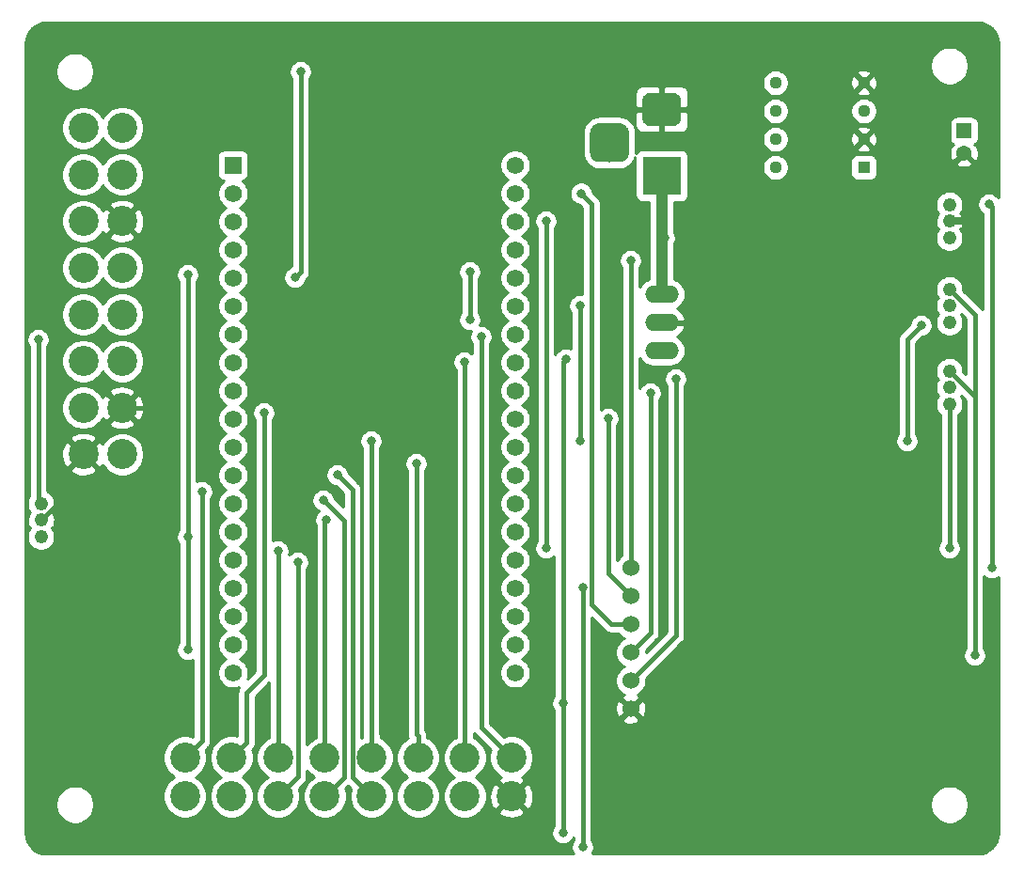
<source format=gbr>
G04 #@! TF.GenerationSoftware,KiCad,Pcbnew,(5.1.4)-1*
G04 #@! TF.CreationDate,2021-09-17T13:15:57-05:00*
G04 #@! TF.ProjectId,CareMate,43617265-4d61-4746-952e-6b696361645f,rev?*
G04 #@! TF.SameCoordinates,Original*
G04 #@! TF.FileFunction,Copper,L2,Bot*
G04 #@! TF.FilePolarity,Positive*
%FSLAX46Y46*%
G04 Gerber Fmt 4.6, Leading zero omitted, Abs format (unit mm)*
G04 Created by KiCad (PCBNEW (5.1.4)-1) date 2021-09-17 13:15:57*
%MOMM*%
%LPD*%
G04 APERTURE LIST*
%ADD10C,2.700000*%
%ADD11R,3.500000X3.500000*%
%ADD12C,0.100000*%
%ADD13C,3.000000*%
%ADD14C,3.500001*%
%ADD15C,1.524000*%
%ADD16R,1.368000X1.368000*%
%ADD17C,1.368000*%
%ADD18O,3.048000X1.524000*%
%ADD19R,1.130000X1.130000*%
%ADD20C,1.130000*%
%ADD21R,1.560000X1.560000*%
%ADD22C,1.560000*%
%ADD23C,1.244600*%
%ADD24C,0.800000*%
%ADD25C,1.016000*%
%ADD26C,0.635000*%
%ADD27C,0.381000*%
%ADD28C,0.254000*%
G04 APERTURE END LIST*
D10*
X54090000Y-64960000D03*
X54090000Y-60760000D03*
X54090000Y-56560000D03*
X54090000Y-52360000D03*
X54090000Y-48160000D03*
X54090000Y-43960000D03*
X54090000Y-39760000D03*
X54090000Y-35560000D03*
X57590000Y-64960000D03*
X57590000Y-60760000D03*
X57590000Y-56560000D03*
X57590000Y-52360000D03*
X57590000Y-48160000D03*
X57590000Y-43960000D03*
X57590000Y-39760000D03*
X57590000Y-35560000D03*
D11*
X106172000Y-39878000D03*
D12*
G36*
X107245513Y-32381611D02*
G01*
X107318318Y-32392411D01*
X107389714Y-32410295D01*
X107459013Y-32435090D01*
X107525548Y-32466559D01*
X107588678Y-32504398D01*
X107647795Y-32548242D01*
X107702330Y-32597670D01*
X107751758Y-32652205D01*
X107795602Y-32711322D01*
X107833441Y-32774452D01*
X107864910Y-32840987D01*
X107889705Y-32910286D01*
X107907589Y-32981682D01*
X107918389Y-33054487D01*
X107922000Y-33128000D01*
X107922000Y-34628000D01*
X107918389Y-34701513D01*
X107907589Y-34774318D01*
X107889705Y-34845714D01*
X107864910Y-34915013D01*
X107833441Y-34981548D01*
X107795602Y-35044678D01*
X107751758Y-35103795D01*
X107702330Y-35158330D01*
X107647795Y-35207758D01*
X107588678Y-35251602D01*
X107525548Y-35289441D01*
X107459013Y-35320910D01*
X107389714Y-35345705D01*
X107318318Y-35363589D01*
X107245513Y-35374389D01*
X107172000Y-35378000D01*
X105172000Y-35378000D01*
X105098487Y-35374389D01*
X105025682Y-35363589D01*
X104954286Y-35345705D01*
X104884987Y-35320910D01*
X104818452Y-35289441D01*
X104755322Y-35251602D01*
X104696205Y-35207758D01*
X104641670Y-35158330D01*
X104592242Y-35103795D01*
X104548398Y-35044678D01*
X104510559Y-34981548D01*
X104479090Y-34915013D01*
X104454295Y-34845714D01*
X104436411Y-34774318D01*
X104425611Y-34701513D01*
X104422000Y-34628000D01*
X104422000Y-33128000D01*
X104425611Y-33054487D01*
X104436411Y-32981682D01*
X104454295Y-32910286D01*
X104479090Y-32840987D01*
X104510559Y-32774452D01*
X104548398Y-32711322D01*
X104592242Y-32652205D01*
X104641670Y-32597670D01*
X104696205Y-32548242D01*
X104755322Y-32504398D01*
X104818452Y-32466559D01*
X104884987Y-32435090D01*
X104954286Y-32410295D01*
X105025682Y-32392411D01*
X105098487Y-32381611D01*
X105172000Y-32378000D01*
X107172000Y-32378000D01*
X107245513Y-32381611D01*
X107245513Y-32381611D01*
G37*
D13*
X106172000Y-33878000D03*
D12*
G36*
X102432765Y-35132213D02*
G01*
X102517704Y-35144813D01*
X102600999Y-35165677D01*
X102681848Y-35194605D01*
X102759472Y-35231319D01*
X102833124Y-35275464D01*
X102902094Y-35326616D01*
X102965718Y-35384282D01*
X103023384Y-35447906D01*
X103074536Y-35516876D01*
X103118681Y-35590528D01*
X103155395Y-35668152D01*
X103184323Y-35749001D01*
X103205187Y-35832296D01*
X103217787Y-35917235D01*
X103222000Y-36003000D01*
X103222000Y-37753000D01*
X103217787Y-37838765D01*
X103205187Y-37923704D01*
X103184323Y-38006999D01*
X103155395Y-38087848D01*
X103118681Y-38165472D01*
X103074536Y-38239124D01*
X103023384Y-38308094D01*
X102965718Y-38371718D01*
X102902094Y-38429384D01*
X102833124Y-38480536D01*
X102759472Y-38524681D01*
X102681848Y-38561395D01*
X102600999Y-38590323D01*
X102517704Y-38611187D01*
X102432765Y-38623787D01*
X102347000Y-38628000D01*
X100597000Y-38628000D01*
X100511235Y-38623787D01*
X100426296Y-38611187D01*
X100343001Y-38590323D01*
X100262152Y-38561395D01*
X100184528Y-38524681D01*
X100110876Y-38480536D01*
X100041906Y-38429384D01*
X99978282Y-38371718D01*
X99920616Y-38308094D01*
X99869464Y-38239124D01*
X99825319Y-38165472D01*
X99788605Y-38087848D01*
X99759677Y-38006999D01*
X99738813Y-37923704D01*
X99726213Y-37838765D01*
X99722000Y-37753000D01*
X99722000Y-36003000D01*
X99726213Y-35917235D01*
X99738813Y-35832296D01*
X99759677Y-35749001D01*
X99788605Y-35668152D01*
X99825319Y-35590528D01*
X99869464Y-35516876D01*
X99920616Y-35447906D01*
X99978282Y-35384282D01*
X100041906Y-35326616D01*
X100110876Y-35275464D01*
X100184528Y-35231319D01*
X100262152Y-35194605D01*
X100343001Y-35165677D01*
X100426296Y-35144813D01*
X100511235Y-35132213D01*
X100597000Y-35128000D01*
X102347000Y-35128000D01*
X102432765Y-35132213D01*
X102432765Y-35132213D01*
G37*
D14*
X101472000Y-36878000D03*
D10*
X92646000Y-95770000D03*
X88446000Y-95770000D03*
X84246000Y-95770000D03*
X80046000Y-95770000D03*
X75846000Y-95770000D03*
X71646000Y-95770000D03*
X67446000Y-95770000D03*
X63246000Y-95770000D03*
X92646000Y-92270000D03*
X88446000Y-92270000D03*
X84246000Y-92270000D03*
X80046000Y-92270000D03*
X75846000Y-92270000D03*
X71646000Y-92270000D03*
X67446000Y-92270000D03*
X63246000Y-92270000D03*
D15*
X103378000Y-75184000D03*
X103378000Y-77724000D03*
X103378000Y-80264000D03*
X103378000Y-82804000D03*
X103378000Y-85344000D03*
X103378000Y-87884000D03*
D16*
X133392000Y-35814000D03*
D17*
X133392000Y-37814000D03*
D18*
X106172000Y-50546000D03*
X106172000Y-53086000D03*
X106172000Y-55626000D03*
D19*
X124366000Y-39116000D03*
D20*
X124366000Y-36576000D03*
X124366000Y-34036000D03*
X124366000Y-31496000D03*
X116426000Y-31496000D03*
X116426000Y-34036000D03*
X116426000Y-36576000D03*
X116426000Y-39116000D03*
D21*
X67564000Y-38914000D03*
D22*
X67564000Y-41454000D03*
X67564000Y-84634000D03*
X67564000Y-43994000D03*
X67564000Y-46534000D03*
X67564000Y-49074000D03*
X67564000Y-51614000D03*
X67564000Y-54154000D03*
X67564000Y-56694000D03*
X67564000Y-59234000D03*
X67564000Y-61774000D03*
X67564000Y-64314000D03*
X67564000Y-66854000D03*
X67564000Y-69394000D03*
X67564000Y-71934000D03*
X67564000Y-74474000D03*
X67564000Y-77014000D03*
X67564000Y-79554000D03*
X67564000Y-82094000D03*
X92964000Y-38914000D03*
X92964000Y-41454000D03*
X92964000Y-43994000D03*
X92964000Y-46534000D03*
X92964000Y-49074000D03*
X92964000Y-51614000D03*
X92964000Y-54154000D03*
X92964000Y-56694000D03*
X92964000Y-59234000D03*
X92964000Y-61774000D03*
X92964000Y-64314000D03*
X92964000Y-66854000D03*
X92964000Y-69394000D03*
X92964000Y-71934000D03*
X92964000Y-74474000D03*
X92964000Y-77014000D03*
X92964000Y-79554000D03*
X92964000Y-82094000D03*
X92964000Y-84634000D03*
D23*
X50292000Y-69390000D03*
X50292000Y-70890000D03*
X50292000Y-72390000D03*
X132080000Y-60452000D03*
X132080000Y-58952000D03*
X132080000Y-57452000D03*
X132080000Y-50086000D03*
X132080000Y-51586000D03*
X132080000Y-53086000D03*
X132080000Y-45466000D03*
X132080000Y-43966000D03*
X132080000Y-42466000D03*
D24*
X106426000Y-45466000D03*
X124460000Y-27178000D03*
X113284000Y-52324000D03*
X98552000Y-33782000D03*
X134112000Y-44704000D03*
X63246000Y-43942000D03*
X61468000Y-60706000D03*
X53594000Y-68580000D03*
X63500000Y-82550000D03*
X97282000Y-99060000D03*
X97282000Y-87376000D03*
X97536000Y-56388000D03*
X63500000Y-72390000D03*
X63500000Y-48768000D03*
X76962000Y-66802000D03*
X75692000Y-69088000D03*
X73406000Y-74676000D03*
X99060000Y-100330000D03*
X99060000Y-76962000D03*
X89916000Y-54356000D03*
X88392000Y-56642000D03*
X84074000Y-65786000D03*
X80010000Y-63754000D03*
X75846000Y-92270000D03*
X75946000Y-70866000D03*
X71628000Y-73660000D03*
X70358000Y-61214000D03*
X64770000Y-68326000D03*
X50038000Y-54610000D03*
X95758000Y-73406000D03*
X95758000Y-43942000D03*
X132080000Y-73406000D03*
X134366000Y-83058000D03*
X103378000Y-47498000D03*
X101346000Y-61722000D03*
X98915685Y-41454000D03*
X105156000Y-59436000D03*
X107442000Y-58166000D03*
X98806000Y-51562000D03*
X98806000Y-63754000D03*
X128270000Y-63754000D03*
X129540000Y-53340000D03*
X135890000Y-75184000D03*
X135636000Y-42418000D03*
X73660000Y-30480000D03*
X73152000Y-49022000D03*
X88900000Y-52832000D03*
X88900000Y-48514000D03*
D25*
X106172000Y-39878000D02*
X106172000Y-50546000D01*
D26*
X133374000Y-43966000D02*
X134112000Y-44704000D01*
X132080000Y-43966000D02*
X133374000Y-43966000D01*
D27*
X61414000Y-60760000D02*
X61468000Y-60706000D01*
X57590000Y-60760000D02*
X61414000Y-60760000D01*
X52602000Y-68580000D02*
X53594000Y-68580000D01*
X50292000Y-70890000D02*
X52602000Y-68580000D01*
X97282000Y-99060000D02*
X97282000Y-87376000D01*
X97282000Y-87376000D02*
X97282000Y-59182000D01*
X97282000Y-59182000D02*
X97282000Y-56642000D01*
X97282000Y-56642000D02*
X97536000Y-56388000D01*
X63500000Y-72390000D02*
X63500000Y-82550000D01*
X63500000Y-48768000D02*
X63500000Y-72390000D01*
X78305499Y-68145499D02*
X76962000Y-66802000D01*
X80046000Y-95770000D02*
X78305499Y-94029499D01*
X78305499Y-94029499D02*
X78305499Y-68145499D01*
X77586501Y-70982501D02*
X75692000Y-69088000D01*
X75846000Y-95770000D02*
X77586501Y-94029499D01*
X77586501Y-94029499D02*
X77586501Y-70982501D01*
X71646000Y-95770000D02*
X73406000Y-94010000D01*
X73406000Y-94010000D02*
X73406000Y-74676000D01*
X99060000Y-100330000D02*
X99060000Y-76962000D01*
X92646000Y-92270000D02*
X89916000Y-89540000D01*
X89916000Y-89540000D02*
X89916000Y-54356000D01*
X88446000Y-92270000D02*
X88446000Y-56696000D01*
X88446000Y-56696000D02*
X88392000Y-56642000D01*
X84246000Y-90360812D02*
X84074000Y-90188812D01*
X84246000Y-92270000D02*
X84246000Y-90360812D01*
X84074000Y-90188812D02*
X84074000Y-65786000D01*
X80046000Y-90360812D02*
X80010000Y-90324812D01*
X80046000Y-92270000D02*
X80046000Y-90360812D01*
X80010000Y-90324812D02*
X80010000Y-63754000D01*
X75846000Y-92270000D02*
X75846000Y-70966000D01*
X75846000Y-70966000D02*
X75946000Y-70866000D01*
X71646000Y-92270000D02*
X71646000Y-73678000D01*
X71646000Y-73678000D02*
X71628000Y-73660000D01*
X68795999Y-90920001D02*
X68795999Y-86398001D01*
X67446000Y-92270000D02*
X68795999Y-90920001D01*
X68795999Y-86398001D02*
X70358000Y-84836000D01*
X70358000Y-84836000D02*
X70358000Y-61214000D01*
X64770000Y-82449942D02*
X64770000Y-68326000D01*
X63246000Y-92270000D02*
X64770000Y-90746000D01*
X64770000Y-90746000D02*
X64770000Y-82449942D01*
X50038000Y-69136000D02*
X50292000Y-69390000D01*
X50038000Y-54610000D02*
X50038000Y-69136000D01*
X95758000Y-73406000D02*
X95758000Y-43942000D01*
X132080000Y-73406000D02*
X132080000Y-60452000D01*
X134366000Y-59738000D02*
X132080000Y-57452000D01*
X134366000Y-83058000D02*
X134366000Y-59738000D01*
X134366000Y-52373054D02*
X134366000Y-59738000D01*
X132080000Y-50087054D02*
X134366000Y-52373054D01*
X132080000Y-50086000D02*
X132080000Y-50087054D01*
X103378000Y-47498000D02*
X103378000Y-75184000D01*
X101346000Y-75692000D02*
X101346000Y-61722000D01*
X103378000Y-77724000D02*
X101346000Y-75692000D01*
X99850501Y-42388816D02*
X98915685Y-41454000D01*
X101657002Y-80264000D02*
X99850501Y-78457499D01*
X103378000Y-80264000D02*
X101657002Y-80264000D01*
X99850501Y-78457499D02*
X99850501Y-42388816D01*
X105156000Y-81026000D02*
X103378000Y-82804000D01*
X105156000Y-59436000D02*
X105156000Y-81026000D01*
X107442000Y-81280000D02*
X107442000Y-58166000D01*
X103378000Y-85344000D02*
X107442000Y-81280000D01*
X98806000Y-51562000D02*
X98806000Y-63754000D01*
X128270000Y-63754000D02*
X128270000Y-54610000D01*
X128270000Y-54610000D02*
X129540000Y-53340000D01*
X135890000Y-75184000D02*
X135890000Y-42672000D01*
X135890000Y-42672000D02*
X135636000Y-42418000D01*
X73660000Y-30480000D02*
X73660000Y-48514000D01*
X73660000Y-48514000D02*
X73152000Y-49022000D01*
X88900000Y-52832000D02*
X88900000Y-48514000D01*
D28*
G36*
X134984545Y-26098909D02*
G01*
X135335208Y-26204780D01*
X135658625Y-26376744D01*
X135942484Y-26608254D01*
X136175965Y-26890486D01*
X136350183Y-27212695D01*
X136458502Y-27562614D01*
X136500001Y-27957452D01*
X136500001Y-41848118D01*
X136439937Y-41758226D01*
X136295774Y-41614063D01*
X136126256Y-41500795D01*
X135937898Y-41422774D01*
X135737939Y-41383000D01*
X135534061Y-41383000D01*
X135334102Y-41422774D01*
X135145744Y-41500795D01*
X134976226Y-41614063D01*
X134832063Y-41758226D01*
X134718795Y-41927744D01*
X134640774Y-42116102D01*
X134601000Y-42316061D01*
X134601000Y-42519939D01*
X134640774Y-42719898D01*
X134718795Y-42908256D01*
X134832063Y-43077774D01*
X134976226Y-43221937D01*
X135064501Y-43280920D01*
X135064501Y-51928678D01*
X135055699Y-51912211D01*
X134978391Y-51818012D01*
X134952541Y-51786513D01*
X134921041Y-51760662D01*
X133337300Y-50176922D01*
X133337300Y-49962167D01*
X133288983Y-49719259D01*
X133194205Y-49490445D01*
X133056609Y-49284518D01*
X132881482Y-49109391D01*
X132675555Y-48971795D01*
X132446741Y-48877017D01*
X132203833Y-48828700D01*
X131956167Y-48828700D01*
X131713259Y-48877017D01*
X131484445Y-48971795D01*
X131278518Y-49109391D01*
X131103391Y-49284518D01*
X130965795Y-49490445D01*
X130871017Y-49719259D01*
X130822700Y-49962167D01*
X130822700Y-50209833D01*
X130871017Y-50452741D01*
X130965795Y-50681555D01*
X131068992Y-50836000D01*
X130965795Y-50990445D01*
X130871017Y-51219259D01*
X130822700Y-51462167D01*
X130822700Y-51709833D01*
X130871017Y-51952741D01*
X130965795Y-52181555D01*
X131068992Y-52336000D01*
X130965795Y-52490445D01*
X130871017Y-52719259D01*
X130822700Y-52962167D01*
X130822700Y-53209833D01*
X130871017Y-53452741D01*
X130965795Y-53681555D01*
X131103391Y-53887482D01*
X131278518Y-54062609D01*
X131484445Y-54200205D01*
X131713259Y-54294983D01*
X131956167Y-54343300D01*
X132203833Y-54343300D01*
X132446741Y-54294983D01*
X132675555Y-54200205D01*
X132881482Y-54062609D01*
X133056609Y-53887482D01*
X133194205Y-53681555D01*
X133288983Y-53452741D01*
X133337300Y-53209833D01*
X133337300Y-52962167D01*
X133288983Y-52719259D01*
X133194205Y-52490445D01*
X133091008Y-52336000D01*
X133119249Y-52293735D01*
X133540500Y-52714987D01*
X133540501Y-57745068D01*
X133337300Y-57541868D01*
X133337300Y-57328167D01*
X133288983Y-57085259D01*
X133194205Y-56856445D01*
X133056609Y-56650518D01*
X132881482Y-56475391D01*
X132675555Y-56337795D01*
X132446741Y-56243017D01*
X132203833Y-56194700D01*
X131956167Y-56194700D01*
X131713259Y-56243017D01*
X131484445Y-56337795D01*
X131278518Y-56475391D01*
X131103391Y-56650518D01*
X130965795Y-56856445D01*
X130871017Y-57085259D01*
X130822700Y-57328167D01*
X130822700Y-57575833D01*
X130871017Y-57818741D01*
X130965795Y-58047555D01*
X131068992Y-58202000D01*
X130965795Y-58356445D01*
X130871017Y-58585259D01*
X130822700Y-58828167D01*
X130822700Y-59075833D01*
X130871017Y-59318741D01*
X130965795Y-59547555D01*
X131068992Y-59702000D01*
X130965795Y-59856445D01*
X130871017Y-60085259D01*
X130822700Y-60328167D01*
X130822700Y-60575833D01*
X130871017Y-60818741D01*
X130965795Y-61047555D01*
X131103391Y-61253482D01*
X131254501Y-61404592D01*
X131254500Y-72778497D01*
X131162795Y-72915744D01*
X131084774Y-73104102D01*
X131045000Y-73304061D01*
X131045000Y-73507939D01*
X131084774Y-73707898D01*
X131162795Y-73896256D01*
X131276063Y-74065774D01*
X131420226Y-74209937D01*
X131589744Y-74323205D01*
X131778102Y-74401226D01*
X131978061Y-74441000D01*
X132181939Y-74441000D01*
X132381898Y-74401226D01*
X132570256Y-74323205D01*
X132739774Y-74209937D01*
X132883937Y-74065774D01*
X132997205Y-73896256D01*
X133075226Y-73707898D01*
X133115000Y-73507939D01*
X133115000Y-73304061D01*
X133075226Y-73104102D01*
X132997205Y-72915744D01*
X132905500Y-72778497D01*
X132905500Y-61404591D01*
X133056609Y-61253482D01*
X133194205Y-61047555D01*
X133288983Y-60818741D01*
X133337300Y-60575833D01*
X133337300Y-60328167D01*
X133288983Y-60085259D01*
X133194205Y-59856445D01*
X133091008Y-59702000D01*
X133119671Y-59659103D01*
X133540501Y-60079934D01*
X133540500Y-82430497D01*
X133448795Y-82567744D01*
X133370774Y-82756102D01*
X133331000Y-82956061D01*
X133331000Y-83159939D01*
X133370774Y-83359898D01*
X133448795Y-83548256D01*
X133562063Y-83717774D01*
X133706226Y-83861937D01*
X133875744Y-83975205D01*
X134064102Y-84053226D01*
X134264061Y-84093000D01*
X134467939Y-84093000D01*
X134667898Y-84053226D01*
X134856256Y-83975205D01*
X135025774Y-83861937D01*
X135169937Y-83717774D01*
X135283205Y-83548256D01*
X135361226Y-83359898D01*
X135401000Y-83159939D01*
X135401000Y-82956061D01*
X135361226Y-82756102D01*
X135283205Y-82567744D01*
X135191500Y-82430497D01*
X135191500Y-75949211D01*
X135230226Y-75987937D01*
X135399744Y-76101205D01*
X135588102Y-76179226D01*
X135788061Y-76219000D01*
X135991939Y-76219000D01*
X136191898Y-76179226D01*
X136380256Y-76101205D01*
X136500000Y-76021195D01*
X136500000Y-99027721D01*
X136461091Y-99424545D01*
X136355220Y-99775206D01*
X136183257Y-100098623D01*
X135951748Y-100382482D01*
X135669514Y-100615965D01*
X135347304Y-100790184D01*
X134997385Y-100898502D01*
X134602557Y-100940000D01*
X99897195Y-100940000D01*
X99977205Y-100820256D01*
X100055226Y-100631898D01*
X100095000Y-100431939D01*
X100095000Y-100228061D01*
X100055226Y-100028102D01*
X99977205Y-99839744D01*
X99885500Y-99702497D01*
X99885500Y-96349117D01*
X130345000Y-96349117D01*
X130345000Y-96690883D01*
X130411675Y-97026081D01*
X130542463Y-97341831D01*
X130732337Y-97625998D01*
X130974002Y-97867663D01*
X131258169Y-98057537D01*
X131573919Y-98188325D01*
X131909117Y-98255000D01*
X132250883Y-98255000D01*
X132586081Y-98188325D01*
X132901831Y-98057537D01*
X133185998Y-97867663D01*
X133427663Y-97625998D01*
X133617537Y-97341831D01*
X133748325Y-97026081D01*
X133815000Y-96690883D01*
X133815000Y-96349117D01*
X133748325Y-96013919D01*
X133617537Y-95698169D01*
X133427663Y-95414002D01*
X133185998Y-95172337D01*
X132901831Y-94982463D01*
X132586081Y-94851675D01*
X132250883Y-94785000D01*
X131909117Y-94785000D01*
X131573919Y-94851675D01*
X131258169Y-94982463D01*
X130974002Y-95172337D01*
X130732337Y-95414002D01*
X130542463Y-95698169D01*
X130411675Y-96013919D01*
X130345000Y-96349117D01*
X99885500Y-96349117D01*
X99885500Y-88849565D01*
X102592040Y-88849565D01*
X102659020Y-89089656D01*
X102908048Y-89206756D01*
X103175135Y-89273023D01*
X103450017Y-89285910D01*
X103722133Y-89244922D01*
X103981023Y-89151636D01*
X104096980Y-89089656D01*
X104163960Y-88849565D01*
X103378000Y-88063605D01*
X102592040Y-88849565D01*
X99885500Y-88849565D01*
X99885500Y-87956017D01*
X101976090Y-87956017D01*
X102017078Y-88228133D01*
X102110364Y-88487023D01*
X102172344Y-88602980D01*
X102412435Y-88669960D01*
X103198395Y-87884000D01*
X103557605Y-87884000D01*
X104343565Y-88669960D01*
X104583656Y-88602980D01*
X104700756Y-88353952D01*
X104767023Y-88086865D01*
X104779910Y-87811983D01*
X104738922Y-87539867D01*
X104645636Y-87280977D01*
X104583656Y-87165020D01*
X104343565Y-87098040D01*
X103557605Y-87884000D01*
X103198395Y-87884000D01*
X102412435Y-87098040D01*
X102172344Y-87165020D01*
X102055244Y-87414048D01*
X101988977Y-87681135D01*
X101976090Y-87956017D01*
X99885500Y-87956017D01*
X99885500Y-79659930D01*
X101044608Y-80819039D01*
X101070461Y-80850541D01*
X101134598Y-80903177D01*
X101196159Y-80953699D01*
X101246113Y-80980399D01*
X101339568Y-81030353D01*
X101495176Y-81077556D01*
X101616449Y-81089500D01*
X101616451Y-81089500D01*
X101657001Y-81093494D01*
X101697552Y-81089500D01*
X102249425Y-81089500D01*
X102292880Y-81154535D01*
X102487465Y-81349120D01*
X102716273Y-81502005D01*
X102793515Y-81534000D01*
X102716273Y-81565995D01*
X102487465Y-81718880D01*
X102292880Y-81913465D01*
X102139995Y-82142273D01*
X102034686Y-82396510D01*
X101981000Y-82666408D01*
X101981000Y-82941592D01*
X102034686Y-83211490D01*
X102139995Y-83465727D01*
X102292880Y-83694535D01*
X102487465Y-83889120D01*
X102716273Y-84042005D01*
X102793515Y-84074000D01*
X102716273Y-84105995D01*
X102487465Y-84258880D01*
X102292880Y-84453465D01*
X102139995Y-84682273D01*
X102034686Y-84936510D01*
X101981000Y-85206408D01*
X101981000Y-85481592D01*
X102034686Y-85751490D01*
X102139995Y-86005727D01*
X102292880Y-86234535D01*
X102487465Y-86429120D01*
X102716273Y-86582005D01*
X102787943Y-86611692D01*
X102774977Y-86616364D01*
X102659020Y-86678344D01*
X102592040Y-86918435D01*
X103378000Y-87704395D01*
X104163960Y-86918435D01*
X104096980Y-86678344D01*
X103961240Y-86614515D01*
X104039727Y-86582005D01*
X104268535Y-86429120D01*
X104463120Y-86234535D01*
X104616005Y-86005727D01*
X104721314Y-85751490D01*
X104775000Y-85481592D01*
X104775000Y-85206408D01*
X104759740Y-85129692D01*
X107997046Y-81892388D01*
X108028541Y-81866541D01*
X108054389Y-81835045D01*
X108054392Y-81835042D01*
X108131699Y-81740843D01*
X108208353Y-81597434D01*
X108241900Y-81486843D01*
X108255556Y-81441826D01*
X108267500Y-81320553D01*
X108267500Y-81320551D01*
X108271494Y-81280000D01*
X108267500Y-81239450D01*
X108267500Y-63652061D01*
X127235000Y-63652061D01*
X127235000Y-63855939D01*
X127274774Y-64055898D01*
X127352795Y-64244256D01*
X127466063Y-64413774D01*
X127610226Y-64557937D01*
X127779744Y-64671205D01*
X127968102Y-64749226D01*
X128168061Y-64789000D01*
X128371939Y-64789000D01*
X128571898Y-64749226D01*
X128760256Y-64671205D01*
X128929774Y-64557937D01*
X129073937Y-64413774D01*
X129187205Y-64244256D01*
X129265226Y-64055898D01*
X129305000Y-63855939D01*
X129305000Y-63652061D01*
X129265226Y-63452102D01*
X129187205Y-63263744D01*
X129095500Y-63126497D01*
X129095500Y-54951932D01*
X129680004Y-54367428D01*
X129841898Y-54335226D01*
X130030256Y-54257205D01*
X130199774Y-54143937D01*
X130343937Y-53999774D01*
X130457205Y-53830256D01*
X130535226Y-53641898D01*
X130575000Y-53441939D01*
X130575000Y-53238061D01*
X130535226Y-53038102D01*
X130457205Y-52849744D01*
X130343937Y-52680226D01*
X130199774Y-52536063D01*
X130030256Y-52422795D01*
X129841898Y-52344774D01*
X129641939Y-52305000D01*
X129438061Y-52305000D01*
X129238102Y-52344774D01*
X129049744Y-52422795D01*
X128880226Y-52536063D01*
X128736063Y-52680226D01*
X128622795Y-52849744D01*
X128544774Y-53038102D01*
X128512572Y-53199996D01*
X127714961Y-53997607D01*
X127683460Y-54023459D01*
X127657609Y-54054959D01*
X127580301Y-54149158D01*
X127503647Y-54292567D01*
X127456445Y-54448174D01*
X127440506Y-54610000D01*
X127444501Y-54650560D01*
X127444500Y-63126497D01*
X127352795Y-63263744D01*
X127274774Y-63452102D01*
X127235000Y-63652061D01*
X108267500Y-63652061D01*
X108267500Y-58793503D01*
X108359205Y-58656256D01*
X108437226Y-58467898D01*
X108477000Y-58267939D01*
X108477000Y-58064061D01*
X108437226Y-57864102D01*
X108359205Y-57675744D01*
X108245937Y-57506226D01*
X108101774Y-57362063D01*
X107932256Y-57248795D01*
X107743898Y-57170774D01*
X107543939Y-57131000D01*
X107340061Y-57131000D01*
X107140102Y-57170774D01*
X106951744Y-57248795D01*
X106782226Y-57362063D01*
X106638063Y-57506226D01*
X106524795Y-57675744D01*
X106446774Y-57864102D01*
X106407000Y-58064061D01*
X106407000Y-58267939D01*
X106446774Y-58467898D01*
X106524795Y-58656256D01*
X106616501Y-58793504D01*
X106616500Y-80938066D01*
X104775000Y-82779567D01*
X104775000Y-82666408D01*
X104759740Y-82589693D01*
X105711045Y-81638389D01*
X105742541Y-81612541D01*
X105768389Y-81581045D01*
X105768392Y-81581042D01*
X105845699Y-81486843D01*
X105922353Y-81343434D01*
X105941595Y-81280000D01*
X105969556Y-81187826D01*
X105981500Y-81066553D01*
X105981500Y-81066551D01*
X105985494Y-81026000D01*
X105981500Y-80985450D01*
X105981500Y-60063503D01*
X106073205Y-59926256D01*
X106151226Y-59737898D01*
X106191000Y-59537939D01*
X106191000Y-59334061D01*
X106151226Y-59134102D01*
X106073205Y-58945744D01*
X105959937Y-58776226D01*
X105815774Y-58632063D01*
X105646256Y-58518795D01*
X105457898Y-58440774D01*
X105257939Y-58401000D01*
X105054061Y-58401000D01*
X104854102Y-58440774D01*
X104665744Y-58518795D01*
X104496226Y-58632063D01*
X104352063Y-58776226D01*
X104238795Y-58945744D01*
X104203500Y-59030953D01*
X104203500Y-56332330D01*
X104242817Y-56405887D01*
X104417392Y-56618608D01*
X104630113Y-56793183D01*
X104872805Y-56922904D01*
X105136140Y-57002786D01*
X105341375Y-57023000D01*
X107002625Y-57023000D01*
X107207860Y-57002786D01*
X107471195Y-56922904D01*
X107713887Y-56793183D01*
X107926608Y-56618608D01*
X108101183Y-56405887D01*
X108230904Y-56163195D01*
X108310786Y-55899860D01*
X108337759Y-55626000D01*
X108310786Y-55352140D01*
X108230904Y-55088805D01*
X108101183Y-54846113D01*
X107926608Y-54633392D01*
X107713887Y-54458817D01*
X107519587Y-54354962D01*
X107585942Y-54328059D01*
X107815729Y-54177006D01*
X108011632Y-53984026D01*
X108166122Y-53756535D01*
X108273262Y-53503276D01*
X108288220Y-53429070D01*
X108165720Y-53213000D01*
X106299000Y-53213000D01*
X106299000Y-53233000D01*
X106045000Y-53233000D01*
X106045000Y-53213000D01*
X106025000Y-53213000D01*
X106025000Y-52959000D01*
X106045000Y-52959000D01*
X106045000Y-52939000D01*
X106299000Y-52939000D01*
X106299000Y-52959000D01*
X108165720Y-52959000D01*
X108288220Y-52742930D01*
X108273262Y-52668724D01*
X108166122Y-52415465D01*
X108011632Y-52187974D01*
X107815729Y-51994994D01*
X107585942Y-51843941D01*
X107519587Y-51817038D01*
X107713887Y-51713183D01*
X107926608Y-51538608D01*
X108101183Y-51325887D01*
X108230904Y-51083195D01*
X108310786Y-50819860D01*
X108337759Y-50546000D01*
X108310786Y-50272140D01*
X108230904Y-50008805D01*
X108101183Y-49766113D01*
X107926608Y-49553392D01*
X107713887Y-49378817D01*
X107471195Y-49249096D01*
X107315000Y-49201715D01*
X107315000Y-45998468D01*
X107343205Y-45956256D01*
X107421226Y-45767898D01*
X107461000Y-45567939D01*
X107461000Y-45364061D01*
X107421226Y-45164102D01*
X107343205Y-44975744D01*
X107315000Y-44933532D01*
X107315000Y-44043553D01*
X130818999Y-44043553D01*
X130858358Y-44288073D01*
X130944665Y-44520215D01*
X130988429Y-44602092D01*
X131133654Y-44634255D01*
X131103391Y-44664518D01*
X130965795Y-44870445D01*
X130871017Y-45099259D01*
X130822700Y-45342167D01*
X130822700Y-45589833D01*
X130871017Y-45832741D01*
X130965795Y-46061555D01*
X131103391Y-46267482D01*
X131278518Y-46442609D01*
X131484445Y-46580205D01*
X131713259Y-46674983D01*
X131956167Y-46723300D01*
X132203833Y-46723300D01*
X132446741Y-46674983D01*
X132675555Y-46580205D01*
X132881482Y-46442609D01*
X133056609Y-46267482D01*
X133194205Y-46061555D01*
X133288983Y-45832741D01*
X133337300Y-45589833D01*
X133337300Y-45342167D01*
X133288983Y-45099259D01*
X133194205Y-44870445D01*
X133056609Y-44664518D01*
X133026346Y-44634255D01*
X133171571Y-44602092D01*
X133274692Y-44376915D01*
X133331901Y-44135946D01*
X133341001Y-43888447D01*
X133301642Y-43643927D01*
X133215335Y-43411785D01*
X133171571Y-43329908D01*
X133026346Y-43297745D01*
X133056609Y-43267482D01*
X133194205Y-43061555D01*
X133288983Y-42832741D01*
X133337300Y-42589833D01*
X133337300Y-42342167D01*
X133288983Y-42099259D01*
X133194205Y-41870445D01*
X133056609Y-41664518D01*
X132881482Y-41489391D01*
X132675555Y-41351795D01*
X132446741Y-41257017D01*
X132203833Y-41208700D01*
X131956167Y-41208700D01*
X131713259Y-41257017D01*
X131484445Y-41351795D01*
X131278518Y-41489391D01*
X131103391Y-41664518D01*
X130965795Y-41870445D01*
X130871017Y-42099259D01*
X130822700Y-42342167D01*
X130822700Y-42589833D01*
X130871017Y-42832741D01*
X130965795Y-43061555D01*
X131103391Y-43267482D01*
X131133654Y-43297745D01*
X130988429Y-43329908D01*
X130885308Y-43555085D01*
X130828099Y-43796054D01*
X130818999Y-44043553D01*
X107315000Y-44043553D01*
X107315000Y-42266072D01*
X107922000Y-42266072D01*
X108046482Y-42253812D01*
X108166180Y-42217502D01*
X108276494Y-42158537D01*
X108373185Y-42079185D01*
X108452537Y-41982494D01*
X108511502Y-41872180D01*
X108547812Y-41752482D01*
X108560072Y-41628000D01*
X108560072Y-38997810D01*
X115226000Y-38997810D01*
X115226000Y-39234190D01*
X115272116Y-39466027D01*
X115362574Y-39684413D01*
X115493899Y-39880955D01*
X115661045Y-40048101D01*
X115857587Y-40179426D01*
X116075973Y-40269884D01*
X116307810Y-40316000D01*
X116544190Y-40316000D01*
X116776027Y-40269884D01*
X116994413Y-40179426D01*
X117190955Y-40048101D01*
X117358101Y-39880955D01*
X117489426Y-39684413D01*
X117579884Y-39466027D01*
X117626000Y-39234190D01*
X117626000Y-38997810D01*
X117579884Y-38765973D01*
X117490840Y-38551000D01*
X123162928Y-38551000D01*
X123162928Y-39681000D01*
X123175188Y-39805482D01*
X123211498Y-39925180D01*
X123270463Y-40035494D01*
X123349815Y-40132185D01*
X123446506Y-40211537D01*
X123556820Y-40270502D01*
X123676518Y-40306812D01*
X123801000Y-40319072D01*
X124931000Y-40319072D01*
X125055482Y-40306812D01*
X125175180Y-40270502D01*
X125285494Y-40211537D01*
X125382185Y-40132185D01*
X125461537Y-40035494D01*
X125520502Y-39925180D01*
X125556812Y-39805482D01*
X125569072Y-39681000D01*
X125569072Y-38723834D01*
X132661772Y-38723834D01*
X132719290Y-38955971D01*
X132955004Y-39065268D01*
X133207511Y-39126479D01*
X133467107Y-39137251D01*
X133723818Y-39097173D01*
X133967777Y-39007782D01*
X134064710Y-38955971D01*
X134122228Y-38723834D01*
X133392000Y-37993605D01*
X132661772Y-38723834D01*
X125569072Y-38723834D01*
X125569072Y-38551000D01*
X125556812Y-38426518D01*
X125520502Y-38306820D01*
X125461537Y-38196506D01*
X125382185Y-38099815D01*
X125285494Y-38020463D01*
X125175180Y-37961498D01*
X125055482Y-37925188D01*
X124931000Y-37912928D01*
X123801000Y-37912928D01*
X123676518Y-37925188D01*
X123556820Y-37961498D01*
X123446506Y-38020463D01*
X123349815Y-38099815D01*
X123270463Y-38196506D01*
X123211498Y-38306820D01*
X123175188Y-38426518D01*
X123162928Y-38551000D01*
X117490840Y-38551000D01*
X117489426Y-38547587D01*
X117358101Y-38351045D01*
X117190955Y-38183899D01*
X116994413Y-38052574D01*
X116776027Y-37962116D01*
X116544190Y-37916000D01*
X116307810Y-37916000D01*
X116075973Y-37962116D01*
X115857587Y-38052574D01*
X115661045Y-38183899D01*
X115493899Y-38351045D01*
X115362574Y-38547587D01*
X115272116Y-38765973D01*
X115226000Y-38997810D01*
X108560072Y-38997810D01*
X108560072Y-38128000D01*
X108547812Y-38003518D01*
X108513106Y-37889107D01*
X132068749Y-37889107D01*
X132108827Y-38145818D01*
X132198218Y-38389777D01*
X132250029Y-38486710D01*
X132482166Y-38544228D01*
X133212395Y-37814000D01*
X133198252Y-37799858D01*
X133377858Y-37620252D01*
X133392000Y-37634395D01*
X133406142Y-37620252D01*
X133585748Y-37799858D01*
X133571605Y-37814000D01*
X134301834Y-38544228D01*
X134533971Y-38486710D01*
X134643268Y-38250996D01*
X134704479Y-37998489D01*
X134715251Y-37738893D01*
X134675173Y-37482182D01*
X134585782Y-37238223D01*
X134533971Y-37141290D01*
X134318700Y-37087951D01*
X134320180Y-37087502D01*
X134430494Y-37028537D01*
X134527185Y-36949185D01*
X134606537Y-36852494D01*
X134665502Y-36742180D01*
X134701812Y-36622482D01*
X134714072Y-36498000D01*
X134714072Y-35130000D01*
X134701812Y-35005518D01*
X134665502Y-34885820D01*
X134606537Y-34775506D01*
X134527185Y-34678815D01*
X134430494Y-34599463D01*
X134320180Y-34540498D01*
X134200482Y-34504188D01*
X134076000Y-34491928D01*
X132708000Y-34491928D01*
X132583518Y-34504188D01*
X132463820Y-34540498D01*
X132353506Y-34599463D01*
X132256815Y-34678815D01*
X132177463Y-34775506D01*
X132118498Y-34885820D01*
X132082188Y-35005518D01*
X132069928Y-35130000D01*
X132069928Y-36498000D01*
X132082188Y-36622482D01*
X132118498Y-36742180D01*
X132177463Y-36852494D01*
X132256815Y-36949185D01*
X132353506Y-37028537D01*
X132463820Y-37087502D01*
X132465300Y-37087951D01*
X132250029Y-37141290D01*
X132140732Y-37377004D01*
X132079521Y-37629511D01*
X132068749Y-37889107D01*
X108513106Y-37889107D01*
X108511502Y-37883820D01*
X108452537Y-37773506D01*
X108373185Y-37676815D01*
X108276494Y-37597463D01*
X108166180Y-37538498D01*
X108046482Y-37502188D01*
X107922000Y-37489928D01*
X104422000Y-37489928D01*
X104297518Y-37502188D01*
X104177820Y-37538498D01*
X104067506Y-37597463D01*
X103970815Y-37676815D01*
X103891463Y-37773506D01*
X103850506Y-37850131D01*
X103860072Y-37753000D01*
X103860072Y-36457810D01*
X115226000Y-36457810D01*
X115226000Y-36694190D01*
X115272116Y-36926027D01*
X115362574Y-37144413D01*
X115493899Y-37340955D01*
X115661045Y-37508101D01*
X115857587Y-37639426D01*
X116075973Y-37729884D01*
X116307810Y-37776000D01*
X116544190Y-37776000D01*
X116776027Y-37729884D01*
X116994413Y-37639426D01*
X117190955Y-37508101D01*
X117298340Y-37400716D01*
X123720889Y-37400716D01*
X123763933Y-37620740D01*
X123979320Y-37718123D01*
X124209567Y-37771615D01*
X124445826Y-37779160D01*
X124679017Y-37740468D01*
X124900179Y-37657027D01*
X124968067Y-37620740D01*
X125011111Y-37400716D01*
X124366000Y-36755605D01*
X123720889Y-37400716D01*
X117298340Y-37400716D01*
X117358101Y-37340955D01*
X117489426Y-37144413D01*
X117579884Y-36926027D01*
X117626000Y-36694190D01*
X117626000Y-36655826D01*
X123162840Y-36655826D01*
X123201532Y-36889017D01*
X123284973Y-37110179D01*
X123321260Y-37178067D01*
X123541284Y-37221111D01*
X124186395Y-36576000D01*
X124545605Y-36576000D01*
X125190716Y-37221111D01*
X125410740Y-37178067D01*
X125508123Y-36962680D01*
X125561615Y-36732433D01*
X125569160Y-36496174D01*
X125530468Y-36262983D01*
X125447027Y-36041821D01*
X125410740Y-35973933D01*
X125190716Y-35930889D01*
X124545605Y-36576000D01*
X124186395Y-36576000D01*
X123541284Y-35930889D01*
X123321260Y-35973933D01*
X123223877Y-36189320D01*
X123170385Y-36419567D01*
X123162840Y-36655826D01*
X117626000Y-36655826D01*
X117626000Y-36457810D01*
X117579884Y-36225973D01*
X117489426Y-36007587D01*
X117358101Y-35811045D01*
X117298340Y-35751284D01*
X123720889Y-35751284D01*
X124366000Y-36396395D01*
X125011111Y-35751284D01*
X124968067Y-35531260D01*
X124752680Y-35433877D01*
X124522433Y-35380385D01*
X124286174Y-35372840D01*
X124052983Y-35411532D01*
X123831821Y-35494973D01*
X123763933Y-35531260D01*
X123720889Y-35751284D01*
X117298340Y-35751284D01*
X117190955Y-35643899D01*
X116994413Y-35512574D01*
X116776027Y-35422116D01*
X116544190Y-35376000D01*
X116307810Y-35376000D01*
X116075973Y-35422116D01*
X115857587Y-35512574D01*
X115661045Y-35643899D01*
X115493899Y-35811045D01*
X115362574Y-36007587D01*
X115272116Y-36225973D01*
X115226000Y-36457810D01*
X103860072Y-36457810D01*
X103860072Y-36003000D01*
X103830999Y-35707814D01*
X103744896Y-35423972D01*
X103720324Y-35378000D01*
X103783928Y-35378000D01*
X103796188Y-35502482D01*
X103832498Y-35622180D01*
X103891463Y-35732494D01*
X103970815Y-35829185D01*
X104067506Y-35908537D01*
X104177820Y-35967502D01*
X104297518Y-36003812D01*
X104422000Y-36016072D01*
X105886250Y-36013000D01*
X106045000Y-35854250D01*
X106045000Y-34005000D01*
X106299000Y-34005000D01*
X106299000Y-35854250D01*
X106457750Y-36013000D01*
X107922000Y-36016072D01*
X108046482Y-36003812D01*
X108166180Y-35967502D01*
X108276494Y-35908537D01*
X108373185Y-35829185D01*
X108452537Y-35732494D01*
X108511502Y-35622180D01*
X108547812Y-35502482D01*
X108560072Y-35378000D01*
X108557000Y-34163750D01*
X108398250Y-34005000D01*
X106299000Y-34005000D01*
X106045000Y-34005000D01*
X103945750Y-34005000D01*
X103787000Y-34163750D01*
X103783928Y-35378000D01*
X103720324Y-35378000D01*
X103605073Y-35162382D01*
X103416903Y-34933097D01*
X103187618Y-34744927D01*
X102926028Y-34605104D01*
X102642186Y-34519001D01*
X102347000Y-34489928D01*
X100597000Y-34489928D01*
X100301814Y-34519001D01*
X100017972Y-34605104D01*
X99756382Y-34744927D01*
X99527097Y-34933097D01*
X99338927Y-35162382D01*
X99199104Y-35423972D01*
X99113001Y-35707814D01*
X99083928Y-36003000D01*
X99083928Y-37753000D01*
X99113001Y-38048186D01*
X99199104Y-38332028D01*
X99338927Y-38593618D01*
X99527097Y-38822903D01*
X99756382Y-39011073D01*
X100017972Y-39150896D01*
X100301814Y-39236999D01*
X100597000Y-39266072D01*
X102347000Y-39266072D01*
X102642186Y-39236999D01*
X102926028Y-39150896D01*
X103187618Y-39011073D01*
X103416903Y-38822903D01*
X103605073Y-38593618D01*
X103744896Y-38332028D01*
X103783928Y-38203357D01*
X103783928Y-41628000D01*
X103796188Y-41752482D01*
X103832498Y-41872180D01*
X103891463Y-41982494D01*
X103970815Y-42079185D01*
X104067506Y-42158537D01*
X104177820Y-42217502D01*
X104297518Y-42253812D01*
X104422000Y-42266072D01*
X105029000Y-42266072D01*
X105029001Y-49201714D01*
X104872805Y-49249096D01*
X104630113Y-49378817D01*
X104417392Y-49553392D01*
X104242817Y-49766113D01*
X104203500Y-49839670D01*
X104203500Y-48125503D01*
X104295205Y-47988256D01*
X104373226Y-47799898D01*
X104413000Y-47599939D01*
X104413000Y-47396061D01*
X104373226Y-47196102D01*
X104295205Y-47007744D01*
X104181937Y-46838226D01*
X104037774Y-46694063D01*
X103868256Y-46580795D01*
X103679898Y-46502774D01*
X103479939Y-46463000D01*
X103276061Y-46463000D01*
X103076102Y-46502774D01*
X102887744Y-46580795D01*
X102718226Y-46694063D01*
X102574063Y-46838226D01*
X102460795Y-47007744D01*
X102382774Y-47196102D01*
X102343000Y-47396061D01*
X102343000Y-47599939D01*
X102382774Y-47799898D01*
X102460795Y-47988256D01*
X102552500Y-48125503D01*
X102552501Y-74055424D01*
X102487465Y-74098880D01*
X102292880Y-74293465D01*
X102171500Y-74475123D01*
X102171500Y-62349503D01*
X102263205Y-62212256D01*
X102341226Y-62023898D01*
X102381000Y-61823939D01*
X102381000Y-61620061D01*
X102341226Y-61420102D01*
X102263205Y-61231744D01*
X102149937Y-61062226D01*
X102005774Y-60918063D01*
X101836256Y-60804795D01*
X101647898Y-60726774D01*
X101447939Y-60687000D01*
X101244061Y-60687000D01*
X101044102Y-60726774D01*
X100855744Y-60804795D01*
X100686226Y-60918063D01*
X100676001Y-60928288D01*
X100676001Y-42429358D01*
X100679994Y-42388815D01*
X100676001Y-42348272D01*
X100676001Y-42348263D01*
X100664057Y-42226990D01*
X100616854Y-42071382D01*
X100540200Y-41927974D01*
X100540199Y-41927972D01*
X100483138Y-41858444D01*
X100437042Y-41802275D01*
X100405540Y-41776422D01*
X99943113Y-41313996D01*
X99910911Y-41152102D01*
X99832890Y-40963744D01*
X99719622Y-40794226D01*
X99575459Y-40650063D01*
X99405941Y-40536795D01*
X99217583Y-40458774D01*
X99017624Y-40419000D01*
X98813746Y-40419000D01*
X98613787Y-40458774D01*
X98425429Y-40536795D01*
X98255911Y-40650063D01*
X98111748Y-40794226D01*
X97998480Y-40963744D01*
X97920459Y-41152102D01*
X97880685Y-41352061D01*
X97880685Y-41555939D01*
X97920459Y-41755898D01*
X97998480Y-41944256D01*
X98111748Y-42113774D01*
X98255911Y-42257937D01*
X98425429Y-42371205D01*
X98613787Y-42449226D01*
X98775681Y-42481428D01*
X99025002Y-42730750D01*
X99025002Y-50550285D01*
X98907939Y-50527000D01*
X98704061Y-50527000D01*
X98504102Y-50566774D01*
X98315744Y-50644795D01*
X98146226Y-50758063D01*
X98002063Y-50902226D01*
X97888795Y-51071744D01*
X97810774Y-51260102D01*
X97771000Y-51460061D01*
X97771000Y-51663939D01*
X97810774Y-51863898D01*
X97888795Y-52052256D01*
X97980500Y-52189503D01*
X97980500Y-55451842D01*
X97837898Y-55392774D01*
X97637939Y-55353000D01*
X97434061Y-55353000D01*
X97234102Y-55392774D01*
X97045744Y-55470795D01*
X96876226Y-55584063D01*
X96732063Y-55728226D01*
X96618795Y-55897744D01*
X96583500Y-55982953D01*
X96583500Y-44569503D01*
X96675205Y-44432256D01*
X96753226Y-44243898D01*
X96793000Y-44043939D01*
X96793000Y-43840061D01*
X96753226Y-43640102D01*
X96675205Y-43451744D01*
X96561937Y-43282226D01*
X96417774Y-43138063D01*
X96248256Y-43024795D01*
X96059898Y-42946774D01*
X95859939Y-42907000D01*
X95656061Y-42907000D01*
X95456102Y-42946774D01*
X95267744Y-43024795D01*
X95098226Y-43138063D01*
X94954063Y-43282226D01*
X94840795Y-43451744D01*
X94762774Y-43640102D01*
X94723000Y-43840061D01*
X94723000Y-44043939D01*
X94762774Y-44243898D01*
X94840795Y-44432256D01*
X94932501Y-44569504D01*
X94932500Y-72778497D01*
X94840795Y-72915744D01*
X94762774Y-73104102D01*
X94723000Y-73304061D01*
X94723000Y-73507939D01*
X94762774Y-73707898D01*
X94840795Y-73896256D01*
X94954063Y-74065774D01*
X95098226Y-74209937D01*
X95267744Y-74323205D01*
X95456102Y-74401226D01*
X95656061Y-74441000D01*
X95859939Y-74441000D01*
X96059898Y-74401226D01*
X96248256Y-74323205D01*
X96417774Y-74209937D01*
X96456500Y-74171211D01*
X96456500Y-86748497D01*
X96364795Y-86885744D01*
X96286774Y-87074102D01*
X96247000Y-87274061D01*
X96247000Y-87477939D01*
X96286774Y-87677898D01*
X96364795Y-87866256D01*
X96456501Y-88003504D01*
X96456500Y-98432497D01*
X96364795Y-98569744D01*
X96286774Y-98758102D01*
X96247000Y-98958061D01*
X96247000Y-99161939D01*
X96286774Y-99361898D01*
X96364795Y-99550256D01*
X96478063Y-99719774D01*
X96622226Y-99863937D01*
X96791744Y-99977205D01*
X96980102Y-100055226D01*
X97180061Y-100095000D01*
X97383939Y-100095000D01*
X97583898Y-100055226D01*
X97772256Y-99977205D01*
X97941774Y-99863937D01*
X98085937Y-99719774D01*
X98199205Y-99550256D01*
X98234500Y-99465047D01*
X98234500Y-99702497D01*
X98142795Y-99839744D01*
X98064774Y-100028102D01*
X98025000Y-100228061D01*
X98025000Y-100431939D01*
X98064774Y-100631898D01*
X98142795Y-100820256D01*
X98222805Y-100940000D01*
X50832279Y-100940000D01*
X50435455Y-100901091D01*
X50084794Y-100795220D01*
X49761377Y-100623257D01*
X49477518Y-100391748D01*
X49244035Y-100109514D01*
X49069816Y-99787304D01*
X48961498Y-99437385D01*
X48920000Y-99042557D01*
X48920000Y-96349117D01*
X51605000Y-96349117D01*
X51605000Y-96690883D01*
X51671675Y-97026081D01*
X51802463Y-97341831D01*
X51992337Y-97625998D01*
X52234002Y-97867663D01*
X52518169Y-98057537D01*
X52833919Y-98188325D01*
X53169117Y-98255000D01*
X53510883Y-98255000D01*
X53846081Y-98188325D01*
X54161831Y-98057537D01*
X54445998Y-97867663D01*
X54687663Y-97625998D01*
X54877537Y-97341831D01*
X55008325Y-97026081D01*
X55075000Y-96690883D01*
X55075000Y-96349117D01*
X55008325Y-96013919D01*
X54877537Y-95698169D01*
X54687663Y-95414002D01*
X54445998Y-95172337D01*
X54161831Y-94982463D01*
X53846081Y-94851675D01*
X53510883Y-94785000D01*
X53169117Y-94785000D01*
X52833919Y-94851675D01*
X52518169Y-94982463D01*
X52234002Y-95172337D01*
X51992337Y-95414002D01*
X51802463Y-95698169D01*
X51671675Y-96013919D01*
X51605000Y-96349117D01*
X48920000Y-96349117D01*
X48920000Y-92074495D01*
X61261000Y-92074495D01*
X61261000Y-92465505D01*
X61337282Y-92849003D01*
X61486915Y-93210250D01*
X61704149Y-93535364D01*
X61980636Y-93811851D01*
X62292153Y-94020000D01*
X61980636Y-94228149D01*
X61704149Y-94504636D01*
X61486915Y-94829750D01*
X61337282Y-95190997D01*
X61261000Y-95574495D01*
X61261000Y-95965505D01*
X61337282Y-96349003D01*
X61486915Y-96710250D01*
X61704149Y-97035364D01*
X61980636Y-97311851D01*
X62305750Y-97529085D01*
X62666997Y-97678718D01*
X63050495Y-97755000D01*
X63441505Y-97755000D01*
X63825003Y-97678718D01*
X64186250Y-97529085D01*
X64511364Y-97311851D01*
X64787851Y-97035364D01*
X65005085Y-96710250D01*
X65154718Y-96349003D01*
X65231000Y-95965505D01*
X65231000Y-95574495D01*
X65154718Y-95190997D01*
X65005085Y-94829750D01*
X64787851Y-94504636D01*
X64511364Y-94228149D01*
X64199847Y-94020000D01*
X64511364Y-93811851D01*
X64787851Y-93535364D01*
X65005085Y-93210250D01*
X65154718Y-92849003D01*
X65231000Y-92465505D01*
X65231000Y-92074495D01*
X65461000Y-92074495D01*
X65461000Y-92465505D01*
X65537282Y-92849003D01*
X65686915Y-93210250D01*
X65904149Y-93535364D01*
X66180636Y-93811851D01*
X66492153Y-94020000D01*
X66180636Y-94228149D01*
X65904149Y-94504636D01*
X65686915Y-94829750D01*
X65537282Y-95190997D01*
X65461000Y-95574495D01*
X65461000Y-95965505D01*
X65537282Y-96349003D01*
X65686915Y-96710250D01*
X65904149Y-97035364D01*
X66180636Y-97311851D01*
X66505750Y-97529085D01*
X66866997Y-97678718D01*
X67250495Y-97755000D01*
X67641505Y-97755000D01*
X68025003Y-97678718D01*
X68386250Y-97529085D01*
X68711364Y-97311851D01*
X68987851Y-97035364D01*
X69205085Y-96710250D01*
X69354718Y-96349003D01*
X69431000Y-95965505D01*
X69431000Y-95574495D01*
X69354718Y-95190997D01*
X69205085Y-94829750D01*
X68987851Y-94504636D01*
X68711364Y-94228149D01*
X68399847Y-94020000D01*
X68711364Y-93811851D01*
X68987851Y-93535364D01*
X69205085Y-93210250D01*
X69354718Y-92849003D01*
X69431000Y-92465505D01*
X69431000Y-92074495D01*
X69354718Y-91690997D01*
X69307187Y-91576247D01*
X69351045Y-91532389D01*
X69382540Y-91506542D01*
X69408388Y-91475046D01*
X69408391Y-91475043D01*
X69485698Y-91380844D01*
X69562352Y-91237435D01*
X69571632Y-91206842D01*
X69609555Y-91081827D01*
X69621499Y-90960554D01*
X69621499Y-90960552D01*
X69625493Y-90920001D01*
X69621499Y-90879451D01*
X69621499Y-86739933D01*
X70820500Y-85540933D01*
X70820500Y-90463384D01*
X70705750Y-90510915D01*
X70380636Y-90728149D01*
X70104149Y-91004636D01*
X69886915Y-91329750D01*
X69737282Y-91690997D01*
X69661000Y-92074495D01*
X69661000Y-92465505D01*
X69737282Y-92849003D01*
X69886915Y-93210250D01*
X70104149Y-93535364D01*
X70380636Y-93811851D01*
X70692153Y-94020000D01*
X70380636Y-94228149D01*
X70104149Y-94504636D01*
X69886915Y-94829750D01*
X69737282Y-95190997D01*
X69661000Y-95574495D01*
X69661000Y-95965505D01*
X69737282Y-96349003D01*
X69886915Y-96710250D01*
X70104149Y-97035364D01*
X70380636Y-97311851D01*
X70705750Y-97529085D01*
X71066997Y-97678718D01*
X71450495Y-97755000D01*
X71841505Y-97755000D01*
X72225003Y-97678718D01*
X72586250Y-97529085D01*
X72911364Y-97311851D01*
X73187851Y-97035364D01*
X73405085Y-96710250D01*
X73554718Y-96349003D01*
X73631000Y-95965505D01*
X73631000Y-95574495D01*
X73554718Y-95190997D01*
X73507187Y-95076247D01*
X73961046Y-94622388D01*
X73992541Y-94596541D01*
X74018389Y-94565045D01*
X74018392Y-94565042D01*
X74095699Y-94470843D01*
X74172353Y-94327434D01*
X74172353Y-94327433D01*
X74219556Y-94171826D01*
X74231500Y-94050553D01*
X74231500Y-94050551D01*
X74235494Y-94010000D01*
X74231500Y-93969450D01*
X74231500Y-93426637D01*
X74304149Y-93535364D01*
X74580636Y-93811851D01*
X74892153Y-94020000D01*
X74580636Y-94228149D01*
X74304149Y-94504636D01*
X74086915Y-94829750D01*
X73937282Y-95190997D01*
X73861000Y-95574495D01*
X73861000Y-95965505D01*
X73937282Y-96349003D01*
X74086915Y-96710250D01*
X74304149Y-97035364D01*
X74580636Y-97311851D01*
X74905750Y-97529085D01*
X75266997Y-97678718D01*
X75650495Y-97755000D01*
X76041505Y-97755000D01*
X76425003Y-97678718D01*
X76786250Y-97529085D01*
X77111364Y-97311851D01*
X77387851Y-97035364D01*
X77605085Y-96710250D01*
X77754718Y-96349003D01*
X77831000Y-95965505D01*
X77831000Y-95574495D01*
X77754718Y-95190997D01*
X77707187Y-95076246D01*
X77946000Y-94837433D01*
X78184813Y-95076246D01*
X78137282Y-95190997D01*
X78061000Y-95574495D01*
X78061000Y-95965505D01*
X78137282Y-96349003D01*
X78286915Y-96710250D01*
X78504149Y-97035364D01*
X78780636Y-97311851D01*
X79105750Y-97529085D01*
X79466997Y-97678718D01*
X79850495Y-97755000D01*
X80241505Y-97755000D01*
X80625003Y-97678718D01*
X80986250Y-97529085D01*
X81311364Y-97311851D01*
X81587851Y-97035364D01*
X81805085Y-96710250D01*
X81954718Y-96349003D01*
X82031000Y-95965505D01*
X82031000Y-95574495D01*
X81954718Y-95190997D01*
X81805085Y-94829750D01*
X81587851Y-94504636D01*
X81311364Y-94228149D01*
X80999847Y-94020000D01*
X81311364Y-93811851D01*
X81587851Y-93535364D01*
X81805085Y-93210250D01*
X81954718Y-92849003D01*
X82031000Y-92465505D01*
X82031000Y-92074495D01*
X82261000Y-92074495D01*
X82261000Y-92465505D01*
X82337282Y-92849003D01*
X82486915Y-93210250D01*
X82704149Y-93535364D01*
X82980636Y-93811851D01*
X83292153Y-94020000D01*
X82980636Y-94228149D01*
X82704149Y-94504636D01*
X82486915Y-94829750D01*
X82337282Y-95190997D01*
X82261000Y-95574495D01*
X82261000Y-95965505D01*
X82337282Y-96349003D01*
X82486915Y-96710250D01*
X82704149Y-97035364D01*
X82980636Y-97311851D01*
X83305750Y-97529085D01*
X83666997Y-97678718D01*
X84050495Y-97755000D01*
X84441505Y-97755000D01*
X84825003Y-97678718D01*
X85186250Y-97529085D01*
X85511364Y-97311851D01*
X85787851Y-97035364D01*
X86005085Y-96710250D01*
X86154718Y-96349003D01*
X86231000Y-95965505D01*
X86231000Y-95574495D01*
X86154718Y-95190997D01*
X86005085Y-94829750D01*
X85787851Y-94504636D01*
X85511364Y-94228149D01*
X85199847Y-94020000D01*
X85511364Y-93811851D01*
X85787851Y-93535364D01*
X86005085Y-93210250D01*
X86154718Y-92849003D01*
X86231000Y-92465505D01*
X86231000Y-92074495D01*
X86461000Y-92074495D01*
X86461000Y-92465505D01*
X86537282Y-92849003D01*
X86686915Y-93210250D01*
X86904149Y-93535364D01*
X87180636Y-93811851D01*
X87492153Y-94020000D01*
X87180636Y-94228149D01*
X86904149Y-94504636D01*
X86686915Y-94829750D01*
X86537282Y-95190997D01*
X86461000Y-95574495D01*
X86461000Y-95965505D01*
X86537282Y-96349003D01*
X86686915Y-96710250D01*
X86904149Y-97035364D01*
X87180636Y-97311851D01*
X87505750Y-97529085D01*
X87866997Y-97678718D01*
X88250495Y-97755000D01*
X88641505Y-97755000D01*
X89025003Y-97678718D01*
X89386250Y-97529085D01*
X89711364Y-97311851D01*
X89868377Y-97154838D01*
X91440767Y-97154838D01*
X91578724Y-97455044D01*
X91927967Y-97630882D01*
X92304804Y-97735207D01*
X92694753Y-97764009D01*
X93082828Y-97716184D01*
X93454116Y-97593568D01*
X93713276Y-97455044D01*
X93851233Y-97154838D01*
X92646000Y-95949605D01*
X91440767Y-97154838D01*
X89868377Y-97154838D01*
X89987851Y-97035364D01*
X90205085Y-96710250D01*
X90354718Y-96349003D01*
X90431000Y-95965505D01*
X90431000Y-95818753D01*
X90651991Y-95818753D01*
X90699816Y-96206828D01*
X90822432Y-96578116D01*
X90960956Y-96837276D01*
X91261162Y-96975233D01*
X92466395Y-95770000D01*
X92825605Y-95770000D01*
X94030838Y-96975233D01*
X94331044Y-96837276D01*
X94506882Y-96488033D01*
X94611207Y-96111196D01*
X94640009Y-95721247D01*
X94592184Y-95333172D01*
X94469568Y-94961884D01*
X94331044Y-94702724D01*
X94030838Y-94564767D01*
X92825605Y-95770000D01*
X92466395Y-95770000D01*
X91261162Y-94564767D01*
X90960956Y-94702724D01*
X90785118Y-95051967D01*
X90680793Y-95428804D01*
X90651991Y-95818753D01*
X90431000Y-95818753D01*
X90431000Y-95574495D01*
X90354718Y-95190997D01*
X90205085Y-94829750D01*
X89987851Y-94504636D01*
X89711364Y-94228149D01*
X89399847Y-94020000D01*
X89711364Y-93811851D01*
X89987851Y-93535364D01*
X90205085Y-93210250D01*
X90354718Y-92849003D01*
X90431000Y-92465505D01*
X90431000Y-92074495D01*
X90354718Y-91690997D01*
X90205085Y-91329750D01*
X89987851Y-91004636D01*
X89711364Y-90728149D01*
X89386250Y-90510915D01*
X89271500Y-90463384D01*
X89271500Y-90055917D01*
X89329459Y-90126541D01*
X89360966Y-90152398D01*
X90784813Y-91576246D01*
X90737282Y-91690997D01*
X90661000Y-92074495D01*
X90661000Y-92465505D01*
X90737282Y-92849003D01*
X90886915Y-93210250D01*
X91104149Y-93535364D01*
X91380636Y-93811851D01*
X91695751Y-94022404D01*
X91578724Y-94084956D01*
X91440767Y-94385162D01*
X92646000Y-95590395D01*
X93851233Y-94385162D01*
X93713276Y-94084956D01*
X93593150Y-94024475D01*
X93911364Y-93811851D01*
X94187851Y-93535364D01*
X94405085Y-93210250D01*
X94554718Y-92849003D01*
X94631000Y-92465505D01*
X94631000Y-92074495D01*
X94554718Y-91690997D01*
X94405085Y-91329750D01*
X94187851Y-91004636D01*
X93911364Y-90728149D01*
X93586250Y-90510915D01*
X93225003Y-90361282D01*
X92841505Y-90285000D01*
X92450495Y-90285000D01*
X92066997Y-90361282D01*
X91952246Y-90408813D01*
X90741500Y-89198068D01*
X90741500Y-54983503D01*
X90833205Y-54846256D01*
X90911226Y-54657898D01*
X90951000Y-54457939D01*
X90951000Y-54254061D01*
X90911226Y-54054102D01*
X90833205Y-53865744D01*
X90719937Y-53696226D01*
X90575774Y-53552063D01*
X90406256Y-53438795D01*
X90217898Y-53360774D01*
X90017939Y-53321000D01*
X89817725Y-53321000D01*
X89895226Y-53133898D01*
X89935000Y-52933939D01*
X89935000Y-52730061D01*
X89895226Y-52530102D01*
X89817205Y-52341744D01*
X89725500Y-52204497D01*
X89725500Y-49141503D01*
X89817205Y-49004256D01*
X89895226Y-48815898D01*
X89935000Y-48615939D01*
X89935000Y-48412061D01*
X89895226Y-48212102D01*
X89817205Y-48023744D01*
X89703937Y-47854226D01*
X89559774Y-47710063D01*
X89390256Y-47596795D01*
X89201898Y-47518774D01*
X89001939Y-47479000D01*
X88798061Y-47479000D01*
X88598102Y-47518774D01*
X88409744Y-47596795D01*
X88240226Y-47710063D01*
X88096063Y-47854226D01*
X87982795Y-48023744D01*
X87904774Y-48212102D01*
X87865000Y-48412061D01*
X87865000Y-48615939D01*
X87904774Y-48815898D01*
X87982795Y-49004256D01*
X88074501Y-49141504D01*
X88074500Y-52204497D01*
X87982795Y-52341744D01*
X87904774Y-52530102D01*
X87865000Y-52730061D01*
X87865000Y-52933939D01*
X87904774Y-53133898D01*
X87982795Y-53322256D01*
X88096063Y-53491774D01*
X88240226Y-53635937D01*
X88409744Y-53749205D01*
X88598102Y-53827226D01*
X88798061Y-53867000D01*
X88998275Y-53867000D01*
X88920774Y-54054102D01*
X88881000Y-54254061D01*
X88881000Y-54457939D01*
X88920774Y-54657898D01*
X88998795Y-54846256D01*
X89090501Y-54983504D01*
X89090501Y-55876790D01*
X89051774Y-55838063D01*
X88882256Y-55724795D01*
X88693898Y-55646774D01*
X88493939Y-55607000D01*
X88290061Y-55607000D01*
X88090102Y-55646774D01*
X87901744Y-55724795D01*
X87732226Y-55838063D01*
X87588063Y-55982226D01*
X87474795Y-56151744D01*
X87396774Y-56340102D01*
X87357000Y-56540061D01*
X87357000Y-56743939D01*
X87396774Y-56943898D01*
X87474795Y-57132256D01*
X87588063Y-57301774D01*
X87620501Y-57334212D01*
X87620500Y-90463384D01*
X87505750Y-90510915D01*
X87180636Y-90728149D01*
X86904149Y-91004636D01*
X86686915Y-91329750D01*
X86537282Y-91690997D01*
X86461000Y-92074495D01*
X86231000Y-92074495D01*
X86154718Y-91690997D01*
X86005085Y-91329750D01*
X85787851Y-91004636D01*
X85511364Y-90728149D01*
X85186250Y-90510915D01*
X85071500Y-90463384D01*
X85071500Y-90401362D01*
X85075494Y-90360812D01*
X85062640Y-90230302D01*
X85059556Y-90198986D01*
X85012353Y-90043378D01*
X84935699Y-89899970D01*
X84899500Y-89855861D01*
X84899500Y-66413503D01*
X84991205Y-66276256D01*
X85069226Y-66087898D01*
X85109000Y-65887939D01*
X85109000Y-65684061D01*
X85069226Y-65484102D01*
X84991205Y-65295744D01*
X84877937Y-65126226D01*
X84733774Y-64982063D01*
X84564256Y-64868795D01*
X84375898Y-64790774D01*
X84175939Y-64751000D01*
X83972061Y-64751000D01*
X83772102Y-64790774D01*
X83583744Y-64868795D01*
X83414226Y-64982063D01*
X83270063Y-65126226D01*
X83156795Y-65295744D01*
X83078774Y-65484102D01*
X83039000Y-65684061D01*
X83039000Y-65887939D01*
X83078774Y-66087898D01*
X83156795Y-66276256D01*
X83248501Y-66413504D01*
X83248500Y-90148262D01*
X83244506Y-90188812D01*
X83248500Y-90229362D01*
X83248500Y-90229364D01*
X83260444Y-90350637D01*
X83284084Y-90428567D01*
X83307647Y-90506245D01*
X83309347Y-90509425D01*
X83305750Y-90510915D01*
X82980636Y-90728149D01*
X82704149Y-91004636D01*
X82486915Y-91329750D01*
X82337282Y-91690997D01*
X82261000Y-92074495D01*
X82031000Y-92074495D01*
X81954718Y-91690997D01*
X81805085Y-91329750D01*
X81587851Y-91004636D01*
X81311364Y-90728149D01*
X80986250Y-90510915D01*
X80871500Y-90463384D01*
X80871500Y-90401362D01*
X80875494Y-90360812D01*
X80870130Y-90306353D01*
X80859556Y-90198986D01*
X80835500Y-90119684D01*
X80835500Y-64381503D01*
X80927205Y-64244256D01*
X81005226Y-64055898D01*
X81045000Y-63855939D01*
X81045000Y-63652061D01*
X81005226Y-63452102D01*
X80927205Y-63263744D01*
X80813937Y-63094226D01*
X80669774Y-62950063D01*
X80500256Y-62836795D01*
X80311898Y-62758774D01*
X80111939Y-62719000D01*
X79908061Y-62719000D01*
X79708102Y-62758774D01*
X79519744Y-62836795D01*
X79350226Y-62950063D01*
X79206063Y-63094226D01*
X79092795Y-63263744D01*
X79014774Y-63452102D01*
X78975000Y-63652061D01*
X78975000Y-63855939D01*
X79014774Y-64055898D01*
X79092795Y-64244256D01*
X79184501Y-64381504D01*
X79184500Y-90284262D01*
X79180506Y-90324812D01*
X79184500Y-90365362D01*
X79184500Y-90365364D01*
X79195187Y-90473869D01*
X79130999Y-90500457D01*
X79130999Y-68186049D01*
X79134993Y-68145499D01*
X79129800Y-68092774D01*
X79119055Y-67983673D01*
X79071852Y-67828065D01*
X79055368Y-67797226D01*
X78995198Y-67684656D01*
X78917891Y-67590458D01*
X78892040Y-67558958D01*
X78860538Y-67533105D01*
X77989428Y-66661996D01*
X77957226Y-66500102D01*
X77879205Y-66311744D01*
X77765937Y-66142226D01*
X77621774Y-65998063D01*
X77452256Y-65884795D01*
X77263898Y-65806774D01*
X77063939Y-65767000D01*
X76860061Y-65767000D01*
X76660102Y-65806774D01*
X76471744Y-65884795D01*
X76302226Y-65998063D01*
X76158063Y-66142226D01*
X76044795Y-66311744D01*
X75966774Y-66500102D01*
X75927000Y-66700061D01*
X75927000Y-66903939D01*
X75966774Y-67103898D01*
X76044795Y-67292256D01*
X76158063Y-67461774D01*
X76302226Y-67605937D01*
X76471744Y-67719205D01*
X76660102Y-67797226D01*
X76821996Y-67829428D01*
X77480000Y-68487433D01*
X77480000Y-69708567D01*
X76719429Y-68947996D01*
X76687226Y-68786102D01*
X76609205Y-68597744D01*
X76495937Y-68428226D01*
X76351774Y-68284063D01*
X76182256Y-68170795D01*
X75993898Y-68092774D01*
X75793939Y-68053000D01*
X75590061Y-68053000D01*
X75390102Y-68092774D01*
X75201744Y-68170795D01*
X75032226Y-68284063D01*
X74888063Y-68428226D01*
X74774795Y-68597744D01*
X74696774Y-68786102D01*
X74657000Y-68986061D01*
X74657000Y-69189939D01*
X74696774Y-69389898D01*
X74774795Y-69578256D01*
X74888063Y-69747774D01*
X75032226Y-69891937D01*
X75201744Y-70005205D01*
X75306426Y-70048566D01*
X75286226Y-70062063D01*
X75142063Y-70206226D01*
X75028795Y-70375744D01*
X74950774Y-70564102D01*
X74911000Y-70764061D01*
X74911000Y-70967939D01*
X74950774Y-71167898D01*
X75020501Y-71336233D01*
X75020500Y-90463384D01*
X74905750Y-90510915D01*
X74580636Y-90728149D01*
X74304149Y-91004636D01*
X74231500Y-91113363D01*
X74231500Y-75303503D01*
X74323205Y-75166256D01*
X74401226Y-74977898D01*
X74441000Y-74777939D01*
X74441000Y-74574061D01*
X74401226Y-74374102D01*
X74323205Y-74185744D01*
X74209937Y-74016226D01*
X74065774Y-73872063D01*
X73896256Y-73758795D01*
X73707898Y-73680774D01*
X73507939Y-73641000D01*
X73304061Y-73641000D01*
X73104102Y-73680774D01*
X72915744Y-73758795D01*
X72746226Y-73872063D01*
X72602063Y-74016226D01*
X72598536Y-74021505D01*
X72623226Y-73961898D01*
X72663000Y-73761939D01*
X72663000Y-73558061D01*
X72623226Y-73358102D01*
X72545205Y-73169744D01*
X72431937Y-73000226D01*
X72287774Y-72856063D01*
X72118256Y-72742795D01*
X71929898Y-72664774D01*
X71729939Y-72625000D01*
X71526061Y-72625000D01*
X71326102Y-72664774D01*
X71183500Y-72723842D01*
X71183500Y-61841503D01*
X71275205Y-61704256D01*
X71353226Y-61515898D01*
X71393000Y-61315939D01*
X71393000Y-61112061D01*
X71353226Y-60912102D01*
X71275205Y-60723744D01*
X71161937Y-60554226D01*
X71017774Y-60410063D01*
X70848256Y-60296795D01*
X70659898Y-60218774D01*
X70459939Y-60179000D01*
X70256061Y-60179000D01*
X70056102Y-60218774D01*
X69867744Y-60296795D01*
X69698226Y-60410063D01*
X69554063Y-60554226D01*
X69440795Y-60723744D01*
X69362774Y-60912102D01*
X69323000Y-61112061D01*
X69323000Y-61315939D01*
X69362774Y-61515898D01*
X69440795Y-61704256D01*
X69532501Y-61841504D01*
X69532500Y-84494067D01*
X68885587Y-85140980D01*
X68924623Y-85046740D01*
X68979000Y-84773365D01*
X68979000Y-84494635D01*
X68924623Y-84221260D01*
X68817957Y-83963746D01*
X68663103Y-83731990D01*
X68466010Y-83534897D01*
X68234254Y-83380043D01*
X68195523Y-83364000D01*
X68234254Y-83347957D01*
X68466010Y-83193103D01*
X68663103Y-82996010D01*
X68817957Y-82764254D01*
X68924623Y-82506740D01*
X68979000Y-82233365D01*
X68979000Y-81954635D01*
X68924623Y-81681260D01*
X68817957Y-81423746D01*
X68663103Y-81191990D01*
X68466010Y-80994897D01*
X68234254Y-80840043D01*
X68195523Y-80824000D01*
X68234254Y-80807957D01*
X68466010Y-80653103D01*
X68663103Y-80456010D01*
X68817957Y-80224254D01*
X68924623Y-79966740D01*
X68979000Y-79693365D01*
X68979000Y-79414635D01*
X68924623Y-79141260D01*
X68817957Y-78883746D01*
X68663103Y-78651990D01*
X68466010Y-78454897D01*
X68234254Y-78300043D01*
X68195523Y-78284000D01*
X68234254Y-78267957D01*
X68466010Y-78113103D01*
X68663103Y-77916010D01*
X68817957Y-77684254D01*
X68924623Y-77426740D01*
X68979000Y-77153365D01*
X68979000Y-76874635D01*
X68924623Y-76601260D01*
X68817957Y-76343746D01*
X68663103Y-76111990D01*
X68466010Y-75914897D01*
X68234254Y-75760043D01*
X68195523Y-75744000D01*
X68234254Y-75727957D01*
X68466010Y-75573103D01*
X68663103Y-75376010D01*
X68817957Y-75144254D01*
X68924623Y-74886740D01*
X68979000Y-74613365D01*
X68979000Y-74334635D01*
X68924623Y-74061260D01*
X68817957Y-73803746D01*
X68663103Y-73571990D01*
X68466010Y-73374897D01*
X68234254Y-73220043D01*
X68195523Y-73204000D01*
X68234254Y-73187957D01*
X68466010Y-73033103D01*
X68663103Y-72836010D01*
X68817957Y-72604254D01*
X68924623Y-72346740D01*
X68979000Y-72073365D01*
X68979000Y-71794635D01*
X68924623Y-71521260D01*
X68817957Y-71263746D01*
X68663103Y-71031990D01*
X68466010Y-70834897D01*
X68234254Y-70680043D01*
X68195523Y-70664000D01*
X68234254Y-70647957D01*
X68466010Y-70493103D01*
X68663103Y-70296010D01*
X68817957Y-70064254D01*
X68924623Y-69806740D01*
X68979000Y-69533365D01*
X68979000Y-69254635D01*
X68924623Y-68981260D01*
X68817957Y-68723746D01*
X68663103Y-68491990D01*
X68466010Y-68294897D01*
X68234254Y-68140043D01*
X68195523Y-68124000D01*
X68234254Y-68107957D01*
X68466010Y-67953103D01*
X68663103Y-67756010D01*
X68817957Y-67524254D01*
X68924623Y-67266740D01*
X68979000Y-66993365D01*
X68979000Y-66714635D01*
X68924623Y-66441260D01*
X68817957Y-66183746D01*
X68663103Y-65951990D01*
X68466010Y-65754897D01*
X68234254Y-65600043D01*
X68195523Y-65584000D01*
X68234254Y-65567957D01*
X68466010Y-65413103D01*
X68663103Y-65216010D01*
X68817957Y-64984254D01*
X68924623Y-64726740D01*
X68979000Y-64453365D01*
X68979000Y-64174635D01*
X68924623Y-63901260D01*
X68817957Y-63643746D01*
X68663103Y-63411990D01*
X68466010Y-63214897D01*
X68234254Y-63060043D01*
X68195523Y-63044000D01*
X68234254Y-63027957D01*
X68466010Y-62873103D01*
X68663103Y-62676010D01*
X68817957Y-62444254D01*
X68924623Y-62186740D01*
X68979000Y-61913365D01*
X68979000Y-61634635D01*
X68924623Y-61361260D01*
X68817957Y-61103746D01*
X68663103Y-60871990D01*
X68466010Y-60674897D01*
X68234254Y-60520043D01*
X68195523Y-60504000D01*
X68234254Y-60487957D01*
X68466010Y-60333103D01*
X68663103Y-60136010D01*
X68817957Y-59904254D01*
X68924623Y-59646740D01*
X68979000Y-59373365D01*
X68979000Y-59094635D01*
X68924623Y-58821260D01*
X68817957Y-58563746D01*
X68663103Y-58331990D01*
X68466010Y-58134897D01*
X68234254Y-57980043D01*
X68195523Y-57964000D01*
X68234254Y-57947957D01*
X68466010Y-57793103D01*
X68663103Y-57596010D01*
X68817957Y-57364254D01*
X68924623Y-57106740D01*
X68979000Y-56833365D01*
X68979000Y-56554635D01*
X68924623Y-56281260D01*
X68817957Y-56023746D01*
X68663103Y-55791990D01*
X68466010Y-55594897D01*
X68234254Y-55440043D01*
X68195523Y-55424000D01*
X68234254Y-55407957D01*
X68466010Y-55253103D01*
X68663103Y-55056010D01*
X68817957Y-54824254D01*
X68924623Y-54566740D01*
X68979000Y-54293365D01*
X68979000Y-54014635D01*
X68924623Y-53741260D01*
X68817957Y-53483746D01*
X68663103Y-53251990D01*
X68466010Y-53054897D01*
X68234254Y-52900043D01*
X68195523Y-52884000D01*
X68234254Y-52867957D01*
X68466010Y-52713103D01*
X68663103Y-52516010D01*
X68817957Y-52284254D01*
X68924623Y-52026740D01*
X68979000Y-51753365D01*
X68979000Y-51474635D01*
X68924623Y-51201260D01*
X68817957Y-50943746D01*
X68663103Y-50711990D01*
X68466010Y-50514897D01*
X68234254Y-50360043D01*
X68195523Y-50344000D01*
X68234254Y-50327957D01*
X68466010Y-50173103D01*
X68663103Y-49976010D01*
X68817957Y-49744254D01*
X68924623Y-49486740D01*
X68979000Y-49213365D01*
X68979000Y-48934635D01*
X68976102Y-48920061D01*
X72117000Y-48920061D01*
X72117000Y-49123939D01*
X72156774Y-49323898D01*
X72234795Y-49512256D01*
X72348063Y-49681774D01*
X72492226Y-49825937D01*
X72661744Y-49939205D01*
X72850102Y-50017226D01*
X73050061Y-50057000D01*
X73253939Y-50057000D01*
X73453898Y-50017226D01*
X73642256Y-49939205D01*
X73811774Y-49825937D01*
X73955937Y-49681774D01*
X74069205Y-49512256D01*
X74147226Y-49323898D01*
X74179429Y-49162003D01*
X74215034Y-49126398D01*
X74246541Y-49100541D01*
X74325560Y-49004256D01*
X74349698Y-48974844D01*
X74426352Y-48831435D01*
X74426353Y-48831434D01*
X74473556Y-48675826D01*
X74485500Y-48554553D01*
X74485500Y-48554541D01*
X74489493Y-48514001D01*
X74485500Y-48473461D01*
X74485500Y-38774635D01*
X91549000Y-38774635D01*
X91549000Y-39053365D01*
X91603377Y-39326740D01*
X91710043Y-39584254D01*
X91864897Y-39816010D01*
X92061990Y-40013103D01*
X92293746Y-40167957D01*
X92332477Y-40184000D01*
X92293746Y-40200043D01*
X92061990Y-40354897D01*
X91864897Y-40551990D01*
X91710043Y-40783746D01*
X91603377Y-41041260D01*
X91549000Y-41314635D01*
X91549000Y-41593365D01*
X91603377Y-41866740D01*
X91710043Y-42124254D01*
X91864897Y-42356010D01*
X92061990Y-42553103D01*
X92293746Y-42707957D01*
X92332477Y-42724000D01*
X92293746Y-42740043D01*
X92061990Y-42894897D01*
X91864897Y-43091990D01*
X91710043Y-43323746D01*
X91603377Y-43581260D01*
X91549000Y-43854635D01*
X91549000Y-44133365D01*
X91603377Y-44406740D01*
X91710043Y-44664254D01*
X91864897Y-44896010D01*
X92061990Y-45093103D01*
X92293746Y-45247957D01*
X92332477Y-45264000D01*
X92293746Y-45280043D01*
X92061990Y-45434897D01*
X91864897Y-45631990D01*
X91710043Y-45863746D01*
X91603377Y-46121260D01*
X91549000Y-46394635D01*
X91549000Y-46673365D01*
X91603377Y-46946740D01*
X91710043Y-47204254D01*
X91864897Y-47436010D01*
X92061990Y-47633103D01*
X92293746Y-47787957D01*
X92332477Y-47804000D01*
X92293746Y-47820043D01*
X92061990Y-47974897D01*
X91864897Y-48171990D01*
X91710043Y-48403746D01*
X91603377Y-48661260D01*
X91549000Y-48934635D01*
X91549000Y-49213365D01*
X91603377Y-49486740D01*
X91710043Y-49744254D01*
X91864897Y-49976010D01*
X92061990Y-50173103D01*
X92293746Y-50327957D01*
X92332477Y-50344000D01*
X92293746Y-50360043D01*
X92061990Y-50514897D01*
X91864897Y-50711990D01*
X91710043Y-50943746D01*
X91603377Y-51201260D01*
X91549000Y-51474635D01*
X91549000Y-51753365D01*
X91603377Y-52026740D01*
X91710043Y-52284254D01*
X91864897Y-52516010D01*
X92061990Y-52713103D01*
X92293746Y-52867957D01*
X92332477Y-52884000D01*
X92293746Y-52900043D01*
X92061990Y-53054897D01*
X91864897Y-53251990D01*
X91710043Y-53483746D01*
X91603377Y-53741260D01*
X91549000Y-54014635D01*
X91549000Y-54293365D01*
X91603377Y-54566740D01*
X91710043Y-54824254D01*
X91864897Y-55056010D01*
X92061990Y-55253103D01*
X92293746Y-55407957D01*
X92332477Y-55424000D01*
X92293746Y-55440043D01*
X92061990Y-55594897D01*
X91864897Y-55791990D01*
X91710043Y-56023746D01*
X91603377Y-56281260D01*
X91549000Y-56554635D01*
X91549000Y-56833365D01*
X91603377Y-57106740D01*
X91710043Y-57364254D01*
X91864897Y-57596010D01*
X92061990Y-57793103D01*
X92293746Y-57947957D01*
X92332477Y-57964000D01*
X92293746Y-57980043D01*
X92061990Y-58134897D01*
X91864897Y-58331990D01*
X91710043Y-58563746D01*
X91603377Y-58821260D01*
X91549000Y-59094635D01*
X91549000Y-59373365D01*
X91603377Y-59646740D01*
X91710043Y-59904254D01*
X91864897Y-60136010D01*
X92061990Y-60333103D01*
X92293746Y-60487957D01*
X92332477Y-60504000D01*
X92293746Y-60520043D01*
X92061990Y-60674897D01*
X91864897Y-60871990D01*
X91710043Y-61103746D01*
X91603377Y-61361260D01*
X91549000Y-61634635D01*
X91549000Y-61913365D01*
X91603377Y-62186740D01*
X91710043Y-62444254D01*
X91864897Y-62676010D01*
X92061990Y-62873103D01*
X92293746Y-63027957D01*
X92332477Y-63044000D01*
X92293746Y-63060043D01*
X92061990Y-63214897D01*
X91864897Y-63411990D01*
X91710043Y-63643746D01*
X91603377Y-63901260D01*
X91549000Y-64174635D01*
X91549000Y-64453365D01*
X91603377Y-64726740D01*
X91710043Y-64984254D01*
X91864897Y-65216010D01*
X92061990Y-65413103D01*
X92293746Y-65567957D01*
X92332477Y-65584000D01*
X92293746Y-65600043D01*
X92061990Y-65754897D01*
X91864897Y-65951990D01*
X91710043Y-66183746D01*
X91603377Y-66441260D01*
X91549000Y-66714635D01*
X91549000Y-66993365D01*
X91603377Y-67266740D01*
X91710043Y-67524254D01*
X91864897Y-67756010D01*
X92061990Y-67953103D01*
X92293746Y-68107957D01*
X92332477Y-68124000D01*
X92293746Y-68140043D01*
X92061990Y-68294897D01*
X91864897Y-68491990D01*
X91710043Y-68723746D01*
X91603377Y-68981260D01*
X91549000Y-69254635D01*
X91549000Y-69533365D01*
X91603377Y-69806740D01*
X91710043Y-70064254D01*
X91864897Y-70296010D01*
X92061990Y-70493103D01*
X92293746Y-70647957D01*
X92332477Y-70664000D01*
X92293746Y-70680043D01*
X92061990Y-70834897D01*
X91864897Y-71031990D01*
X91710043Y-71263746D01*
X91603377Y-71521260D01*
X91549000Y-71794635D01*
X91549000Y-72073365D01*
X91603377Y-72346740D01*
X91710043Y-72604254D01*
X91864897Y-72836010D01*
X92061990Y-73033103D01*
X92293746Y-73187957D01*
X92332477Y-73204000D01*
X92293746Y-73220043D01*
X92061990Y-73374897D01*
X91864897Y-73571990D01*
X91710043Y-73803746D01*
X91603377Y-74061260D01*
X91549000Y-74334635D01*
X91549000Y-74613365D01*
X91603377Y-74886740D01*
X91710043Y-75144254D01*
X91864897Y-75376010D01*
X92061990Y-75573103D01*
X92293746Y-75727957D01*
X92332477Y-75744000D01*
X92293746Y-75760043D01*
X92061990Y-75914897D01*
X91864897Y-76111990D01*
X91710043Y-76343746D01*
X91603377Y-76601260D01*
X91549000Y-76874635D01*
X91549000Y-77153365D01*
X91603377Y-77426740D01*
X91710043Y-77684254D01*
X91864897Y-77916010D01*
X92061990Y-78113103D01*
X92293746Y-78267957D01*
X92332477Y-78284000D01*
X92293746Y-78300043D01*
X92061990Y-78454897D01*
X91864897Y-78651990D01*
X91710043Y-78883746D01*
X91603377Y-79141260D01*
X91549000Y-79414635D01*
X91549000Y-79693365D01*
X91603377Y-79966740D01*
X91710043Y-80224254D01*
X91864897Y-80456010D01*
X92061990Y-80653103D01*
X92293746Y-80807957D01*
X92332477Y-80824000D01*
X92293746Y-80840043D01*
X92061990Y-80994897D01*
X91864897Y-81191990D01*
X91710043Y-81423746D01*
X91603377Y-81681260D01*
X91549000Y-81954635D01*
X91549000Y-82233365D01*
X91603377Y-82506740D01*
X91710043Y-82764254D01*
X91864897Y-82996010D01*
X92061990Y-83193103D01*
X92293746Y-83347957D01*
X92332477Y-83364000D01*
X92293746Y-83380043D01*
X92061990Y-83534897D01*
X91864897Y-83731990D01*
X91710043Y-83963746D01*
X91603377Y-84221260D01*
X91549000Y-84494635D01*
X91549000Y-84773365D01*
X91603377Y-85046740D01*
X91710043Y-85304254D01*
X91864897Y-85536010D01*
X92061990Y-85733103D01*
X92293746Y-85887957D01*
X92551260Y-85994623D01*
X92824635Y-86049000D01*
X93103365Y-86049000D01*
X93376740Y-85994623D01*
X93634254Y-85887957D01*
X93866010Y-85733103D01*
X94063103Y-85536010D01*
X94217957Y-85304254D01*
X94324623Y-85046740D01*
X94379000Y-84773365D01*
X94379000Y-84494635D01*
X94324623Y-84221260D01*
X94217957Y-83963746D01*
X94063103Y-83731990D01*
X93866010Y-83534897D01*
X93634254Y-83380043D01*
X93595523Y-83364000D01*
X93634254Y-83347957D01*
X93866010Y-83193103D01*
X94063103Y-82996010D01*
X94217957Y-82764254D01*
X94324623Y-82506740D01*
X94379000Y-82233365D01*
X94379000Y-81954635D01*
X94324623Y-81681260D01*
X94217957Y-81423746D01*
X94063103Y-81191990D01*
X93866010Y-80994897D01*
X93634254Y-80840043D01*
X93595523Y-80824000D01*
X93634254Y-80807957D01*
X93866010Y-80653103D01*
X94063103Y-80456010D01*
X94217957Y-80224254D01*
X94324623Y-79966740D01*
X94379000Y-79693365D01*
X94379000Y-79414635D01*
X94324623Y-79141260D01*
X94217957Y-78883746D01*
X94063103Y-78651990D01*
X93866010Y-78454897D01*
X93634254Y-78300043D01*
X93595523Y-78284000D01*
X93634254Y-78267957D01*
X93866010Y-78113103D01*
X94063103Y-77916010D01*
X94217957Y-77684254D01*
X94324623Y-77426740D01*
X94379000Y-77153365D01*
X94379000Y-76874635D01*
X94324623Y-76601260D01*
X94217957Y-76343746D01*
X94063103Y-76111990D01*
X93866010Y-75914897D01*
X93634254Y-75760043D01*
X93595523Y-75744000D01*
X93634254Y-75727957D01*
X93866010Y-75573103D01*
X94063103Y-75376010D01*
X94217957Y-75144254D01*
X94324623Y-74886740D01*
X94379000Y-74613365D01*
X94379000Y-74334635D01*
X94324623Y-74061260D01*
X94217957Y-73803746D01*
X94063103Y-73571990D01*
X93866010Y-73374897D01*
X93634254Y-73220043D01*
X93595523Y-73204000D01*
X93634254Y-73187957D01*
X93866010Y-73033103D01*
X94063103Y-72836010D01*
X94217957Y-72604254D01*
X94324623Y-72346740D01*
X94379000Y-72073365D01*
X94379000Y-71794635D01*
X94324623Y-71521260D01*
X94217957Y-71263746D01*
X94063103Y-71031990D01*
X93866010Y-70834897D01*
X93634254Y-70680043D01*
X93595523Y-70664000D01*
X93634254Y-70647957D01*
X93866010Y-70493103D01*
X94063103Y-70296010D01*
X94217957Y-70064254D01*
X94324623Y-69806740D01*
X94379000Y-69533365D01*
X94379000Y-69254635D01*
X94324623Y-68981260D01*
X94217957Y-68723746D01*
X94063103Y-68491990D01*
X93866010Y-68294897D01*
X93634254Y-68140043D01*
X93595523Y-68124000D01*
X93634254Y-68107957D01*
X93866010Y-67953103D01*
X94063103Y-67756010D01*
X94217957Y-67524254D01*
X94324623Y-67266740D01*
X94379000Y-66993365D01*
X94379000Y-66714635D01*
X94324623Y-66441260D01*
X94217957Y-66183746D01*
X94063103Y-65951990D01*
X93866010Y-65754897D01*
X93634254Y-65600043D01*
X93595523Y-65584000D01*
X93634254Y-65567957D01*
X93866010Y-65413103D01*
X94063103Y-65216010D01*
X94217957Y-64984254D01*
X94324623Y-64726740D01*
X94379000Y-64453365D01*
X94379000Y-64174635D01*
X94324623Y-63901260D01*
X94217957Y-63643746D01*
X94063103Y-63411990D01*
X93866010Y-63214897D01*
X93634254Y-63060043D01*
X93595523Y-63044000D01*
X93634254Y-63027957D01*
X93866010Y-62873103D01*
X94063103Y-62676010D01*
X94217957Y-62444254D01*
X94324623Y-62186740D01*
X94379000Y-61913365D01*
X94379000Y-61634635D01*
X94324623Y-61361260D01*
X94217957Y-61103746D01*
X94063103Y-60871990D01*
X93866010Y-60674897D01*
X93634254Y-60520043D01*
X93595523Y-60504000D01*
X93634254Y-60487957D01*
X93866010Y-60333103D01*
X94063103Y-60136010D01*
X94217957Y-59904254D01*
X94324623Y-59646740D01*
X94379000Y-59373365D01*
X94379000Y-59094635D01*
X94324623Y-58821260D01*
X94217957Y-58563746D01*
X94063103Y-58331990D01*
X93866010Y-58134897D01*
X93634254Y-57980043D01*
X93595523Y-57964000D01*
X93634254Y-57947957D01*
X93866010Y-57793103D01*
X94063103Y-57596010D01*
X94217957Y-57364254D01*
X94324623Y-57106740D01*
X94379000Y-56833365D01*
X94379000Y-56554635D01*
X94324623Y-56281260D01*
X94217957Y-56023746D01*
X94063103Y-55791990D01*
X93866010Y-55594897D01*
X93634254Y-55440043D01*
X93595523Y-55424000D01*
X93634254Y-55407957D01*
X93866010Y-55253103D01*
X94063103Y-55056010D01*
X94217957Y-54824254D01*
X94324623Y-54566740D01*
X94379000Y-54293365D01*
X94379000Y-54014635D01*
X94324623Y-53741260D01*
X94217957Y-53483746D01*
X94063103Y-53251990D01*
X93866010Y-53054897D01*
X93634254Y-52900043D01*
X93595523Y-52884000D01*
X93634254Y-52867957D01*
X93866010Y-52713103D01*
X94063103Y-52516010D01*
X94217957Y-52284254D01*
X94324623Y-52026740D01*
X94379000Y-51753365D01*
X94379000Y-51474635D01*
X94324623Y-51201260D01*
X94217957Y-50943746D01*
X94063103Y-50711990D01*
X93866010Y-50514897D01*
X93634254Y-50360043D01*
X93595523Y-50344000D01*
X93634254Y-50327957D01*
X93866010Y-50173103D01*
X94063103Y-49976010D01*
X94217957Y-49744254D01*
X94324623Y-49486740D01*
X94379000Y-49213365D01*
X94379000Y-48934635D01*
X94324623Y-48661260D01*
X94217957Y-48403746D01*
X94063103Y-48171990D01*
X93866010Y-47974897D01*
X93634254Y-47820043D01*
X93595523Y-47804000D01*
X93634254Y-47787957D01*
X93866010Y-47633103D01*
X94063103Y-47436010D01*
X94217957Y-47204254D01*
X94324623Y-46946740D01*
X94379000Y-46673365D01*
X94379000Y-46394635D01*
X94324623Y-46121260D01*
X94217957Y-45863746D01*
X94063103Y-45631990D01*
X93866010Y-45434897D01*
X93634254Y-45280043D01*
X93595523Y-45264000D01*
X93634254Y-45247957D01*
X93866010Y-45093103D01*
X94063103Y-44896010D01*
X94217957Y-44664254D01*
X94324623Y-44406740D01*
X94379000Y-44133365D01*
X94379000Y-43854635D01*
X94324623Y-43581260D01*
X94217957Y-43323746D01*
X94063103Y-43091990D01*
X93866010Y-42894897D01*
X93634254Y-42740043D01*
X93595523Y-42724000D01*
X93634254Y-42707957D01*
X93866010Y-42553103D01*
X94063103Y-42356010D01*
X94217957Y-42124254D01*
X94324623Y-41866740D01*
X94379000Y-41593365D01*
X94379000Y-41314635D01*
X94324623Y-41041260D01*
X94217957Y-40783746D01*
X94063103Y-40551990D01*
X93866010Y-40354897D01*
X93634254Y-40200043D01*
X93595523Y-40184000D01*
X93634254Y-40167957D01*
X93866010Y-40013103D01*
X94063103Y-39816010D01*
X94217957Y-39584254D01*
X94324623Y-39326740D01*
X94379000Y-39053365D01*
X94379000Y-38774635D01*
X94324623Y-38501260D01*
X94217957Y-38243746D01*
X94063103Y-38011990D01*
X93866010Y-37814897D01*
X93634254Y-37660043D01*
X93376740Y-37553377D01*
X93103365Y-37499000D01*
X92824635Y-37499000D01*
X92551260Y-37553377D01*
X92293746Y-37660043D01*
X92061990Y-37814897D01*
X91864897Y-38011990D01*
X91710043Y-38243746D01*
X91603377Y-38501260D01*
X91549000Y-38774635D01*
X74485500Y-38774635D01*
X74485500Y-33917810D01*
X115226000Y-33917810D01*
X115226000Y-34154190D01*
X115272116Y-34386027D01*
X115362574Y-34604413D01*
X115493899Y-34800955D01*
X115661045Y-34968101D01*
X115857587Y-35099426D01*
X116075973Y-35189884D01*
X116307810Y-35236000D01*
X116544190Y-35236000D01*
X116776027Y-35189884D01*
X116994413Y-35099426D01*
X117190955Y-34968101D01*
X117358101Y-34800955D01*
X117489426Y-34604413D01*
X117579884Y-34386027D01*
X117626000Y-34154190D01*
X117626000Y-33917810D01*
X123166000Y-33917810D01*
X123166000Y-34154190D01*
X123212116Y-34386027D01*
X123302574Y-34604413D01*
X123433899Y-34800955D01*
X123601045Y-34968101D01*
X123797587Y-35099426D01*
X124015973Y-35189884D01*
X124247810Y-35236000D01*
X124484190Y-35236000D01*
X124716027Y-35189884D01*
X124934413Y-35099426D01*
X125130955Y-34968101D01*
X125298101Y-34800955D01*
X125429426Y-34604413D01*
X125519884Y-34386027D01*
X125566000Y-34154190D01*
X125566000Y-33917810D01*
X125519884Y-33685973D01*
X125429426Y-33467587D01*
X125298101Y-33271045D01*
X125130955Y-33103899D01*
X124934413Y-32972574D01*
X124716027Y-32882116D01*
X124484190Y-32836000D01*
X124247810Y-32836000D01*
X124015973Y-32882116D01*
X123797587Y-32972574D01*
X123601045Y-33103899D01*
X123433899Y-33271045D01*
X123302574Y-33467587D01*
X123212116Y-33685973D01*
X123166000Y-33917810D01*
X117626000Y-33917810D01*
X117579884Y-33685973D01*
X117489426Y-33467587D01*
X117358101Y-33271045D01*
X117190955Y-33103899D01*
X116994413Y-32972574D01*
X116776027Y-32882116D01*
X116544190Y-32836000D01*
X116307810Y-32836000D01*
X116075973Y-32882116D01*
X115857587Y-32972574D01*
X115661045Y-33103899D01*
X115493899Y-33271045D01*
X115362574Y-33467587D01*
X115272116Y-33685973D01*
X115226000Y-33917810D01*
X74485500Y-33917810D01*
X74485500Y-32378000D01*
X103783928Y-32378000D01*
X103787000Y-33592250D01*
X103945750Y-33751000D01*
X106045000Y-33751000D01*
X106045000Y-31901750D01*
X106299000Y-31901750D01*
X106299000Y-33751000D01*
X108398250Y-33751000D01*
X108557000Y-33592250D01*
X108560072Y-32378000D01*
X108547812Y-32253518D01*
X108511502Y-32133820D01*
X108452537Y-32023506D01*
X108373185Y-31926815D01*
X108276494Y-31847463D01*
X108166180Y-31788498D01*
X108046482Y-31752188D01*
X107922000Y-31739928D01*
X106457750Y-31743000D01*
X106299000Y-31901750D01*
X106045000Y-31901750D01*
X105886250Y-31743000D01*
X104422000Y-31739928D01*
X104297518Y-31752188D01*
X104177820Y-31788498D01*
X104067506Y-31847463D01*
X103970815Y-31926815D01*
X103891463Y-32023506D01*
X103832498Y-32133820D01*
X103796188Y-32253518D01*
X103783928Y-32378000D01*
X74485500Y-32378000D01*
X74485500Y-31377810D01*
X115226000Y-31377810D01*
X115226000Y-31614190D01*
X115272116Y-31846027D01*
X115362574Y-32064413D01*
X115493899Y-32260955D01*
X115661045Y-32428101D01*
X115857587Y-32559426D01*
X116075973Y-32649884D01*
X116307810Y-32696000D01*
X116544190Y-32696000D01*
X116776027Y-32649884D01*
X116994413Y-32559426D01*
X117190955Y-32428101D01*
X117298340Y-32320716D01*
X123720889Y-32320716D01*
X123763933Y-32540740D01*
X123979320Y-32638123D01*
X124209567Y-32691615D01*
X124445826Y-32699160D01*
X124679017Y-32660468D01*
X124900179Y-32577027D01*
X124968067Y-32540740D01*
X125011111Y-32320716D01*
X124366000Y-31675605D01*
X123720889Y-32320716D01*
X117298340Y-32320716D01*
X117358101Y-32260955D01*
X117489426Y-32064413D01*
X117579884Y-31846027D01*
X117626000Y-31614190D01*
X117626000Y-31575826D01*
X123162840Y-31575826D01*
X123201532Y-31809017D01*
X123284973Y-32030179D01*
X123321260Y-32098067D01*
X123541284Y-32141111D01*
X124186395Y-31496000D01*
X124545605Y-31496000D01*
X125190716Y-32141111D01*
X125410740Y-32098067D01*
X125508123Y-31882680D01*
X125561615Y-31652433D01*
X125569160Y-31416174D01*
X125530468Y-31182983D01*
X125447027Y-30961821D01*
X125410740Y-30893933D01*
X125190716Y-30850889D01*
X124545605Y-31496000D01*
X124186395Y-31496000D01*
X123541284Y-30850889D01*
X123321260Y-30893933D01*
X123223877Y-31109320D01*
X123170385Y-31339567D01*
X123162840Y-31575826D01*
X117626000Y-31575826D01*
X117626000Y-31377810D01*
X117579884Y-31145973D01*
X117489426Y-30927587D01*
X117358101Y-30731045D01*
X117298340Y-30671284D01*
X123720889Y-30671284D01*
X124366000Y-31316395D01*
X125011111Y-30671284D01*
X124968067Y-30451260D01*
X124752680Y-30353877D01*
X124522433Y-30300385D01*
X124286174Y-30292840D01*
X124052983Y-30331532D01*
X123831821Y-30414973D01*
X123763933Y-30451260D01*
X123720889Y-30671284D01*
X117298340Y-30671284D01*
X117190955Y-30563899D01*
X116994413Y-30432574D01*
X116776027Y-30342116D01*
X116544190Y-30296000D01*
X116307810Y-30296000D01*
X116075973Y-30342116D01*
X115857587Y-30432574D01*
X115661045Y-30563899D01*
X115493899Y-30731045D01*
X115362574Y-30927587D01*
X115272116Y-31145973D01*
X115226000Y-31377810D01*
X74485500Y-31377810D01*
X74485500Y-31107503D01*
X74577205Y-30970256D01*
X74655226Y-30781898D01*
X74695000Y-30581939D01*
X74695000Y-30378061D01*
X74655226Y-30178102D01*
X74577205Y-29989744D01*
X74463937Y-29820226D01*
X74444828Y-29801117D01*
X130345000Y-29801117D01*
X130345000Y-30142883D01*
X130411675Y-30478081D01*
X130542463Y-30793831D01*
X130732337Y-31077998D01*
X130974002Y-31319663D01*
X131258169Y-31509537D01*
X131573919Y-31640325D01*
X131909117Y-31707000D01*
X132250883Y-31707000D01*
X132586081Y-31640325D01*
X132901831Y-31509537D01*
X133185998Y-31319663D01*
X133427663Y-31077998D01*
X133617537Y-30793831D01*
X133748325Y-30478081D01*
X133815000Y-30142883D01*
X133815000Y-29801117D01*
X133748325Y-29465919D01*
X133617537Y-29150169D01*
X133427663Y-28866002D01*
X133185998Y-28624337D01*
X132901831Y-28434463D01*
X132586081Y-28303675D01*
X132250883Y-28237000D01*
X131909117Y-28237000D01*
X131573919Y-28303675D01*
X131258169Y-28434463D01*
X130974002Y-28624337D01*
X130732337Y-28866002D01*
X130542463Y-29150169D01*
X130411675Y-29465919D01*
X130345000Y-29801117D01*
X74444828Y-29801117D01*
X74319774Y-29676063D01*
X74150256Y-29562795D01*
X73961898Y-29484774D01*
X73761939Y-29445000D01*
X73558061Y-29445000D01*
X73358102Y-29484774D01*
X73169744Y-29562795D01*
X73000226Y-29676063D01*
X72856063Y-29820226D01*
X72742795Y-29989744D01*
X72664774Y-30178102D01*
X72625000Y-30378061D01*
X72625000Y-30581939D01*
X72664774Y-30781898D01*
X72742795Y-30970256D01*
X72834500Y-31107503D01*
X72834501Y-48033236D01*
X72661744Y-48104795D01*
X72492226Y-48218063D01*
X72348063Y-48362226D01*
X72234795Y-48531744D01*
X72156774Y-48720102D01*
X72117000Y-48920061D01*
X68976102Y-48920061D01*
X68924623Y-48661260D01*
X68817957Y-48403746D01*
X68663103Y-48171990D01*
X68466010Y-47974897D01*
X68234254Y-47820043D01*
X68195523Y-47804000D01*
X68234254Y-47787957D01*
X68466010Y-47633103D01*
X68663103Y-47436010D01*
X68817957Y-47204254D01*
X68924623Y-46946740D01*
X68979000Y-46673365D01*
X68979000Y-46394635D01*
X68924623Y-46121260D01*
X68817957Y-45863746D01*
X68663103Y-45631990D01*
X68466010Y-45434897D01*
X68234254Y-45280043D01*
X68195523Y-45264000D01*
X68234254Y-45247957D01*
X68466010Y-45093103D01*
X68663103Y-44896010D01*
X68817957Y-44664254D01*
X68924623Y-44406740D01*
X68979000Y-44133365D01*
X68979000Y-43854635D01*
X68924623Y-43581260D01*
X68817957Y-43323746D01*
X68663103Y-43091990D01*
X68466010Y-42894897D01*
X68234254Y-42740043D01*
X68195523Y-42724000D01*
X68234254Y-42707957D01*
X68466010Y-42553103D01*
X68663103Y-42356010D01*
X68817957Y-42124254D01*
X68924623Y-41866740D01*
X68979000Y-41593365D01*
X68979000Y-41314635D01*
X68924623Y-41041260D01*
X68817957Y-40783746D01*
X68663103Y-40551990D01*
X68466010Y-40354897D01*
X68420564Y-40324531D01*
X68468482Y-40319812D01*
X68588180Y-40283502D01*
X68698494Y-40224537D01*
X68795185Y-40145185D01*
X68874537Y-40048494D01*
X68933502Y-39938180D01*
X68969812Y-39818482D01*
X68982072Y-39694000D01*
X68982072Y-38134000D01*
X68969812Y-38009518D01*
X68933502Y-37889820D01*
X68874537Y-37779506D01*
X68795185Y-37682815D01*
X68698494Y-37603463D01*
X68588180Y-37544498D01*
X68468482Y-37508188D01*
X68344000Y-37495928D01*
X66784000Y-37495928D01*
X66659518Y-37508188D01*
X66539820Y-37544498D01*
X66429506Y-37603463D01*
X66332815Y-37682815D01*
X66253463Y-37779506D01*
X66194498Y-37889820D01*
X66158188Y-38009518D01*
X66145928Y-38134000D01*
X66145928Y-39694000D01*
X66158188Y-39818482D01*
X66194498Y-39938180D01*
X66253463Y-40048494D01*
X66332815Y-40145185D01*
X66429506Y-40224537D01*
X66539820Y-40283502D01*
X66659518Y-40319812D01*
X66707436Y-40324531D01*
X66661990Y-40354897D01*
X66464897Y-40551990D01*
X66310043Y-40783746D01*
X66203377Y-41041260D01*
X66149000Y-41314635D01*
X66149000Y-41593365D01*
X66203377Y-41866740D01*
X66310043Y-42124254D01*
X66464897Y-42356010D01*
X66661990Y-42553103D01*
X66893746Y-42707957D01*
X66932477Y-42724000D01*
X66893746Y-42740043D01*
X66661990Y-42894897D01*
X66464897Y-43091990D01*
X66310043Y-43323746D01*
X66203377Y-43581260D01*
X66149000Y-43854635D01*
X66149000Y-44133365D01*
X66203377Y-44406740D01*
X66310043Y-44664254D01*
X66464897Y-44896010D01*
X66661990Y-45093103D01*
X66893746Y-45247957D01*
X66932477Y-45264000D01*
X66893746Y-45280043D01*
X66661990Y-45434897D01*
X66464897Y-45631990D01*
X66310043Y-45863746D01*
X66203377Y-46121260D01*
X66149000Y-46394635D01*
X66149000Y-46673365D01*
X66203377Y-46946740D01*
X66310043Y-47204254D01*
X66464897Y-47436010D01*
X66661990Y-47633103D01*
X66893746Y-47787957D01*
X66932477Y-47804000D01*
X66893746Y-47820043D01*
X66661990Y-47974897D01*
X66464897Y-48171990D01*
X66310043Y-48403746D01*
X66203377Y-48661260D01*
X66149000Y-48934635D01*
X66149000Y-49213365D01*
X66203377Y-49486740D01*
X66310043Y-49744254D01*
X66464897Y-49976010D01*
X66661990Y-50173103D01*
X66893746Y-50327957D01*
X66932477Y-50344000D01*
X66893746Y-50360043D01*
X66661990Y-50514897D01*
X66464897Y-50711990D01*
X66310043Y-50943746D01*
X66203377Y-51201260D01*
X66149000Y-51474635D01*
X66149000Y-51753365D01*
X66203377Y-52026740D01*
X66310043Y-52284254D01*
X66464897Y-52516010D01*
X66661990Y-52713103D01*
X66893746Y-52867957D01*
X66932477Y-52884000D01*
X66893746Y-52900043D01*
X66661990Y-53054897D01*
X66464897Y-53251990D01*
X66310043Y-53483746D01*
X66203377Y-53741260D01*
X66149000Y-54014635D01*
X66149000Y-54293365D01*
X66203377Y-54566740D01*
X66310043Y-54824254D01*
X66464897Y-55056010D01*
X66661990Y-55253103D01*
X66893746Y-55407957D01*
X66932477Y-55424000D01*
X66893746Y-55440043D01*
X66661990Y-55594897D01*
X66464897Y-55791990D01*
X66310043Y-56023746D01*
X66203377Y-56281260D01*
X66149000Y-56554635D01*
X66149000Y-56833365D01*
X66203377Y-57106740D01*
X66310043Y-57364254D01*
X66464897Y-57596010D01*
X66661990Y-57793103D01*
X66893746Y-57947957D01*
X66932477Y-57964000D01*
X66893746Y-57980043D01*
X66661990Y-58134897D01*
X66464897Y-58331990D01*
X66310043Y-58563746D01*
X66203377Y-58821260D01*
X66149000Y-59094635D01*
X66149000Y-59373365D01*
X66203377Y-59646740D01*
X66310043Y-59904254D01*
X66464897Y-60136010D01*
X66661990Y-60333103D01*
X66893746Y-60487957D01*
X66932477Y-60504000D01*
X66893746Y-60520043D01*
X66661990Y-60674897D01*
X66464897Y-60871990D01*
X66310043Y-61103746D01*
X66203377Y-61361260D01*
X66149000Y-61634635D01*
X66149000Y-61913365D01*
X66203377Y-62186740D01*
X66310043Y-62444254D01*
X66464897Y-62676010D01*
X66661990Y-62873103D01*
X66893746Y-63027957D01*
X66932477Y-63044000D01*
X66893746Y-63060043D01*
X66661990Y-63214897D01*
X66464897Y-63411990D01*
X66310043Y-63643746D01*
X66203377Y-63901260D01*
X66149000Y-64174635D01*
X66149000Y-64453365D01*
X66203377Y-64726740D01*
X66310043Y-64984254D01*
X66464897Y-65216010D01*
X66661990Y-65413103D01*
X66893746Y-65567957D01*
X66932477Y-65584000D01*
X66893746Y-65600043D01*
X66661990Y-65754897D01*
X66464897Y-65951990D01*
X66310043Y-66183746D01*
X66203377Y-66441260D01*
X66149000Y-66714635D01*
X66149000Y-66993365D01*
X66203377Y-67266740D01*
X66310043Y-67524254D01*
X66464897Y-67756010D01*
X66661990Y-67953103D01*
X66893746Y-68107957D01*
X66932477Y-68124000D01*
X66893746Y-68140043D01*
X66661990Y-68294897D01*
X66464897Y-68491990D01*
X66310043Y-68723746D01*
X66203377Y-68981260D01*
X66149000Y-69254635D01*
X66149000Y-69533365D01*
X66203377Y-69806740D01*
X66310043Y-70064254D01*
X66464897Y-70296010D01*
X66661990Y-70493103D01*
X66893746Y-70647957D01*
X66932477Y-70664000D01*
X66893746Y-70680043D01*
X66661990Y-70834897D01*
X66464897Y-71031990D01*
X66310043Y-71263746D01*
X66203377Y-71521260D01*
X66149000Y-71794635D01*
X66149000Y-72073365D01*
X66203377Y-72346740D01*
X66310043Y-72604254D01*
X66464897Y-72836010D01*
X66661990Y-73033103D01*
X66893746Y-73187957D01*
X66932477Y-73204000D01*
X66893746Y-73220043D01*
X66661990Y-73374897D01*
X66464897Y-73571990D01*
X66310043Y-73803746D01*
X66203377Y-74061260D01*
X66149000Y-74334635D01*
X66149000Y-74613365D01*
X66203377Y-74886740D01*
X66310043Y-75144254D01*
X66464897Y-75376010D01*
X66661990Y-75573103D01*
X66893746Y-75727957D01*
X66932477Y-75744000D01*
X66893746Y-75760043D01*
X66661990Y-75914897D01*
X66464897Y-76111990D01*
X66310043Y-76343746D01*
X66203377Y-76601260D01*
X66149000Y-76874635D01*
X66149000Y-77153365D01*
X66203377Y-77426740D01*
X66310043Y-77684254D01*
X66464897Y-77916010D01*
X66661990Y-78113103D01*
X66893746Y-78267957D01*
X66932477Y-78284000D01*
X66893746Y-78300043D01*
X66661990Y-78454897D01*
X66464897Y-78651990D01*
X66310043Y-78883746D01*
X66203377Y-79141260D01*
X66149000Y-79414635D01*
X66149000Y-79693365D01*
X66203377Y-79966740D01*
X66310043Y-80224254D01*
X66464897Y-80456010D01*
X66661990Y-80653103D01*
X66893746Y-80807957D01*
X66932477Y-80824000D01*
X66893746Y-80840043D01*
X66661990Y-80994897D01*
X66464897Y-81191990D01*
X66310043Y-81423746D01*
X66203377Y-81681260D01*
X66149000Y-81954635D01*
X66149000Y-82233365D01*
X66203377Y-82506740D01*
X66310043Y-82764254D01*
X66464897Y-82996010D01*
X66661990Y-83193103D01*
X66893746Y-83347957D01*
X66932477Y-83364000D01*
X66893746Y-83380043D01*
X66661990Y-83534897D01*
X66464897Y-83731990D01*
X66310043Y-83963746D01*
X66203377Y-84221260D01*
X66149000Y-84494635D01*
X66149000Y-84773365D01*
X66203377Y-85046740D01*
X66310043Y-85304254D01*
X66464897Y-85536010D01*
X66661990Y-85733103D01*
X66893746Y-85887957D01*
X67151260Y-85994623D01*
X67424635Y-86049000D01*
X67703365Y-86049000D01*
X67976740Y-85994623D01*
X68103692Y-85942038D01*
X68029646Y-86080568D01*
X67982444Y-86236175D01*
X67966505Y-86398001D01*
X67970500Y-86438561D01*
X67970499Y-90350441D01*
X67641505Y-90285000D01*
X67250495Y-90285000D01*
X66866997Y-90361282D01*
X66505750Y-90510915D01*
X66180636Y-90728149D01*
X65904149Y-91004636D01*
X65686915Y-91329750D01*
X65537282Y-91690997D01*
X65461000Y-92074495D01*
X65231000Y-92074495D01*
X65154718Y-91690997D01*
X65107187Y-91576246D01*
X65325041Y-91358392D01*
X65356541Y-91332541D01*
X65434593Y-91237434D01*
X65459698Y-91206844D01*
X65487780Y-91154306D01*
X65536353Y-91063434D01*
X65583556Y-90907826D01*
X65595500Y-90786553D01*
X65595500Y-90786544D01*
X65599493Y-90746001D01*
X65595500Y-90705458D01*
X65595500Y-68953503D01*
X65687205Y-68816256D01*
X65765226Y-68627898D01*
X65805000Y-68427939D01*
X65805000Y-68224061D01*
X65765226Y-68024102D01*
X65687205Y-67835744D01*
X65573937Y-67666226D01*
X65429774Y-67522063D01*
X65260256Y-67408795D01*
X65071898Y-67330774D01*
X64871939Y-67291000D01*
X64668061Y-67291000D01*
X64468102Y-67330774D01*
X64325500Y-67389842D01*
X64325500Y-49395503D01*
X64417205Y-49258256D01*
X64495226Y-49069898D01*
X64535000Y-48869939D01*
X64535000Y-48666061D01*
X64495226Y-48466102D01*
X64417205Y-48277744D01*
X64303937Y-48108226D01*
X64159774Y-47964063D01*
X63990256Y-47850795D01*
X63801898Y-47772774D01*
X63601939Y-47733000D01*
X63398061Y-47733000D01*
X63198102Y-47772774D01*
X63009744Y-47850795D01*
X62840226Y-47964063D01*
X62696063Y-48108226D01*
X62582795Y-48277744D01*
X62504774Y-48466102D01*
X62465000Y-48666061D01*
X62465000Y-48869939D01*
X62504774Y-49069898D01*
X62582795Y-49258256D01*
X62674500Y-49395503D01*
X62674501Y-71762496D01*
X62582795Y-71899744D01*
X62504774Y-72088102D01*
X62465000Y-72288061D01*
X62465000Y-72491939D01*
X62504774Y-72691898D01*
X62582795Y-72880256D01*
X62674500Y-73017503D01*
X62674501Y-81922496D01*
X62582795Y-82059744D01*
X62504774Y-82248102D01*
X62465000Y-82448061D01*
X62465000Y-82651939D01*
X62504774Y-82851898D01*
X62582795Y-83040256D01*
X62696063Y-83209774D01*
X62840226Y-83353937D01*
X63009744Y-83467205D01*
X63198102Y-83545226D01*
X63398061Y-83585000D01*
X63601939Y-83585000D01*
X63801898Y-83545226D01*
X63944501Y-83486158D01*
X63944500Y-90404067D01*
X63939754Y-90408813D01*
X63825003Y-90361282D01*
X63441505Y-90285000D01*
X63050495Y-90285000D01*
X62666997Y-90361282D01*
X62305750Y-90510915D01*
X61980636Y-90728149D01*
X61704149Y-91004636D01*
X61486915Y-91329750D01*
X61337282Y-91690997D01*
X61261000Y-92074495D01*
X48920000Y-92074495D01*
X48920000Y-54508061D01*
X49003000Y-54508061D01*
X49003000Y-54711939D01*
X49042774Y-54911898D01*
X49120795Y-55100256D01*
X49212500Y-55237503D01*
X49212501Y-68742504D01*
X49177795Y-68794445D01*
X49083017Y-69023259D01*
X49034700Y-69266167D01*
X49034700Y-69513833D01*
X49083017Y-69756741D01*
X49177795Y-69985555D01*
X49315391Y-70191482D01*
X49345654Y-70221745D01*
X49200429Y-70253908D01*
X49097308Y-70479085D01*
X49040099Y-70720054D01*
X49030999Y-70967553D01*
X49070358Y-71212073D01*
X49156665Y-71444215D01*
X49200429Y-71526092D01*
X49345654Y-71558255D01*
X49315391Y-71588518D01*
X49177795Y-71794445D01*
X49083017Y-72023259D01*
X49034700Y-72266167D01*
X49034700Y-72513833D01*
X49083017Y-72756741D01*
X49177795Y-72985555D01*
X49315391Y-73191482D01*
X49490518Y-73366609D01*
X49696445Y-73504205D01*
X49925259Y-73598983D01*
X50168167Y-73647300D01*
X50415833Y-73647300D01*
X50658741Y-73598983D01*
X50887555Y-73504205D01*
X51093482Y-73366609D01*
X51268609Y-73191482D01*
X51406205Y-72985555D01*
X51500983Y-72756741D01*
X51549300Y-72513833D01*
X51549300Y-72266167D01*
X51500983Y-72023259D01*
X51406205Y-71794445D01*
X51268609Y-71588518D01*
X51238346Y-71558255D01*
X51383571Y-71526092D01*
X51486692Y-71300915D01*
X51543901Y-71059946D01*
X51553001Y-70812447D01*
X51513642Y-70567927D01*
X51427335Y-70335785D01*
X51383571Y-70253908D01*
X51238346Y-70221745D01*
X51268609Y-70191482D01*
X51406205Y-69985555D01*
X51500983Y-69756741D01*
X51549300Y-69513833D01*
X51549300Y-69266167D01*
X51500983Y-69023259D01*
X51406205Y-68794445D01*
X51268609Y-68588518D01*
X51093482Y-68413391D01*
X50887555Y-68275795D01*
X50863500Y-68265831D01*
X50863500Y-66344838D01*
X52884767Y-66344838D01*
X53022724Y-66645044D01*
X53371967Y-66820882D01*
X53748804Y-66925207D01*
X54138753Y-66954009D01*
X54526828Y-66906184D01*
X54898116Y-66783568D01*
X55157276Y-66645044D01*
X55295233Y-66344838D01*
X54090000Y-65139605D01*
X52884767Y-66344838D01*
X50863500Y-66344838D01*
X50863500Y-65008753D01*
X52095991Y-65008753D01*
X52143816Y-65396828D01*
X52266432Y-65768116D01*
X52404956Y-66027276D01*
X52705162Y-66165233D01*
X53910395Y-64960000D01*
X54269605Y-64960000D01*
X55474838Y-66165233D01*
X55775044Y-66027276D01*
X55835525Y-65907150D01*
X56048149Y-66225364D01*
X56324636Y-66501851D01*
X56649750Y-66719085D01*
X57010997Y-66868718D01*
X57394495Y-66945000D01*
X57785505Y-66945000D01*
X58169003Y-66868718D01*
X58530250Y-66719085D01*
X58855364Y-66501851D01*
X59131851Y-66225364D01*
X59349085Y-65900250D01*
X59498718Y-65539003D01*
X59575000Y-65155505D01*
X59575000Y-64764495D01*
X59498718Y-64380997D01*
X59349085Y-64019750D01*
X59131851Y-63694636D01*
X58855364Y-63418149D01*
X58530250Y-63200915D01*
X58169003Y-63051282D01*
X57785505Y-62975000D01*
X57394495Y-62975000D01*
X57010997Y-63051282D01*
X56649750Y-63200915D01*
X56324636Y-63418149D01*
X56048149Y-63694636D01*
X55837596Y-64009751D01*
X55775044Y-63892724D01*
X55474838Y-63754767D01*
X54269605Y-64960000D01*
X53910395Y-64960000D01*
X52705162Y-63754767D01*
X52404956Y-63892724D01*
X52229118Y-64241967D01*
X52124793Y-64618804D01*
X52095991Y-65008753D01*
X50863500Y-65008753D01*
X50863500Y-63575162D01*
X52884767Y-63575162D01*
X54090000Y-64780395D01*
X55295233Y-63575162D01*
X55157276Y-63274956D01*
X54808033Y-63099118D01*
X54431196Y-62994793D01*
X54041247Y-62965991D01*
X53653172Y-63013816D01*
X53281884Y-63136432D01*
X53022724Y-63274956D01*
X52884767Y-63575162D01*
X50863500Y-63575162D01*
X50863500Y-60564495D01*
X52105000Y-60564495D01*
X52105000Y-60955505D01*
X52181282Y-61339003D01*
X52330915Y-61700250D01*
X52548149Y-62025364D01*
X52824636Y-62301851D01*
X53149750Y-62519085D01*
X53510997Y-62668718D01*
X53894495Y-62745000D01*
X54285505Y-62745000D01*
X54669003Y-62668718D01*
X55030250Y-62519085D01*
X55355364Y-62301851D01*
X55512377Y-62144838D01*
X56384767Y-62144838D01*
X56522724Y-62445044D01*
X56871967Y-62620882D01*
X57248804Y-62725207D01*
X57638753Y-62754009D01*
X58026828Y-62706184D01*
X58398116Y-62583568D01*
X58657276Y-62445044D01*
X58795233Y-62144838D01*
X57590000Y-60939605D01*
X56384767Y-62144838D01*
X55512377Y-62144838D01*
X55631851Y-62025364D01*
X55842404Y-61710249D01*
X55904956Y-61827276D01*
X56205162Y-61965233D01*
X57410395Y-60760000D01*
X57769605Y-60760000D01*
X58974838Y-61965233D01*
X59275044Y-61827276D01*
X59450882Y-61478033D01*
X59555207Y-61101196D01*
X59584009Y-60711247D01*
X59536184Y-60323172D01*
X59413568Y-59951884D01*
X59275044Y-59692724D01*
X58974838Y-59554767D01*
X57769605Y-60760000D01*
X57410395Y-60760000D01*
X56205162Y-59554767D01*
X55904956Y-59692724D01*
X55844475Y-59812850D01*
X55631851Y-59494636D01*
X55512377Y-59375162D01*
X56384767Y-59375162D01*
X57590000Y-60580395D01*
X58795233Y-59375162D01*
X58657276Y-59074956D01*
X58308033Y-58899118D01*
X57931196Y-58794793D01*
X57541247Y-58765991D01*
X57153172Y-58813816D01*
X56781884Y-58936432D01*
X56522724Y-59074956D01*
X56384767Y-59375162D01*
X55512377Y-59375162D01*
X55355364Y-59218149D01*
X55030250Y-59000915D01*
X54669003Y-58851282D01*
X54285505Y-58775000D01*
X53894495Y-58775000D01*
X53510997Y-58851282D01*
X53149750Y-59000915D01*
X52824636Y-59218149D01*
X52548149Y-59494636D01*
X52330915Y-59819750D01*
X52181282Y-60180997D01*
X52105000Y-60564495D01*
X50863500Y-60564495D01*
X50863500Y-56364495D01*
X52105000Y-56364495D01*
X52105000Y-56755505D01*
X52181282Y-57139003D01*
X52330915Y-57500250D01*
X52548149Y-57825364D01*
X52824636Y-58101851D01*
X53149750Y-58319085D01*
X53510997Y-58468718D01*
X53894495Y-58545000D01*
X54285505Y-58545000D01*
X54669003Y-58468718D01*
X55030250Y-58319085D01*
X55355364Y-58101851D01*
X55631851Y-57825364D01*
X55840000Y-57513847D01*
X56048149Y-57825364D01*
X56324636Y-58101851D01*
X56649750Y-58319085D01*
X57010997Y-58468718D01*
X57394495Y-58545000D01*
X57785505Y-58545000D01*
X58169003Y-58468718D01*
X58530250Y-58319085D01*
X58855364Y-58101851D01*
X59131851Y-57825364D01*
X59349085Y-57500250D01*
X59498718Y-57139003D01*
X59575000Y-56755505D01*
X59575000Y-56364495D01*
X59498718Y-55980997D01*
X59349085Y-55619750D01*
X59131851Y-55294636D01*
X58855364Y-55018149D01*
X58530250Y-54800915D01*
X58169003Y-54651282D01*
X57785505Y-54575000D01*
X57394495Y-54575000D01*
X57010997Y-54651282D01*
X56649750Y-54800915D01*
X56324636Y-55018149D01*
X56048149Y-55294636D01*
X55840000Y-55606153D01*
X55631851Y-55294636D01*
X55355364Y-55018149D01*
X55030250Y-54800915D01*
X54669003Y-54651282D01*
X54285505Y-54575000D01*
X53894495Y-54575000D01*
X53510997Y-54651282D01*
X53149750Y-54800915D01*
X52824636Y-55018149D01*
X52548149Y-55294636D01*
X52330915Y-55619750D01*
X52181282Y-55980997D01*
X52105000Y-56364495D01*
X50863500Y-56364495D01*
X50863500Y-55237503D01*
X50955205Y-55100256D01*
X51033226Y-54911898D01*
X51073000Y-54711939D01*
X51073000Y-54508061D01*
X51033226Y-54308102D01*
X50955205Y-54119744D01*
X50841937Y-53950226D01*
X50697774Y-53806063D01*
X50528256Y-53692795D01*
X50339898Y-53614774D01*
X50139939Y-53575000D01*
X49936061Y-53575000D01*
X49736102Y-53614774D01*
X49547744Y-53692795D01*
X49378226Y-53806063D01*
X49234063Y-53950226D01*
X49120795Y-54119744D01*
X49042774Y-54308102D01*
X49003000Y-54508061D01*
X48920000Y-54508061D01*
X48920000Y-52164495D01*
X52105000Y-52164495D01*
X52105000Y-52555505D01*
X52181282Y-52939003D01*
X52330915Y-53300250D01*
X52548149Y-53625364D01*
X52824636Y-53901851D01*
X53149750Y-54119085D01*
X53510997Y-54268718D01*
X53894495Y-54345000D01*
X54285505Y-54345000D01*
X54669003Y-54268718D01*
X55030250Y-54119085D01*
X55355364Y-53901851D01*
X55631851Y-53625364D01*
X55840000Y-53313847D01*
X56048149Y-53625364D01*
X56324636Y-53901851D01*
X56649750Y-54119085D01*
X57010997Y-54268718D01*
X57394495Y-54345000D01*
X57785505Y-54345000D01*
X58169003Y-54268718D01*
X58530250Y-54119085D01*
X58855364Y-53901851D01*
X59131851Y-53625364D01*
X59349085Y-53300250D01*
X59498718Y-52939003D01*
X59575000Y-52555505D01*
X59575000Y-52164495D01*
X59498718Y-51780997D01*
X59349085Y-51419750D01*
X59131851Y-51094636D01*
X58855364Y-50818149D01*
X58530250Y-50600915D01*
X58169003Y-50451282D01*
X57785505Y-50375000D01*
X57394495Y-50375000D01*
X57010997Y-50451282D01*
X56649750Y-50600915D01*
X56324636Y-50818149D01*
X56048149Y-51094636D01*
X55840000Y-51406153D01*
X55631851Y-51094636D01*
X55355364Y-50818149D01*
X55030250Y-50600915D01*
X54669003Y-50451282D01*
X54285505Y-50375000D01*
X53894495Y-50375000D01*
X53510997Y-50451282D01*
X53149750Y-50600915D01*
X52824636Y-50818149D01*
X52548149Y-51094636D01*
X52330915Y-51419750D01*
X52181282Y-51780997D01*
X52105000Y-52164495D01*
X48920000Y-52164495D01*
X48920000Y-47964495D01*
X52105000Y-47964495D01*
X52105000Y-48355505D01*
X52181282Y-48739003D01*
X52330915Y-49100250D01*
X52548149Y-49425364D01*
X52824636Y-49701851D01*
X53149750Y-49919085D01*
X53510997Y-50068718D01*
X53894495Y-50145000D01*
X54285505Y-50145000D01*
X54669003Y-50068718D01*
X55030250Y-49919085D01*
X55355364Y-49701851D01*
X55631851Y-49425364D01*
X55840000Y-49113847D01*
X56048149Y-49425364D01*
X56324636Y-49701851D01*
X56649750Y-49919085D01*
X57010997Y-50068718D01*
X57394495Y-50145000D01*
X57785505Y-50145000D01*
X58169003Y-50068718D01*
X58530250Y-49919085D01*
X58855364Y-49701851D01*
X59131851Y-49425364D01*
X59349085Y-49100250D01*
X59498718Y-48739003D01*
X59575000Y-48355505D01*
X59575000Y-47964495D01*
X59498718Y-47580997D01*
X59349085Y-47219750D01*
X59131851Y-46894636D01*
X58855364Y-46618149D01*
X58530250Y-46400915D01*
X58169003Y-46251282D01*
X57785505Y-46175000D01*
X57394495Y-46175000D01*
X57010997Y-46251282D01*
X56649750Y-46400915D01*
X56324636Y-46618149D01*
X56048149Y-46894636D01*
X55840000Y-47206153D01*
X55631851Y-46894636D01*
X55355364Y-46618149D01*
X55030250Y-46400915D01*
X54669003Y-46251282D01*
X54285505Y-46175000D01*
X53894495Y-46175000D01*
X53510997Y-46251282D01*
X53149750Y-46400915D01*
X52824636Y-46618149D01*
X52548149Y-46894636D01*
X52330915Y-47219750D01*
X52181282Y-47580997D01*
X52105000Y-47964495D01*
X48920000Y-47964495D01*
X48920000Y-43764495D01*
X52105000Y-43764495D01*
X52105000Y-44155505D01*
X52181282Y-44539003D01*
X52330915Y-44900250D01*
X52548149Y-45225364D01*
X52824636Y-45501851D01*
X53149750Y-45719085D01*
X53510997Y-45868718D01*
X53894495Y-45945000D01*
X54285505Y-45945000D01*
X54669003Y-45868718D01*
X55030250Y-45719085D01*
X55355364Y-45501851D01*
X55512377Y-45344838D01*
X56384767Y-45344838D01*
X56522724Y-45645044D01*
X56871967Y-45820882D01*
X57248804Y-45925207D01*
X57638753Y-45954009D01*
X58026828Y-45906184D01*
X58398116Y-45783568D01*
X58657276Y-45645044D01*
X58795233Y-45344838D01*
X57590000Y-44139605D01*
X56384767Y-45344838D01*
X55512377Y-45344838D01*
X55631851Y-45225364D01*
X55842404Y-44910249D01*
X55904956Y-45027276D01*
X56205162Y-45165233D01*
X57410395Y-43960000D01*
X57769605Y-43960000D01*
X58974838Y-45165233D01*
X59275044Y-45027276D01*
X59450882Y-44678033D01*
X59555207Y-44301196D01*
X59584009Y-43911247D01*
X59536184Y-43523172D01*
X59413568Y-43151884D01*
X59275044Y-42892724D01*
X58974838Y-42754767D01*
X57769605Y-43960000D01*
X57410395Y-43960000D01*
X56205162Y-42754767D01*
X55904956Y-42892724D01*
X55844475Y-43012850D01*
X55631851Y-42694636D01*
X55512377Y-42575162D01*
X56384767Y-42575162D01*
X57590000Y-43780395D01*
X58795233Y-42575162D01*
X58657276Y-42274956D01*
X58308033Y-42099118D01*
X57931196Y-41994793D01*
X57541247Y-41965991D01*
X57153172Y-42013816D01*
X56781884Y-42136432D01*
X56522724Y-42274956D01*
X56384767Y-42575162D01*
X55512377Y-42575162D01*
X55355364Y-42418149D01*
X55030250Y-42200915D01*
X54669003Y-42051282D01*
X54285505Y-41975000D01*
X53894495Y-41975000D01*
X53510997Y-42051282D01*
X53149750Y-42200915D01*
X52824636Y-42418149D01*
X52548149Y-42694636D01*
X52330915Y-43019750D01*
X52181282Y-43380997D01*
X52105000Y-43764495D01*
X48920000Y-43764495D01*
X48920000Y-39564495D01*
X52105000Y-39564495D01*
X52105000Y-39955505D01*
X52181282Y-40339003D01*
X52330915Y-40700250D01*
X52548149Y-41025364D01*
X52824636Y-41301851D01*
X53149750Y-41519085D01*
X53510997Y-41668718D01*
X53894495Y-41745000D01*
X54285505Y-41745000D01*
X54669003Y-41668718D01*
X55030250Y-41519085D01*
X55355364Y-41301851D01*
X55631851Y-41025364D01*
X55840000Y-40713847D01*
X56048149Y-41025364D01*
X56324636Y-41301851D01*
X56649750Y-41519085D01*
X57010997Y-41668718D01*
X57394495Y-41745000D01*
X57785505Y-41745000D01*
X58169003Y-41668718D01*
X58530250Y-41519085D01*
X58855364Y-41301851D01*
X59131851Y-41025364D01*
X59349085Y-40700250D01*
X59498718Y-40339003D01*
X59575000Y-39955505D01*
X59575000Y-39564495D01*
X59498718Y-39180997D01*
X59349085Y-38819750D01*
X59131851Y-38494636D01*
X58855364Y-38218149D01*
X58530250Y-38000915D01*
X58169003Y-37851282D01*
X57785505Y-37775000D01*
X57394495Y-37775000D01*
X57010997Y-37851282D01*
X56649750Y-38000915D01*
X56324636Y-38218149D01*
X56048149Y-38494636D01*
X55840000Y-38806153D01*
X55631851Y-38494636D01*
X55355364Y-38218149D01*
X55030250Y-38000915D01*
X54669003Y-37851282D01*
X54285505Y-37775000D01*
X53894495Y-37775000D01*
X53510997Y-37851282D01*
X53149750Y-38000915D01*
X52824636Y-38218149D01*
X52548149Y-38494636D01*
X52330915Y-38819750D01*
X52181282Y-39180997D01*
X52105000Y-39564495D01*
X48920000Y-39564495D01*
X48920000Y-35364495D01*
X52105000Y-35364495D01*
X52105000Y-35755505D01*
X52181282Y-36139003D01*
X52330915Y-36500250D01*
X52548149Y-36825364D01*
X52824636Y-37101851D01*
X53149750Y-37319085D01*
X53510997Y-37468718D01*
X53894495Y-37545000D01*
X54285505Y-37545000D01*
X54669003Y-37468718D01*
X55030250Y-37319085D01*
X55355364Y-37101851D01*
X55631851Y-36825364D01*
X55840000Y-36513847D01*
X56048149Y-36825364D01*
X56324636Y-37101851D01*
X56649750Y-37319085D01*
X57010997Y-37468718D01*
X57394495Y-37545000D01*
X57785505Y-37545000D01*
X58169003Y-37468718D01*
X58530250Y-37319085D01*
X58855364Y-37101851D01*
X59131851Y-36825364D01*
X59349085Y-36500250D01*
X59498718Y-36139003D01*
X59575000Y-35755505D01*
X59575000Y-35364495D01*
X59498718Y-34980997D01*
X59349085Y-34619750D01*
X59131851Y-34294636D01*
X58855364Y-34018149D01*
X58530250Y-33800915D01*
X58169003Y-33651282D01*
X57785505Y-33575000D01*
X57394495Y-33575000D01*
X57010997Y-33651282D01*
X56649750Y-33800915D01*
X56324636Y-34018149D01*
X56048149Y-34294636D01*
X55840000Y-34606153D01*
X55631851Y-34294636D01*
X55355364Y-34018149D01*
X55030250Y-33800915D01*
X54669003Y-33651282D01*
X54285505Y-33575000D01*
X53894495Y-33575000D01*
X53510997Y-33651282D01*
X53149750Y-33800915D01*
X52824636Y-34018149D01*
X52548149Y-34294636D01*
X52330915Y-34619750D01*
X52181282Y-34980997D01*
X52105000Y-35364495D01*
X48920000Y-35364495D01*
X48920000Y-30309117D01*
X51605000Y-30309117D01*
X51605000Y-30650883D01*
X51671675Y-30986081D01*
X51802463Y-31301831D01*
X51992337Y-31585998D01*
X52234002Y-31827663D01*
X52518169Y-32017537D01*
X52833919Y-32148325D01*
X53169117Y-32215000D01*
X53510883Y-32215000D01*
X53846081Y-32148325D01*
X54161831Y-32017537D01*
X54445998Y-31827663D01*
X54687663Y-31585998D01*
X54877537Y-31301831D01*
X55008325Y-30986081D01*
X55075000Y-30650883D01*
X55075000Y-30309117D01*
X55008325Y-29973919D01*
X54877537Y-29658169D01*
X54687663Y-29374002D01*
X54445998Y-29132337D01*
X54161831Y-28942463D01*
X53846081Y-28811675D01*
X53510883Y-28745000D01*
X53169117Y-28745000D01*
X52833919Y-28811675D01*
X52518169Y-28942463D01*
X52234002Y-29132337D01*
X51992337Y-29374002D01*
X51802463Y-29658169D01*
X51671675Y-29973919D01*
X51605000Y-30309117D01*
X48920000Y-30309117D01*
X48920000Y-27972279D01*
X48958909Y-27575455D01*
X49064780Y-27224792D01*
X49236744Y-26901375D01*
X49468254Y-26617516D01*
X49750486Y-26384035D01*
X50072695Y-26209817D01*
X50422614Y-26101498D01*
X50817443Y-26060000D01*
X134587721Y-26060000D01*
X134984545Y-26098909D01*
X134984545Y-26098909D01*
G37*
X134984545Y-26098909D02*
X135335208Y-26204780D01*
X135658625Y-26376744D01*
X135942484Y-26608254D01*
X136175965Y-26890486D01*
X136350183Y-27212695D01*
X136458502Y-27562614D01*
X136500001Y-27957452D01*
X136500001Y-41848118D01*
X136439937Y-41758226D01*
X136295774Y-41614063D01*
X136126256Y-41500795D01*
X135937898Y-41422774D01*
X135737939Y-41383000D01*
X135534061Y-41383000D01*
X135334102Y-41422774D01*
X135145744Y-41500795D01*
X134976226Y-41614063D01*
X134832063Y-41758226D01*
X134718795Y-41927744D01*
X134640774Y-42116102D01*
X134601000Y-42316061D01*
X134601000Y-42519939D01*
X134640774Y-42719898D01*
X134718795Y-42908256D01*
X134832063Y-43077774D01*
X134976226Y-43221937D01*
X135064501Y-43280920D01*
X135064501Y-51928678D01*
X135055699Y-51912211D01*
X134978391Y-51818012D01*
X134952541Y-51786513D01*
X134921041Y-51760662D01*
X133337300Y-50176922D01*
X133337300Y-49962167D01*
X133288983Y-49719259D01*
X133194205Y-49490445D01*
X133056609Y-49284518D01*
X132881482Y-49109391D01*
X132675555Y-48971795D01*
X132446741Y-48877017D01*
X132203833Y-48828700D01*
X131956167Y-48828700D01*
X131713259Y-48877017D01*
X131484445Y-48971795D01*
X131278518Y-49109391D01*
X131103391Y-49284518D01*
X130965795Y-49490445D01*
X130871017Y-49719259D01*
X130822700Y-49962167D01*
X130822700Y-50209833D01*
X130871017Y-50452741D01*
X130965795Y-50681555D01*
X131068992Y-50836000D01*
X130965795Y-50990445D01*
X130871017Y-51219259D01*
X130822700Y-51462167D01*
X130822700Y-51709833D01*
X130871017Y-51952741D01*
X130965795Y-52181555D01*
X131068992Y-52336000D01*
X130965795Y-52490445D01*
X130871017Y-52719259D01*
X130822700Y-52962167D01*
X130822700Y-53209833D01*
X130871017Y-53452741D01*
X130965795Y-53681555D01*
X131103391Y-53887482D01*
X131278518Y-54062609D01*
X131484445Y-54200205D01*
X131713259Y-54294983D01*
X131956167Y-54343300D01*
X132203833Y-54343300D01*
X132446741Y-54294983D01*
X132675555Y-54200205D01*
X132881482Y-54062609D01*
X133056609Y-53887482D01*
X133194205Y-53681555D01*
X133288983Y-53452741D01*
X133337300Y-53209833D01*
X133337300Y-52962167D01*
X133288983Y-52719259D01*
X133194205Y-52490445D01*
X133091008Y-52336000D01*
X133119249Y-52293735D01*
X133540500Y-52714987D01*
X133540501Y-57745068D01*
X133337300Y-57541868D01*
X133337300Y-57328167D01*
X133288983Y-57085259D01*
X133194205Y-56856445D01*
X133056609Y-56650518D01*
X132881482Y-56475391D01*
X132675555Y-56337795D01*
X132446741Y-56243017D01*
X132203833Y-56194700D01*
X131956167Y-56194700D01*
X131713259Y-56243017D01*
X131484445Y-56337795D01*
X131278518Y-56475391D01*
X131103391Y-56650518D01*
X130965795Y-56856445D01*
X130871017Y-57085259D01*
X130822700Y-57328167D01*
X130822700Y-57575833D01*
X130871017Y-57818741D01*
X130965795Y-58047555D01*
X131068992Y-58202000D01*
X130965795Y-58356445D01*
X130871017Y-58585259D01*
X130822700Y-58828167D01*
X130822700Y-59075833D01*
X130871017Y-59318741D01*
X130965795Y-59547555D01*
X131068992Y-59702000D01*
X130965795Y-59856445D01*
X130871017Y-60085259D01*
X130822700Y-60328167D01*
X130822700Y-60575833D01*
X130871017Y-60818741D01*
X130965795Y-61047555D01*
X131103391Y-61253482D01*
X131254501Y-61404592D01*
X131254500Y-72778497D01*
X131162795Y-72915744D01*
X131084774Y-73104102D01*
X131045000Y-73304061D01*
X131045000Y-73507939D01*
X131084774Y-73707898D01*
X131162795Y-73896256D01*
X131276063Y-74065774D01*
X131420226Y-74209937D01*
X131589744Y-74323205D01*
X131778102Y-74401226D01*
X131978061Y-74441000D01*
X132181939Y-74441000D01*
X132381898Y-74401226D01*
X132570256Y-74323205D01*
X132739774Y-74209937D01*
X132883937Y-74065774D01*
X132997205Y-73896256D01*
X133075226Y-73707898D01*
X133115000Y-73507939D01*
X133115000Y-73304061D01*
X133075226Y-73104102D01*
X132997205Y-72915744D01*
X132905500Y-72778497D01*
X132905500Y-61404591D01*
X133056609Y-61253482D01*
X133194205Y-61047555D01*
X133288983Y-60818741D01*
X133337300Y-60575833D01*
X133337300Y-60328167D01*
X133288983Y-60085259D01*
X133194205Y-59856445D01*
X133091008Y-59702000D01*
X133119671Y-59659103D01*
X133540501Y-60079934D01*
X133540500Y-82430497D01*
X133448795Y-82567744D01*
X133370774Y-82756102D01*
X133331000Y-82956061D01*
X133331000Y-83159939D01*
X133370774Y-83359898D01*
X133448795Y-83548256D01*
X133562063Y-83717774D01*
X133706226Y-83861937D01*
X133875744Y-83975205D01*
X134064102Y-84053226D01*
X134264061Y-84093000D01*
X134467939Y-84093000D01*
X134667898Y-84053226D01*
X134856256Y-83975205D01*
X135025774Y-83861937D01*
X135169937Y-83717774D01*
X135283205Y-83548256D01*
X135361226Y-83359898D01*
X135401000Y-83159939D01*
X135401000Y-82956061D01*
X135361226Y-82756102D01*
X135283205Y-82567744D01*
X135191500Y-82430497D01*
X135191500Y-75949211D01*
X135230226Y-75987937D01*
X135399744Y-76101205D01*
X135588102Y-76179226D01*
X135788061Y-76219000D01*
X135991939Y-76219000D01*
X136191898Y-76179226D01*
X136380256Y-76101205D01*
X136500000Y-76021195D01*
X136500000Y-99027721D01*
X136461091Y-99424545D01*
X136355220Y-99775206D01*
X136183257Y-100098623D01*
X135951748Y-100382482D01*
X135669514Y-100615965D01*
X135347304Y-100790184D01*
X134997385Y-100898502D01*
X134602557Y-100940000D01*
X99897195Y-100940000D01*
X99977205Y-100820256D01*
X100055226Y-100631898D01*
X100095000Y-100431939D01*
X100095000Y-100228061D01*
X100055226Y-100028102D01*
X99977205Y-99839744D01*
X99885500Y-99702497D01*
X99885500Y-96349117D01*
X130345000Y-96349117D01*
X130345000Y-96690883D01*
X130411675Y-97026081D01*
X130542463Y-97341831D01*
X130732337Y-97625998D01*
X130974002Y-97867663D01*
X131258169Y-98057537D01*
X131573919Y-98188325D01*
X131909117Y-98255000D01*
X132250883Y-98255000D01*
X132586081Y-98188325D01*
X132901831Y-98057537D01*
X133185998Y-97867663D01*
X133427663Y-97625998D01*
X133617537Y-97341831D01*
X133748325Y-97026081D01*
X133815000Y-96690883D01*
X133815000Y-96349117D01*
X133748325Y-96013919D01*
X133617537Y-95698169D01*
X133427663Y-95414002D01*
X133185998Y-95172337D01*
X132901831Y-94982463D01*
X132586081Y-94851675D01*
X132250883Y-94785000D01*
X131909117Y-94785000D01*
X131573919Y-94851675D01*
X131258169Y-94982463D01*
X130974002Y-95172337D01*
X130732337Y-95414002D01*
X130542463Y-95698169D01*
X130411675Y-96013919D01*
X130345000Y-96349117D01*
X99885500Y-96349117D01*
X99885500Y-88849565D01*
X102592040Y-88849565D01*
X102659020Y-89089656D01*
X102908048Y-89206756D01*
X103175135Y-89273023D01*
X103450017Y-89285910D01*
X103722133Y-89244922D01*
X103981023Y-89151636D01*
X104096980Y-89089656D01*
X104163960Y-88849565D01*
X103378000Y-88063605D01*
X102592040Y-88849565D01*
X99885500Y-88849565D01*
X99885500Y-87956017D01*
X101976090Y-87956017D01*
X102017078Y-88228133D01*
X102110364Y-88487023D01*
X102172344Y-88602980D01*
X102412435Y-88669960D01*
X103198395Y-87884000D01*
X103557605Y-87884000D01*
X104343565Y-88669960D01*
X104583656Y-88602980D01*
X104700756Y-88353952D01*
X104767023Y-88086865D01*
X104779910Y-87811983D01*
X104738922Y-87539867D01*
X104645636Y-87280977D01*
X104583656Y-87165020D01*
X104343565Y-87098040D01*
X103557605Y-87884000D01*
X103198395Y-87884000D01*
X102412435Y-87098040D01*
X102172344Y-87165020D01*
X102055244Y-87414048D01*
X101988977Y-87681135D01*
X101976090Y-87956017D01*
X99885500Y-87956017D01*
X99885500Y-79659930D01*
X101044608Y-80819039D01*
X101070461Y-80850541D01*
X101134598Y-80903177D01*
X101196159Y-80953699D01*
X101246113Y-80980399D01*
X101339568Y-81030353D01*
X101495176Y-81077556D01*
X101616449Y-81089500D01*
X101616451Y-81089500D01*
X101657001Y-81093494D01*
X101697552Y-81089500D01*
X102249425Y-81089500D01*
X102292880Y-81154535D01*
X102487465Y-81349120D01*
X102716273Y-81502005D01*
X102793515Y-81534000D01*
X102716273Y-81565995D01*
X102487465Y-81718880D01*
X102292880Y-81913465D01*
X102139995Y-82142273D01*
X102034686Y-82396510D01*
X101981000Y-82666408D01*
X101981000Y-82941592D01*
X102034686Y-83211490D01*
X102139995Y-83465727D01*
X102292880Y-83694535D01*
X102487465Y-83889120D01*
X102716273Y-84042005D01*
X102793515Y-84074000D01*
X102716273Y-84105995D01*
X102487465Y-84258880D01*
X102292880Y-84453465D01*
X102139995Y-84682273D01*
X102034686Y-84936510D01*
X101981000Y-85206408D01*
X101981000Y-85481592D01*
X102034686Y-85751490D01*
X102139995Y-86005727D01*
X102292880Y-86234535D01*
X102487465Y-86429120D01*
X102716273Y-86582005D01*
X102787943Y-86611692D01*
X102774977Y-86616364D01*
X102659020Y-86678344D01*
X102592040Y-86918435D01*
X103378000Y-87704395D01*
X104163960Y-86918435D01*
X104096980Y-86678344D01*
X103961240Y-86614515D01*
X104039727Y-86582005D01*
X104268535Y-86429120D01*
X104463120Y-86234535D01*
X104616005Y-86005727D01*
X104721314Y-85751490D01*
X104775000Y-85481592D01*
X104775000Y-85206408D01*
X104759740Y-85129692D01*
X107997046Y-81892388D01*
X108028541Y-81866541D01*
X108054389Y-81835045D01*
X108054392Y-81835042D01*
X108131699Y-81740843D01*
X108208353Y-81597434D01*
X108241900Y-81486843D01*
X108255556Y-81441826D01*
X108267500Y-81320553D01*
X108267500Y-81320551D01*
X108271494Y-81280000D01*
X108267500Y-81239450D01*
X108267500Y-63652061D01*
X127235000Y-63652061D01*
X127235000Y-63855939D01*
X127274774Y-64055898D01*
X127352795Y-64244256D01*
X127466063Y-64413774D01*
X127610226Y-64557937D01*
X127779744Y-64671205D01*
X127968102Y-64749226D01*
X128168061Y-64789000D01*
X128371939Y-64789000D01*
X128571898Y-64749226D01*
X128760256Y-64671205D01*
X128929774Y-64557937D01*
X129073937Y-64413774D01*
X129187205Y-64244256D01*
X129265226Y-64055898D01*
X129305000Y-63855939D01*
X129305000Y-63652061D01*
X129265226Y-63452102D01*
X129187205Y-63263744D01*
X129095500Y-63126497D01*
X129095500Y-54951932D01*
X129680004Y-54367428D01*
X129841898Y-54335226D01*
X130030256Y-54257205D01*
X130199774Y-54143937D01*
X130343937Y-53999774D01*
X130457205Y-53830256D01*
X130535226Y-53641898D01*
X130575000Y-53441939D01*
X130575000Y-53238061D01*
X130535226Y-53038102D01*
X130457205Y-52849744D01*
X130343937Y-52680226D01*
X130199774Y-52536063D01*
X130030256Y-52422795D01*
X129841898Y-52344774D01*
X129641939Y-52305000D01*
X129438061Y-52305000D01*
X129238102Y-52344774D01*
X129049744Y-52422795D01*
X128880226Y-52536063D01*
X128736063Y-52680226D01*
X128622795Y-52849744D01*
X128544774Y-53038102D01*
X128512572Y-53199996D01*
X127714961Y-53997607D01*
X127683460Y-54023459D01*
X127657609Y-54054959D01*
X127580301Y-54149158D01*
X127503647Y-54292567D01*
X127456445Y-54448174D01*
X127440506Y-54610000D01*
X127444501Y-54650560D01*
X127444500Y-63126497D01*
X127352795Y-63263744D01*
X127274774Y-63452102D01*
X127235000Y-63652061D01*
X108267500Y-63652061D01*
X108267500Y-58793503D01*
X108359205Y-58656256D01*
X108437226Y-58467898D01*
X108477000Y-58267939D01*
X108477000Y-58064061D01*
X108437226Y-57864102D01*
X108359205Y-57675744D01*
X108245937Y-57506226D01*
X108101774Y-57362063D01*
X107932256Y-57248795D01*
X107743898Y-57170774D01*
X107543939Y-57131000D01*
X107340061Y-57131000D01*
X107140102Y-57170774D01*
X106951744Y-57248795D01*
X106782226Y-57362063D01*
X106638063Y-57506226D01*
X106524795Y-57675744D01*
X106446774Y-57864102D01*
X106407000Y-58064061D01*
X106407000Y-58267939D01*
X106446774Y-58467898D01*
X106524795Y-58656256D01*
X106616501Y-58793504D01*
X106616500Y-80938066D01*
X104775000Y-82779567D01*
X104775000Y-82666408D01*
X104759740Y-82589693D01*
X105711045Y-81638389D01*
X105742541Y-81612541D01*
X105768389Y-81581045D01*
X105768392Y-81581042D01*
X105845699Y-81486843D01*
X105922353Y-81343434D01*
X105941595Y-81280000D01*
X105969556Y-81187826D01*
X105981500Y-81066553D01*
X105981500Y-81066551D01*
X105985494Y-81026000D01*
X105981500Y-80985450D01*
X105981500Y-60063503D01*
X106073205Y-59926256D01*
X106151226Y-59737898D01*
X106191000Y-59537939D01*
X106191000Y-59334061D01*
X106151226Y-59134102D01*
X106073205Y-58945744D01*
X105959937Y-58776226D01*
X105815774Y-58632063D01*
X105646256Y-58518795D01*
X105457898Y-58440774D01*
X105257939Y-58401000D01*
X105054061Y-58401000D01*
X104854102Y-58440774D01*
X104665744Y-58518795D01*
X104496226Y-58632063D01*
X104352063Y-58776226D01*
X104238795Y-58945744D01*
X104203500Y-59030953D01*
X104203500Y-56332330D01*
X104242817Y-56405887D01*
X104417392Y-56618608D01*
X104630113Y-56793183D01*
X104872805Y-56922904D01*
X105136140Y-57002786D01*
X105341375Y-57023000D01*
X107002625Y-57023000D01*
X107207860Y-57002786D01*
X107471195Y-56922904D01*
X107713887Y-56793183D01*
X107926608Y-56618608D01*
X108101183Y-56405887D01*
X108230904Y-56163195D01*
X108310786Y-55899860D01*
X108337759Y-55626000D01*
X108310786Y-55352140D01*
X108230904Y-55088805D01*
X108101183Y-54846113D01*
X107926608Y-54633392D01*
X107713887Y-54458817D01*
X107519587Y-54354962D01*
X107585942Y-54328059D01*
X107815729Y-54177006D01*
X108011632Y-53984026D01*
X108166122Y-53756535D01*
X108273262Y-53503276D01*
X108288220Y-53429070D01*
X108165720Y-53213000D01*
X106299000Y-53213000D01*
X106299000Y-53233000D01*
X106045000Y-53233000D01*
X106045000Y-53213000D01*
X106025000Y-53213000D01*
X106025000Y-52959000D01*
X106045000Y-52959000D01*
X106045000Y-52939000D01*
X106299000Y-52939000D01*
X106299000Y-52959000D01*
X108165720Y-52959000D01*
X108288220Y-52742930D01*
X108273262Y-52668724D01*
X108166122Y-52415465D01*
X108011632Y-52187974D01*
X107815729Y-51994994D01*
X107585942Y-51843941D01*
X107519587Y-51817038D01*
X107713887Y-51713183D01*
X107926608Y-51538608D01*
X108101183Y-51325887D01*
X108230904Y-51083195D01*
X108310786Y-50819860D01*
X108337759Y-50546000D01*
X108310786Y-50272140D01*
X108230904Y-50008805D01*
X108101183Y-49766113D01*
X107926608Y-49553392D01*
X107713887Y-49378817D01*
X107471195Y-49249096D01*
X107315000Y-49201715D01*
X107315000Y-45998468D01*
X107343205Y-45956256D01*
X107421226Y-45767898D01*
X107461000Y-45567939D01*
X107461000Y-45364061D01*
X107421226Y-45164102D01*
X107343205Y-44975744D01*
X107315000Y-44933532D01*
X107315000Y-44043553D01*
X130818999Y-44043553D01*
X130858358Y-44288073D01*
X130944665Y-44520215D01*
X130988429Y-44602092D01*
X131133654Y-44634255D01*
X131103391Y-44664518D01*
X130965795Y-44870445D01*
X130871017Y-45099259D01*
X130822700Y-45342167D01*
X130822700Y-45589833D01*
X130871017Y-45832741D01*
X130965795Y-46061555D01*
X131103391Y-46267482D01*
X131278518Y-46442609D01*
X131484445Y-46580205D01*
X131713259Y-46674983D01*
X131956167Y-46723300D01*
X132203833Y-46723300D01*
X132446741Y-46674983D01*
X132675555Y-46580205D01*
X132881482Y-46442609D01*
X133056609Y-46267482D01*
X133194205Y-46061555D01*
X133288983Y-45832741D01*
X133337300Y-45589833D01*
X133337300Y-45342167D01*
X133288983Y-45099259D01*
X133194205Y-44870445D01*
X133056609Y-44664518D01*
X133026346Y-44634255D01*
X133171571Y-44602092D01*
X133274692Y-44376915D01*
X133331901Y-44135946D01*
X133341001Y-43888447D01*
X133301642Y-43643927D01*
X133215335Y-43411785D01*
X133171571Y-43329908D01*
X133026346Y-43297745D01*
X133056609Y-43267482D01*
X133194205Y-43061555D01*
X133288983Y-42832741D01*
X133337300Y-42589833D01*
X133337300Y-42342167D01*
X133288983Y-42099259D01*
X133194205Y-41870445D01*
X133056609Y-41664518D01*
X132881482Y-41489391D01*
X132675555Y-41351795D01*
X132446741Y-41257017D01*
X132203833Y-41208700D01*
X131956167Y-41208700D01*
X131713259Y-41257017D01*
X131484445Y-41351795D01*
X131278518Y-41489391D01*
X131103391Y-41664518D01*
X130965795Y-41870445D01*
X130871017Y-42099259D01*
X130822700Y-42342167D01*
X130822700Y-42589833D01*
X130871017Y-42832741D01*
X130965795Y-43061555D01*
X131103391Y-43267482D01*
X131133654Y-43297745D01*
X130988429Y-43329908D01*
X130885308Y-43555085D01*
X130828099Y-43796054D01*
X130818999Y-44043553D01*
X107315000Y-44043553D01*
X107315000Y-42266072D01*
X107922000Y-42266072D01*
X108046482Y-42253812D01*
X108166180Y-42217502D01*
X108276494Y-42158537D01*
X108373185Y-42079185D01*
X108452537Y-41982494D01*
X108511502Y-41872180D01*
X108547812Y-41752482D01*
X108560072Y-41628000D01*
X108560072Y-38997810D01*
X115226000Y-38997810D01*
X115226000Y-39234190D01*
X115272116Y-39466027D01*
X115362574Y-39684413D01*
X115493899Y-39880955D01*
X115661045Y-40048101D01*
X115857587Y-40179426D01*
X116075973Y-40269884D01*
X116307810Y-40316000D01*
X116544190Y-40316000D01*
X116776027Y-40269884D01*
X116994413Y-40179426D01*
X117190955Y-40048101D01*
X117358101Y-39880955D01*
X117489426Y-39684413D01*
X117579884Y-39466027D01*
X117626000Y-39234190D01*
X117626000Y-38997810D01*
X117579884Y-38765973D01*
X117490840Y-38551000D01*
X123162928Y-38551000D01*
X123162928Y-39681000D01*
X123175188Y-39805482D01*
X123211498Y-39925180D01*
X123270463Y-40035494D01*
X123349815Y-40132185D01*
X123446506Y-40211537D01*
X123556820Y-40270502D01*
X123676518Y-40306812D01*
X123801000Y-40319072D01*
X124931000Y-40319072D01*
X125055482Y-40306812D01*
X125175180Y-40270502D01*
X125285494Y-40211537D01*
X125382185Y-40132185D01*
X125461537Y-40035494D01*
X125520502Y-39925180D01*
X125556812Y-39805482D01*
X125569072Y-39681000D01*
X125569072Y-38723834D01*
X132661772Y-38723834D01*
X132719290Y-38955971D01*
X132955004Y-39065268D01*
X133207511Y-39126479D01*
X133467107Y-39137251D01*
X133723818Y-39097173D01*
X133967777Y-39007782D01*
X134064710Y-38955971D01*
X134122228Y-38723834D01*
X133392000Y-37993605D01*
X132661772Y-38723834D01*
X125569072Y-38723834D01*
X125569072Y-38551000D01*
X125556812Y-38426518D01*
X125520502Y-38306820D01*
X125461537Y-38196506D01*
X125382185Y-38099815D01*
X125285494Y-38020463D01*
X125175180Y-37961498D01*
X125055482Y-37925188D01*
X124931000Y-37912928D01*
X123801000Y-37912928D01*
X123676518Y-37925188D01*
X123556820Y-37961498D01*
X123446506Y-38020463D01*
X123349815Y-38099815D01*
X123270463Y-38196506D01*
X123211498Y-38306820D01*
X123175188Y-38426518D01*
X123162928Y-38551000D01*
X117490840Y-38551000D01*
X117489426Y-38547587D01*
X117358101Y-38351045D01*
X117190955Y-38183899D01*
X116994413Y-38052574D01*
X116776027Y-37962116D01*
X116544190Y-37916000D01*
X116307810Y-37916000D01*
X116075973Y-37962116D01*
X115857587Y-38052574D01*
X115661045Y-38183899D01*
X115493899Y-38351045D01*
X115362574Y-38547587D01*
X115272116Y-38765973D01*
X115226000Y-38997810D01*
X108560072Y-38997810D01*
X108560072Y-38128000D01*
X108547812Y-38003518D01*
X108513106Y-37889107D01*
X132068749Y-37889107D01*
X132108827Y-38145818D01*
X132198218Y-38389777D01*
X132250029Y-38486710D01*
X132482166Y-38544228D01*
X133212395Y-37814000D01*
X133198252Y-37799858D01*
X133377858Y-37620252D01*
X133392000Y-37634395D01*
X133406142Y-37620252D01*
X133585748Y-37799858D01*
X133571605Y-37814000D01*
X134301834Y-38544228D01*
X134533971Y-38486710D01*
X134643268Y-38250996D01*
X134704479Y-37998489D01*
X134715251Y-37738893D01*
X134675173Y-37482182D01*
X134585782Y-37238223D01*
X134533971Y-37141290D01*
X134318700Y-37087951D01*
X134320180Y-37087502D01*
X134430494Y-37028537D01*
X134527185Y-36949185D01*
X134606537Y-36852494D01*
X134665502Y-36742180D01*
X134701812Y-36622482D01*
X134714072Y-36498000D01*
X134714072Y-35130000D01*
X134701812Y-35005518D01*
X134665502Y-34885820D01*
X134606537Y-34775506D01*
X134527185Y-34678815D01*
X134430494Y-34599463D01*
X134320180Y-34540498D01*
X134200482Y-34504188D01*
X134076000Y-34491928D01*
X132708000Y-34491928D01*
X132583518Y-34504188D01*
X132463820Y-34540498D01*
X132353506Y-34599463D01*
X132256815Y-34678815D01*
X132177463Y-34775506D01*
X132118498Y-34885820D01*
X132082188Y-35005518D01*
X132069928Y-35130000D01*
X132069928Y-36498000D01*
X132082188Y-36622482D01*
X132118498Y-36742180D01*
X132177463Y-36852494D01*
X132256815Y-36949185D01*
X132353506Y-37028537D01*
X132463820Y-37087502D01*
X132465300Y-37087951D01*
X132250029Y-37141290D01*
X132140732Y-37377004D01*
X132079521Y-37629511D01*
X132068749Y-37889107D01*
X108513106Y-37889107D01*
X108511502Y-37883820D01*
X108452537Y-37773506D01*
X108373185Y-37676815D01*
X108276494Y-37597463D01*
X108166180Y-37538498D01*
X108046482Y-37502188D01*
X107922000Y-37489928D01*
X104422000Y-37489928D01*
X104297518Y-37502188D01*
X104177820Y-37538498D01*
X104067506Y-37597463D01*
X103970815Y-37676815D01*
X103891463Y-37773506D01*
X103850506Y-37850131D01*
X103860072Y-37753000D01*
X103860072Y-36457810D01*
X115226000Y-36457810D01*
X115226000Y-36694190D01*
X115272116Y-36926027D01*
X115362574Y-37144413D01*
X115493899Y-37340955D01*
X115661045Y-37508101D01*
X115857587Y-37639426D01*
X116075973Y-37729884D01*
X116307810Y-37776000D01*
X116544190Y-37776000D01*
X116776027Y-37729884D01*
X116994413Y-37639426D01*
X117190955Y-37508101D01*
X117298340Y-37400716D01*
X123720889Y-37400716D01*
X123763933Y-37620740D01*
X123979320Y-37718123D01*
X124209567Y-37771615D01*
X124445826Y-37779160D01*
X124679017Y-37740468D01*
X124900179Y-37657027D01*
X124968067Y-37620740D01*
X125011111Y-37400716D01*
X124366000Y-36755605D01*
X123720889Y-37400716D01*
X117298340Y-37400716D01*
X117358101Y-37340955D01*
X117489426Y-37144413D01*
X117579884Y-36926027D01*
X117626000Y-36694190D01*
X117626000Y-36655826D01*
X123162840Y-36655826D01*
X123201532Y-36889017D01*
X123284973Y-37110179D01*
X123321260Y-37178067D01*
X123541284Y-37221111D01*
X124186395Y-36576000D01*
X124545605Y-36576000D01*
X125190716Y-37221111D01*
X125410740Y-37178067D01*
X125508123Y-36962680D01*
X125561615Y-36732433D01*
X125569160Y-36496174D01*
X125530468Y-36262983D01*
X125447027Y-36041821D01*
X125410740Y-35973933D01*
X125190716Y-35930889D01*
X124545605Y-36576000D01*
X124186395Y-36576000D01*
X123541284Y-35930889D01*
X123321260Y-35973933D01*
X123223877Y-36189320D01*
X123170385Y-36419567D01*
X123162840Y-36655826D01*
X117626000Y-36655826D01*
X117626000Y-36457810D01*
X117579884Y-36225973D01*
X117489426Y-36007587D01*
X117358101Y-35811045D01*
X117298340Y-35751284D01*
X123720889Y-35751284D01*
X124366000Y-36396395D01*
X125011111Y-35751284D01*
X124968067Y-35531260D01*
X124752680Y-35433877D01*
X124522433Y-35380385D01*
X124286174Y-35372840D01*
X124052983Y-35411532D01*
X123831821Y-35494973D01*
X123763933Y-35531260D01*
X123720889Y-35751284D01*
X117298340Y-35751284D01*
X117190955Y-35643899D01*
X116994413Y-35512574D01*
X116776027Y-35422116D01*
X116544190Y-35376000D01*
X116307810Y-35376000D01*
X116075973Y-35422116D01*
X115857587Y-35512574D01*
X115661045Y-35643899D01*
X115493899Y-35811045D01*
X115362574Y-36007587D01*
X115272116Y-36225973D01*
X115226000Y-36457810D01*
X103860072Y-36457810D01*
X103860072Y-36003000D01*
X103830999Y-35707814D01*
X103744896Y-35423972D01*
X103720324Y-35378000D01*
X103783928Y-35378000D01*
X103796188Y-35502482D01*
X103832498Y-35622180D01*
X103891463Y-35732494D01*
X103970815Y-35829185D01*
X104067506Y-35908537D01*
X104177820Y-35967502D01*
X104297518Y-36003812D01*
X104422000Y-36016072D01*
X105886250Y-36013000D01*
X106045000Y-35854250D01*
X106045000Y-34005000D01*
X106299000Y-34005000D01*
X106299000Y-35854250D01*
X106457750Y-36013000D01*
X107922000Y-36016072D01*
X108046482Y-36003812D01*
X108166180Y-35967502D01*
X108276494Y-35908537D01*
X108373185Y-35829185D01*
X108452537Y-35732494D01*
X108511502Y-35622180D01*
X108547812Y-35502482D01*
X108560072Y-35378000D01*
X108557000Y-34163750D01*
X108398250Y-34005000D01*
X106299000Y-34005000D01*
X106045000Y-34005000D01*
X103945750Y-34005000D01*
X103787000Y-34163750D01*
X103783928Y-35378000D01*
X103720324Y-35378000D01*
X103605073Y-35162382D01*
X103416903Y-34933097D01*
X103187618Y-34744927D01*
X102926028Y-34605104D01*
X102642186Y-34519001D01*
X102347000Y-34489928D01*
X100597000Y-34489928D01*
X100301814Y-34519001D01*
X100017972Y-34605104D01*
X99756382Y-34744927D01*
X99527097Y-34933097D01*
X99338927Y-35162382D01*
X99199104Y-35423972D01*
X99113001Y-35707814D01*
X99083928Y-36003000D01*
X99083928Y-37753000D01*
X99113001Y-38048186D01*
X99199104Y-38332028D01*
X99338927Y-38593618D01*
X99527097Y-38822903D01*
X99756382Y-39011073D01*
X100017972Y-39150896D01*
X100301814Y-39236999D01*
X100597000Y-39266072D01*
X102347000Y-39266072D01*
X102642186Y-39236999D01*
X102926028Y-39150896D01*
X103187618Y-39011073D01*
X103416903Y-38822903D01*
X103605073Y-38593618D01*
X103744896Y-38332028D01*
X103783928Y-38203357D01*
X103783928Y-41628000D01*
X103796188Y-41752482D01*
X103832498Y-41872180D01*
X103891463Y-41982494D01*
X103970815Y-42079185D01*
X104067506Y-42158537D01*
X104177820Y-42217502D01*
X104297518Y-42253812D01*
X104422000Y-42266072D01*
X105029000Y-42266072D01*
X105029001Y-49201714D01*
X104872805Y-49249096D01*
X104630113Y-49378817D01*
X104417392Y-49553392D01*
X104242817Y-49766113D01*
X104203500Y-49839670D01*
X104203500Y-48125503D01*
X104295205Y-47988256D01*
X104373226Y-47799898D01*
X104413000Y-47599939D01*
X104413000Y-47396061D01*
X104373226Y-47196102D01*
X104295205Y-47007744D01*
X104181937Y-46838226D01*
X104037774Y-46694063D01*
X103868256Y-46580795D01*
X103679898Y-46502774D01*
X103479939Y-46463000D01*
X103276061Y-46463000D01*
X103076102Y-46502774D01*
X102887744Y-46580795D01*
X102718226Y-46694063D01*
X102574063Y-46838226D01*
X102460795Y-47007744D01*
X102382774Y-47196102D01*
X102343000Y-47396061D01*
X102343000Y-47599939D01*
X102382774Y-47799898D01*
X102460795Y-47988256D01*
X102552500Y-48125503D01*
X102552501Y-74055424D01*
X102487465Y-74098880D01*
X102292880Y-74293465D01*
X102171500Y-74475123D01*
X102171500Y-62349503D01*
X102263205Y-62212256D01*
X102341226Y-62023898D01*
X102381000Y-61823939D01*
X102381000Y-61620061D01*
X102341226Y-61420102D01*
X102263205Y-61231744D01*
X102149937Y-61062226D01*
X102005774Y-60918063D01*
X101836256Y-60804795D01*
X101647898Y-60726774D01*
X101447939Y-60687000D01*
X101244061Y-60687000D01*
X101044102Y-60726774D01*
X100855744Y-60804795D01*
X100686226Y-60918063D01*
X100676001Y-60928288D01*
X100676001Y-42429358D01*
X100679994Y-42388815D01*
X100676001Y-42348272D01*
X100676001Y-42348263D01*
X100664057Y-42226990D01*
X100616854Y-42071382D01*
X100540200Y-41927974D01*
X100540199Y-41927972D01*
X100483138Y-41858444D01*
X100437042Y-41802275D01*
X100405540Y-41776422D01*
X99943113Y-41313996D01*
X99910911Y-41152102D01*
X99832890Y-40963744D01*
X99719622Y-40794226D01*
X99575459Y-40650063D01*
X99405941Y-40536795D01*
X99217583Y-40458774D01*
X99017624Y-40419000D01*
X98813746Y-40419000D01*
X98613787Y-40458774D01*
X98425429Y-40536795D01*
X98255911Y-40650063D01*
X98111748Y-40794226D01*
X97998480Y-40963744D01*
X97920459Y-41152102D01*
X97880685Y-41352061D01*
X97880685Y-41555939D01*
X97920459Y-41755898D01*
X97998480Y-41944256D01*
X98111748Y-42113774D01*
X98255911Y-42257937D01*
X98425429Y-42371205D01*
X98613787Y-42449226D01*
X98775681Y-42481428D01*
X99025002Y-42730750D01*
X99025002Y-50550285D01*
X98907939Y-50527000D01*
X98704061Y-50527000D01*
X98504102Y-50566774D01*
X98315744Y-50644795D01*
X98146226Y-50758063D01*
X98002063Y-50902226D01*
X97888795Y-51071744D01*
X97810774Y-51260102D01*
X97771000Y-51460061D01*
X97771000Y-51663939D01*
X97810774Y-51863898D01*
X97888795Y-52052256D01*
X97980500Y-52189503D01*
X97980500Y-55451842D01*
X97837898Y-55392774D01*
X97637939Y-55353000D01*
X97434061Y-55353000D01*
X97234102Y-55392774D01*
X97045744Y-55470795D01*
X96876226Y-55584063D01*
X96732063Y-55728226D01*
X96618795Y-55897744D01*
X96583500Y-55982953D01*
X96583500Y-44569503D01*
X96675205Y-44432256D01*
X96753226Y-44243898D01*
X96793000Y-44043939D01*
X96793000Y-43840061D01*
X96753226Y-43640102D01*
X96675205Y-43451744D01*
X96561937Y-43282226D01*
X96417774Y-43138063D01*
X96248256Y-43024795D01*
X96059898Y-42946774D01*
X95859939Y-42907000D01*
X95656061Y-42907000D01*
X95456102Y-42946774D01*
X95267744Y-43024795D01*
X95098226Y-43138063D01*
X94954063Y-43282226D01*
X94840795Y-43451744D01*
X94762774Y-43640102D01*
X94723000Y-43840061D01*
X94723000Y-44043939D01*
X94762774Y-44243898D01*
X94840795Y-44432256D01*
X94932501Y-44569504D01*
X94932500Y-72778497D01*
X94840795Y-72915744D01*
X94762774Y-73104102D01*
X94723000Y-73304061D01*
X94723000Y-73507939D01*
X94762774Y-73707898D01*
X94840795Y-73896256D01*
X94954063Y-74065774D01*
X95098226Y-74209937D01*
X95267744Y-74323205D01*
X95456102Y-74401226D01*
X95656061Y-74441000D01*
X95859939Y-74441000D01*
X96059898Y-74401226D01*
X96248256Y-74323205D01*
X96417774Y-74209937D01*
X96456500Y-74171211D01*
X96456500Y-86748497D01*
X96364795Y-86885744D01*
X96286774Y-87074102D01*
X96247000Y-87274061D01*
X96247000Y-87477939D01*
X96286774Y-87677898D01*
X96364795Y-87866256D01*
X96456501Y-88003504D01*
X96456500Y-98432497D01*
X96364795Y-98569744D01*
X96286774Y-98758102D01*
X96247000Y-98958061D01*
X96247000Y-99161939D01*
X96286774Y-99361898D01*
X96364795Y-99550256D01*
X96478063Y-99719774D01*
X96622226Y-99863937D01*
X96791744Y-99977205D01*
X96980102Y-100055226D01*
X97180061Y-100095000D01*
X97383939Y-100095000D01*
X97583898Y-100055226D01*
X97772256Y-99977205D01*
X97941774Y-99863937D01*
X98085937Y-99719774D01*
X98199205Y-99550256D01*
X98234500Y-99465047D01*
X98234500Y-99702497D01*
X98142795Y-99839744D01*
X98064774Y-100028102D01*
X98025000Y-100228061D01*
X98025000Y-100431939D01*
X98064774Y-100631898D01*
X98142795Y-100820256D01*
X98222805Y-100940000D01*
X50832279Y-100940000D01*
X50435455Y-100901091D01*
X50084794Y-100795220D01*
X49761377Y-100623257D01*
X49477518Y-100391748D01*
X49244035Y-100109514D01*
X49069816Y-99787304D01*
X48961498Y-99437385D01*
X48920000Y-99042557D01*
X48920000Y-96349117D01*
X51605000Y-96349117D01*
X51605000Y-96690883D01*
X51671675Y-97026081D01*
X51802463Y-97341831D01*
X51992337Y-97625998D01*
X52234002Y-97867663D01*
X52518169Y-98057537D01*
X52833919Y-98188325D01*
X53169117Y-98255000D01*
X53510883Y-98255000D01*
X53846081Y-98188325D01*
X54161831Y-98057537D01*
X54445998Y-97867663D01*
X54687663Y-97625998D01*
X54877537Y-97341831D01*
X55008325Y-97026081D01*
X55075000Y-96690883D01*
X55075000Y-96349117D01*
X55008325Y-96013919D01*
X54877537Y-95698169D01*
X54687663Y-95414002D01*
X54445998Y-95172337D01*
X54161831Y-94982463D01*
X53846081Y-94851675D01*
X53510883Y-94785000D01*
X53169117Y-94785000D01*
X52833919Y-94851675D01*
X52518169Y-94982463D01*
X52234002Y-95172337D01*
X51992337Y-95414002D01*
X51802463Y-95698169D01*
X51671675Y-96013919D01*
X51605000Y-96349117D01*
X48920000Y-96349117D01*
X48920000Y-92074495D01*
X61261000Y-92074495D01*
X61261000Y-92465505D01*
X61337282Y-92849003D01*
X61486915Y-93210250D01*
X61704149Y-93535364D01*
X61980636Y-93811851D01*
X62292153Y-94020000D01*
X61980636Y-94228149D01*
X61704149Y-94504636D01*
X61486915Y-94829750D01*
X61337282Y-95190997D01*
X61261000Y-95574495D01*
X61261000Y-95965505D01*
X61337282Y-96349003D01*
X61486915Y-96710250D01*
X61704149Y-97035364D01*
X61980636Y-97311851D01*
X62305750Y-97529085D01*
X62666997Y-97678718D01*
X63050495Y-97755000D01*
X63441505Y-97755000D01*
X63825003Y-97678718D01*
X64186250Y-97529085D01*
X64511364Y-97311851D01*
X64787851Y-97035364D01*
X65005085Y-96710250D01*
X65154718Y-96349003D01*
X65231000Y-95965505D01*
X65231000Y-95574495D01*
X65154718Y-95190997D01*
X65005085Y-94829750D01*
X64787851Y-94504636D01*
X64511364Y-94228149D01*
X64199847Y-94020000D01*
X64511364Y-93811851D01*
X64787851Y-93535364D01*
X65005085Y-93210250D01*
X65154718Y-92849003D01*
X65231000Y-92465505D01*
X65231000Y-92074495D01*
X65461000Y-92074495D01*
X65461000Y-92465505D01*
X65537282Y-92849003D01*
X65686915Y-93210250D01*
X65904149Y-93535364D01*
X66180636Y-93811851D01*
X66492153Y-94020000D01*
X66180636Y-94228149D01*
X65904149Y-94504636D01*
X65686915Y-94829750D01*
X65537282Y-95190997D01*
X65461000Y-95574495D01*
X65461000Y-95965505D01*
X65537282Y-96349003D01*
X65686915Y-96710250D01*
X65904149Y-97035364D01*
X66180636Y-97311851D01*
X66505750Y-97529085D01*
X66866997Y-97678718D01*
X67250495Y-97755000D01*
X67641505Y-97755000D01*
X68025003Y-97678718D01*
X68386250Y-97529085D01*
X68711364Y-97311851D01*
X68987851Y-97035364D01*
X69205085Y-96710250D01*
X69354718Y-96349003D01*
X69431000Y-95965505D01*
X69431000Y-95574495D01*
X69354718Y-95190997D01*
X69205085Y-94829750D01*
X68987851Y-94504636D01*
X68711364Y-94228149D01*
X68399847Y-94020000D01*
X68711364Y-93811851D01*
X68987851Y-93535364D01*
X69205085Y-93210250D01*
X69354718Y-92849003D01*
X69431000Y-92465505D01*
X69431000Y-92074495D01*
X69354718Y-91690997D01*
X69307187Y-91576247D01*
X69351045Y-91532389D01*
X69382540Y-91506542D01*
X69408388Y-91475046D01*
X69408391Y-91475043D01*
X69485698Y-91380844D01*
X69562352Y-91237435D01*
X69571632Y-91206842D01*
X69609555Y-91081827D01*
X69621499Y-90960554D01*
X69621499Y-90960552D01*
X69625493Y-90920001D01*
X69621499Y-90879451D01*
X69621499Y-86739933D01*
X70820500Y-85540933D01*
X70820500Y-90463384D01*
X70705750Y-90510915D01*
X70380636Y-90728149D01*
X70104149Y-91004636D01*
X69886915Y-91329750D01*
X69737282Y-91690997D01*
X69661000Y-92074495D01*
X69661000Y-92465505D01*
X69737282Y-92849003D01*
X69886915Y-93210250D01*
X70104149Y-93535364D01*
X70380636Y-93811851D01*
X70692153Y-94020000D01*
X70380636Y-94228149D01*
X70104149Y-94504636D01*
X69886915Y-94829750D01*
X69737282Y-95190997D01*
X69661000Y-95574495D01*
X69661000Y-95965505D01*
X69737282Y-96349003D01*
X69886915Y-96710250D01*
X70104149Y-97035364D01*
X70380636Y-97311851D01*
X70705750Y-97529085D01*
X71066997Y-97678718D01*
X71450495Y-97755000D01*
X71841505Y-97755000D01*
X72225003Y-97678718D01*
X72586250Y-97529085D01*
X72911364Y-97311851D01*
X73187851Y-97035364D01*
X73405085Y-96710250D01*
X73554718Y-96349003D01*
X73631000Y-95965505D01*
X73631000Y-95574495D01*
X73554718Y-95190997D01*
X73507187Y-95076247D01*
X73961046Y-94622388D01*
X73992541Y-94596541D01*
X74018389Y-94565045D01*
X74018392Y-94565042D01*
X74095699Y-94470843D01*
X74172353Y-94327434D01*
X74172353Y-94327433D01*
X74219556Y-94171826D01*
X74231500Y-94050553D01*
X74231500Y-94050551D01*
X74235494Y-94010000D01*
X74231500Y-93969450D01*
X74231500Y-93426637D01*
X74304149Y-93535364D01*
X74580636Y-93811851D01*
X74892153Y-94020000D01*
X74580636Y-94228149D01*
X74304149Y-94504636D01*
X74086915Y-94829750D01*
X73937282Y-95190997D01*
X73861000Y-95574495D01*
X73861000Y-95965505D01*
X73937282Y-96349003D01*
X74086915Y-96710250D01*
X74304149Y-97035364D01*
X74580636Y-97311851D01*
X74905750Y-97529085D01*
X75266997Y-97678718D01*
X75650495Y-97755000D01*
X76041505Y-97755000D01*
X76425003Y-97678718D01*
X76786250Y-97529085D01*
X77111364Y-97311851D01*
X77387851Y-97035364D01*
X77605085Y-96710250D01*
X77754718Y-96349003D01*
X77831000Y-95965505D01*
X77831000Y-95574495D01*
X77754718Y-95190997D01*
X77707187Y-95076246D01*
X77946000Y-94837433D01*
X78184813Y-95076246D01*
X78137282Y-95190997D01*
X78061000Y-95574495D01*
X78061000Y-95965505D01*
X78137282Y-96349003D01*
X78286915Y-96710250D01*
X78504149Y-97035364D01*
X78780636Y-97311851D01*
X79105750Y-97529085D01*
X79466997Y-97678718D01*
X79850495Y-97755000D01*
X80241505Y-97755000D01*
X80625003Y-97678718D01*
X80986250Y-97529085D01*
X81311364Y-97311851D01*
X81587851Y-97035364D01*
X81805085Y-96710250D01*
X81954718Y-96349003D01*
X82031000Y-95965505D01*
X82031000Y-95574495D01*
X81954718Y-95190997D01*
X81805085Y-94829750D01*
X81587851Y-94504636D01*
X81311364Y-94228149D01*
X80999847Y-94020000D01*
X81311364Y-93811851D01*
X81587851Y-93535364D01*
X81805085Y-93210250D01*
X81954718Y-92849003D01*
X82031000Y-92465505D01*
X82031000Y-92074495D01*
X82261000Y-92074495D01*
X82261000Y-92465505D01*
X82337282Y-92849003D01*
X82486915Y-93210250D01*
X82704149Y-93535364D01*
X82980636Y-93811851D01*
X83292153Y-94020000D01*
X82980636Y-94228149D01*
X82704149Y-94504636D01*
X82486915Y-94829750D01*
X82337282Y-95190997D01*
X82261000Y-95574495D01*
X82261000Y-95965505D01*
X82337282Y-96349003D01*
X82486915Y-96710250D01*
X82704149Y-97035364D01*
X82980636Y-97311851D01*
X83305750Y-97529085D01*
X83666997Y-97678718D01*
X84050495Y-97755000D01*
X84441505Y-97755000D01*
X84825003Y-97678718D01*
X85186250Y-97529085D01*
X85511364Y-97311851D01*
X85787851Y-97035364D01*
X86005085Y-96710250D01*
X86154718Y-96349003D01*
X86231000Y-95965505D01*
X86231000Y-95574495D01*
X86154718Y-95190997D01*
X86005085Y-94829750D01*
X85787851Y-94504636D01*
X85511364Y-94228149D01*
X85199847Y-94020000D01*
X85511364Y-93811851D01*
X85787851Y-93535364D01*
X86005085Y-93210250D01*
X86154718Y-92849003D01*
X86231000Y-92465505D01*
X86231000Y-92074495D01*
X86461000Y-92074495D01*
X86461000Y-92465505D01*
X86537282Y-92849003D01*
X86686915Y-93210250D01*
X86904149Y-93535364D01*
X87180636Y-93811851D01*
X87492153Y-94020000D01*
X87180636Y-94228149D01*
X86904149Y-94504636D01*
X86686915Y-94829750D01*
X86537282Y-95190997D01*
X86461000Y-95574495D01*
X86461000Y-95965505D01*
X86537282Y-96349003D01*
X86686915Y-96710250D01*
X86904149Y-97035364D01*
X87180636Y-97311851D01*
X87505750Y-97529085D01*
X87866997Y-97678718D01*
X88250495Y-97755000D01*
X88641505Y-97755000D01*
X89025003Y-97678718D01*
X89386250Y-97529085D01*
X89711364Y-97311851D01*
X89868377Y-97154838D01*
X91440767Y-97154838D01*
X91578724Y-97455044D01*
X91927967Y-97630882D01*
X92304804Y-97735207D01*
X92694753Y-97764009D01*
X93082828Y-97716184D01*
X93454116Y-97593568D01*
X93713276Y-97455044D01*
X93851233Y-97154838D01*
X92646000Y-95949605D01*
X91440767Y-97154838D01*
X89868377Y-97154838D01*
X89987851Y-97035364D01*
X90205085Y-96710250D01*
X90354718Y-96349003D01*
X90431000Y-95965505D01*
X90431000Y-95818753D01*
X90651991Y-95818753D01*
X90699816Y-96206828D01*
X90822432Y-96578116D01*
X90960956Y-96837276D01*
X91261162Y-96975233D01*
X92466395Y-95770000D01*
X92825605Y-95770000D01*
X94030838Y-96975233D01*
X94331044Y-96837276D01*
X94506882Y-96488033D01*
X94611207Y-96111196D01*
X94640009Y-95721247D01*
X94592184Y-95333172D01*
X94469568Y-94961884D01*
X94331044Y-94702724D01*
X94030838Y-94564767D01*
X92825605Y-95770000D01*
X92466395Y-95770000D01*
X91261162Y-94564767D01*
X90960956Y-94702724D01*
X90785118Y-95051967D01*
X90680793Y-95428804D01*
X90651991Y-95818753D01*
X90431000Y-95818753D01*
X90431000Y-95574495D01*
X90354718Y-95190997D01*
X90205085Y-94829750D01*
X89987851Y-94504636D01*
X89711364Y-94228149D01*
X89399847Y-94020000D01*
X89711364Y-93811851D01*
X89987851Y-93535364D01*
X90205085Y-93210250D01*
X90354718Y-92849003D01*
X90431000Y-92465505D01*
X90431000Y-92074495D01*
X90354718Y-91690997D01*
X90205085Y-91329750D01*
X89987851Y-91004636D01*
X89711364Y-90728149D01*
X89386250Y-90510915D01*
X89271500Y-90463384D01*
X89271500Y-90055917D01*
X89329459Y-90126541D01*
X89360966Y-90152398D01*
X90784813Y-91576246D01*
X90737282Y-91690997D01*
X90661000Y-92074495D01*
X90661000Y-92465505D01*
X90737282Y-92849003D01*
X90886915Y-93210250D01*
X91104149Y-93535364D01*
X91380636Y-93811851D01*
X91695751Y-94022404D01*
X91578724Y-94084956D01*
X91440767Y-94385162D01*
X92646000Y-95590395D01*
X93851233Y-94385162D01*
X93713276Y-94084956D01*
X93593150Y-94024475D01*
X93911364Y-93811851D01*
X94187851Y-93535364D01*
X94405085Y-93210250D01*
X94554718Y-92849003D01*
X94631000Y-92465505D01*
X94631000Y-92074495D01*
X94554718Y-91690997D01*
X94405085Y-91329750D01*
X94187851Y-91004636D01*
X93911364Y-90728149D01*
X93586250Y-90510915D01*
X93225003Y-90361282D01*
X92841505Y-90285000D01*
X92450495Y-90285000D01*
X92066997Y-90361282D01*
X91952246Y-90408813D01*
X90741500Y-89198068D01*
X90741500Y-54983503D01*
X90833205Y-54846256D01*
X90911226Y-54657898D01*
X90951000Y-54457939D01*
X90951000Y-54254061D01*
X90911226Y-54054102D01*
X90833205Y-53865744D01*
X90719937Y-53696226D01*
X90575774Y-53552063D01*
X90406256Y-53438795D01*
X90217898Y-53360774D01*
X90017939Y-53321000D01*
X89817725Y-53321000D01*
X89895226Y-53133898D01*
X89935000Y-52933939D01*
X89935000Y-52730061D01*
X89895226Y-52530102D01*
X89817205Y-52341744D01*
X89725500Y-52204497D01*
X89725500Y-49141503D01*
X89817205Y-49004256D01*
X89895226Y-48815898D01*
X89935000Y-48615939D01*
X89935000Y-48412061D01*
X89895226Y-48212102D01*
X89817205Y-48023744D01*
X89703937Y-47854226D01*
X89559774Y-47710063D01*
X89390256Y-47596795D01*
X89201898Y-47518774D01*
X89001939Y-47479000D01*
X88798061Y-47479000D01*
X88598102Y-47518774D01*
X88409744Y-47596795D01*
X88240226Y-47710063D01*
X88096063Y-47854226D01*
X87982795Y-48023744D01*
X87904774Y-48212102D01*
X87865000Y-48412061D01*
X87865000Y-48615939D01*
X87904774Y-48815898D01*
X87982795Y-49004256D01*
X88074501Y-49141504D01*
X88074500Y-52204497D01*
X87982795Y-52341744D01*
X87904774Y-52530102D01*
X87865000Y-52730061D01*
X87865000Y-52933939D01*
X87904774Y-53133898D01*
X87982795Y-53322256D01*
X88096063Y-53491774D01*
X88240226Y-53635937D01*
X88409744Y-53749205D01*
X88598102Y-53827226D01*
X88798061Y-53867000D01*
X88998275Y-53867000D01*
X88920774Y-54054102D01*
X88881000Y-54254061D01*
X88881000Y-54457939D01*
X88920774Y-54657898D01*
X88998795Y-54846256D01*
X89090501Y-54983504D01*
X89090501Y-55876790D01*
X89051774Y-55838063D01*
X88882256Y-55724795D01*
X88693898Y-55646774D01*
X88493939Y-55607000D01*
X88290061Y-55607000D01*
X88090102Y-55646774D01*
X87901744Y-55724795D01*
X87732226Y-55838063D01*
X87588063Y-55982226D01*
X87474795Y-56151744D01*
X87396774Y-56340102D01*
X87357000Y-56540061D01*
X87357000Y-56743939D01*
X87396774Y-56943898D01*
X87474795Y-57132256D01*
X87588063Y-57301774D01*
X87620501Y-57334212D01*
X87620500Y-90463384D01*
X87505750Y-90510915D01*
X87180636Y-90728149D01*
X86904149Y-91004636D01*
X86686915Y-91329750D01*
X86537282Y-91690997D01*
X86461000Y-92074495D01*
X86231000Y-92074495D01*
X86154718Y-91690997D01*
X86005085Y-91329750D01*
X85787851Y-91004636D01*
X85511364Y-90728149D01*
X85186250Y-90510915D01*
X85071500Y-90463384D01*
X85071500Y-90401362D01*
X85075494Y-90360812D01*
X85062640Y-90230302D01*
X85059556Y-90198986D01*
X85012353Y-90043378D01*
X84935699Y-89899970D01*
X84899500Y-89855861D01*
X84899500Y-66413503D01*
X84991205Y-66276256D01*
X85069226Y-66087898D01*
X85109000Y-65887939D01*
X85109000Y-65684061D01*
X85069226Y-65484102D01*
X84991205Y-65295744D01*
X84877937Y-65126226D01*
X84733774Y-64982063D01*
X84564256Y-64868795D01*
X84375898Y-64790774D01*
X84175939Y-64751000D01*
X83972061Y-64751000D01*
X83772102Y-64790774D01*
X83583744Y-64868795D01*
X83414226Y-64982063D01*
X83270063Y-65126226D01*
X83156795Y-65295744D01*
X83078774Y-65484102D01*
X83039000Y-65684061D01*
X83039000Y-65887939D01*
X83078774Y-66087898D01*
X83156795Y-66276256D01*
X83248501Y-66413504D01*
X83248500Y-90148262D01*
X83244506Y-90188812D01*
X83248500Y-90229362D01*
X83248500Y-90229364D01*
X83260444Y-90350637D01*
X83284084Y-90428567D01*
X83307647Y-90506245D01*
X83309347Y-90509425D01*
X83305750Y-90510915D01*
X82980636Y-90728149D01*
X82704149Y-91004636D01*
X82486915Y-91329750D01*
X82337282Y-91690997D01*
X82261000Y-92074495D01*
X82031000Y-92074495D01*
X81954718Y-91690997D01*
X81805085Y-91329750D01*
X81587851Y-91004636D01*
X81311364Y-90728149D01*
X80986250Y-90510915D01*
X80871500Y-90463384D01*
X80871500Y-90401362D01*
X80875494Y-90360812D01*
X80870130Y-90306353D01*
X80859556Y-90198986D01*
X80835500Y-90119684D01*
X80835500Y-64381503D01*
X80927205Y-64244256D01*
X81005226Y-64055898D01*
X81045000Y-63855939D01*
X81045000Y-63652061D01*
X81005226Y-63452102D01*
X80927205Y-63263744D01*
X80813937Y-63094226D01*
X80669774Y-62950063D01*
X80500256Y-62836795D01*
X80311898Y-62758774D01*
X80111939Y-62719000D01*
X79908061Y-62719000D01*
X79708102Y-62758774D01*
X79519744Y-62836795D01*
X79350226Y-62950063D01*
X79206063Y-63094226D01*
X79092795Y-63263744D01*
X79014774Y-63452102D01*
X78975000Y-63652061D01*
X78975000Y-63855939D01*
X79014774Y-64055898D01*
X79092795Y-64244256D01*
X79184501Y-64381504D01*
X79184500Y-90284262D01*
X79180506Y-90324812D01*
X79184500Y-90365362D01*
X79184500Y-90365364D01*
X79195187Y-90473869D01*
X79130999Y-90500457D01*
X79130999Y-68186049D01*
X79134993Y-68145499D01*
X79129800Y-68092774D01*
X79119055Y-67983673D01*
X79071852Y-67828065D01*
X79055368Y-67797226D01*
X78995198Y-67684656D01*
X78917891Y-67590458D01*
X78892040Y-67558958D01*
X78860538Y-67533105D01*
X77989428Y-66661996D01*
X77957226Y-66500102D01*
X77879205Y-66311744D01*
X77765937Y-66142226D01*
X77621774Y-65998063D01*
X77452256Y-65884795D01*
X77263898Y-65806774D01*
X77063939Y-65767000D01*
X76860061Y-65767000D01*
X76660102Y-65806774D01*
X76471744Y-65884795D01*
X76302226Y-65998063D01*
X76158063Y-66142226D01*
X76044795Y-66311744D01*
X75966774Y-66500102D01*
X75927000Y-66700061D01*
X75927000Y-66903939D01*
X75966774Y-67103898D01*
X76044795Y-67292256D01*
X76158063Y-67461774D01*
X76302226Y-67605937D01*
X76471744Y-67719205D01*
X76660102Y-67797226D01*
X76821996Y-67829428D01*
X77480000Y-68487433D01*
X77480000Y-69708567D01*
X76719429Y-68947996D01*
X76687226Y-68786102D01*
X76609205Y-68597744D01*
X76495937Y-68428226D01*
X76351774Y-68284063D01*
X76182256Y-68170795D01*
X75993898Y-68092774D01*
X75793939Y-68053000D01*
X75590061Y-68053000D01*
X75390102Y-68092774D01*
X75201744Y-68170795D01*
X75032226Y-68284063D01*
X74888063Y-68428226D01*
X74774795Y-68597744D01*
X74696774Y-68786102D01*
X74657000Y-68986061D01*
X74657000Y-69189939D01*
X74696774Y-69389898D01*
X74774795Y-69578256D01*
X74888063Y-69747774D01*
X75032226Y-69891937D01*
X75201744Y-70005205D01*
X75306426Y-70048566D01*
X75286226Y-70062063D01*
X75142063Y-70206226D01*
X75028795Y-70375744D01*
X74950774Y-70564102D01*
X74911000Y-70764061D01*
X74911000Y-70967939D01*
X74950774Y-71167898D01*
X75020501Y-71336233D01*
X75020500Y-90463384D01*
X74905750Y-90510915D01*
X74580636Y-90728149D01*
X74304149Y-91004636D01*
X74231500Y-91113363D01*
X74231500Y-75303503D01*
X74323205Y-75166256D01*
X74401226Y-74977898D01*
X74441000Y-74777939D01*
X74441000Y-74574061D01*
X74401226Y-74374102D01*
X74323205Y-74185744D01*
X74209937Y-74016226D01*
X74065774Y-73872063D01*
X73896256Y-73758795D01*
X73707898Y-73680774D01*
X73507939Y-73641000D01*
X73304061Y-73641000D01*
X73104102Y-73680774D01*
X72915744Y-73758795D01*
X72746226Y-73872063D01*
X72602063Y-74016226D01*
X72598536Y-74021505D01*
X72623226Y-73961898D01*
X72663000Y-73761939D01*
X72663000Y-73558061D01*
X72623226Y-73358102D01*
X72545205Y-73169744D01*
X72431937Y-73000226D01*
X72287774Y-72856063D01*
X72118256Y-72742795D01*
X71929898Y-72664774D01*
X71729939Y-72625000D01*
X71526061Y-72625000D01*
X71326102Y-72664774D01*
X71183500Y-72723842D01*
X71183500Y-61841503D01*
X71275205Y-61704256D01*
X71353226Y-61515898D01*
X71393000Y-61315939D01*
X71393000Y-61112061D01*
X71353226Y-60912102D01*
X71275205Y-60723744D01*
X71161937Y-60554226D01*
X71017774Y-60410063D01*
X70848256Y-60296795D01*
X70659898Y-60218774D01*
X70459939Y-60179000D01*
X70256061Y-60179000D01*
X70056102Y-60218774D01*
X69867744Y-60296795D01*
X69698226Y-60410063D01*
X69554063Y-60554226D01*
X69440795Y-60723744D01*
X69362774Y-60912102D01*
X69323000Y-61112061D01*
X69323000Y-61315939D01*
X69362774Y-61515898D01*
X69440795Y-61704256D01*
X69532501Y-61841504D01*
X69532500Y-84494067D01*
X68885587Y-85140980D01*
X68924623Y-85046740D01*
X68979000Y-84773365D01*
X68979000Y-84494635D01*
X68924623Y-84221260D01*
X68817957Y-83963746D01*
X68663103Y-83731990D01*
X68466010Y-83534897D01*
X68234254Y-83380043D01*
X68195523Y-83364000D01*
X68234254Y-83347957D01*
X68466010Y-83193103D01*
X68663103Y-82996010D01*
X68817957Y-82764254D01*
X68924623Y-82506740D01*
X68979000Y-82233365D01*
X68979000Y-81954635D01*
X68924623Y-81681260D01*
X68817957Y-81423746D01*
X68663103Y-81191990D01*
X68466010Y-80994897D01*
X68234254Y-80840043D01*
X68195523Y-80824000D01*
X68234254Y-80807957D01*
X68466010Y-80653103D01*
X68663103Y-80456010D01*
X68817957Y-80224254D01*
X68924623Y-79966740D01*
X68979000Y-79693365D01*
X68979000Y-79414635D01*
X68924623Y-79141260D01*
X68817957Y-78883746D01*
X68663103Y-78651990D01*
X68466010Y-78454897D01*
X68234254Y-78300043D01*
X68195523Y-78284000D01*
X68234254Y-78267957D01*
X68466010Y-78113103D01*
X68663103Y-77916010D01*
X68817957Y-77684254D01*
X68924623Y-77426740D01*
X68979000Y-77153365D01*
X68979000Y-76874635D01*
X68924623Y-76601260D01*
X68817957Y-76343746D01*
X68663103Y-76111990D01*
X68466010Y-75914897D01*
X68234254Y-75760043D01*
X68195523Y-75744000D01*
X68234254Y-75727957D01*
X68466010Y-75573103D01*
X68663103Y-75376010D01*
X68817957Y-75144254D01*
X68924623Y-74886740D01*
X68979000Y-74613365D01*
X68979000Y-74334635D01*
X68924623Y-74061260D01*
X68817957Y-73803746D01*
X68663103Y-73571990D01*
X68466010Y-73374897D01*
X68234254Y-73220043D01*
X68195523Y-73204000D01*
X68234254Y-73187957D01*
X68466010Y-73033103D01*
X68663103Y-72836010D01*
X68817957Y-72604254D01*
X68924623Y-72346740D01*
X68979000Y-72073365D01*
X68979000Y-71794635D01*
X68924623Y-71521260D01*
X68817957Y-71263746D01*
X68663103Y-71031990D01*
X68466010Y-70834897D01*
X68234254Y-70680043D01*
X68195523Y-70664000D01*
X68234254Y-70647957D01*
X68466010Y-70493103D01*
X68663103Y-70296010D01*
X68817957Y-70064254D01*
X68924623Y-69806740D01*
X68979000Y-69533365D01*
X68979000Y-69254635D01*
X68924623Y-68981260D01*
X68817957Y-68723746D01*
X68663103Y-68491990D01*
X68466010Y-68294897D01*
X68234254Y-68140043D01*
X68195523Y-68124000D01*
X68234254Y-68107957D01*
X68466010Y-67953103D01*
X68663103Y-67756010D01*
X68817957Y-67524254D01*
X68924623Y-67266740D01*
X68979000Y-66993365D01*
X68979000Y-66714635D01*
X68924623Y-66441260D01*
X68817957Y-66183746D01*
X68663103Y-65951990D01*
X68466010Y-65754897D01*
X68234254Y-65600043D01*
X68195523Y-65584000D01*
X68234254Y-65567957D01*
X68466010Y-65413103D01*
X68663103Y-65216010D01*
X68817957Y-64984254D01*
X68924623Y-64726740D01*
X68979000Y-64453365D01*
X68979000Y-64174635D01*
X68924623Y-63901260D01*
X68817957Y-63643746D01*
X68663103Y-63411990D01*
X68466010Y-63214897D01*
X68234254Y-63060043D01*
X68195523Y-63044000D01*
X68234254Y-63027957D01*
X68466010Y-62873103D01*
X68663103Y-62676010D01*
X68817957Y-62444254D01*
X68924623Y-62186740D01*
X68979000Y-61913365D01*
X68979000Y-61634635D01*
X68924623Y-61361260D01*
X68817957Y-61103746D01*
X68663103Y-60871990D01*
X68466010Y-60674897D01*
X68234254Y-60520043D01*
X68195523Y-60504000D01*
X68234254Y-60487957D01*
X68466010Y-60333103D01*
X68663103Y-60136010D01*
X68817957Y-59904254D01*
X68924623Y-59646740D01*
X68979000Y-59373365D01*
X68979000Y-59094635D01*
X68924623Y-58821260D01*
X68817957Y-58563746D01*
X68663103Y-58331990D01*
X68466010Y-58134897D01*
X68234254Y-57980043D01*
X68195523Y-57964000D01*
X68234254Y-57947957D01*
X68466010Y-57793103D01*
X68663103Y-57596010D01*
X68817957Y-57364254D01*
X68924623Y-57106740D01*
X68979000Y-56833365D01*
X68979000Y-56554635D01*
X68924623Y-56281260D01*
X68817957Y-56023746D01*
X68663103Y-55791990D01*
X68466010Y-55594897D01*
X68234254Y-55440043D01*
X68195523Y-55424000D01*
X68234254Y-55407957D01*
X68466010Y-55253103D01*
X68663103Y-55056010D01*
X68817957Y-54824254D01*
X68924623Y-54566740D01*
X68979000Y-54293365D01*
X68979000Y-54014635D01*
X68924623Y-53741260D01*
X68817957Y-53483746D01*
X68663103Y-53251990D01*
X68466010Y-53054897D01*
X68234254Y-52900043D01*
X68195523Y-52884000D01*
X68234254Y-52867957D01*
X68466010Y-52713103D01*
X68663103Y-52516010D01*
X68817957Y-52284254D01*
X68924623Y-52026740D01*
X68979000Y-51753365D01*
X68979000Y-51474635D01*
X68924623Y-51201260D01*
X68817957Y-50943746D01*
X68663103Y-50711990D01*
X68466010Y-50514897D01*
X68234254Y-50360043D01*
X68195523Y-50344000D01*
X68234254Y-50327957D01*
X68466010Y-50173103D01*
X68663103Y-49976010D01*
X68817957Y-49744254D01*
X68924623Y-49486740D01*
X68979000Y-49213365D01*
X68979000Y-48934635D01*
X68976102Y-48920061D01*
X72117000Y-48920061D01*
X72117000Y-49123939D01*
X72156774Y-49323898D01*
X72234795Y-49512256D01*
X72348063Y-49681774D01*
X72492226Y-49825937D01*
X72661744Y-49939205D01*
X72850102Y-50017226D01*
X73050061Y-50057000D01*
X73253939Y-50057000D01*
X73453898Y-50017226D01*
X73642256Y-49939205D01*
X73811774Y-49825937D01*
X73955937Y-49681774D01*
X74069205Y-49512256D01*
X74147226Y-49323898D01*
X74179429Y-49162003D01*
X74215034Y-49126398D01*
X74246541Y-49100541D01*
X74325560Y-49004256D01*
X74349698Y-48974844D01*
X74426352Y-48831435D01*
X74426353Y-48831434D01*
X74473556Y-48675826D01*
X74485500Y-48554553D01*
X74485500Y-48554541D01*
X74489493Y-48514001D01*
X74485500Y-48473461D01*
X74485500Y-38774635D01*
X91549000Y-38774635D01*
X91549000Y-39053365D01*
X91603377Y-39326740D01*
X91710043Y-39584254D01*
X91864897Y-39816010D01*
X92061990Y-40013103D01*
X92293746Y-40167957D01*
X92332477Y-40184000D01*
X92293746Y-40200043D01*
X92061990Y-40354897D01*
X91864897Y-40551990D01*
X91710043Y-40783746D01*
X91603377Y-41041260D01*
X91549000Y-41314635D01*
X91549000Y-41593365D01*
X91603377Y-41866740D01*
X91710043Y-42124254D01*
X91864897Y-42356010D01*
X92061990Y-42553103D01*
X92293746Y-42707957D01*
X92332477Y-42724000D01*
X92293746Y-42740043D01*
X92061990Y-42894897D01*
X91864897Y-43091990D01*
X91710043Y-43323746D01*
X91603377Y-43581260D01*
X91549000Y-43854635D01*
X91549000Y-44133365D01*
X91603377Y-44406740D01*
X91710043Y-44664254D01*
X91864897Y-44896010D01*
X92061990Y-45093103D01*
X92293746Y-45247957D01*
X92332477Y-45264000D01*
X92293746Y-45280043D01*
X92061990Y-45434897D01*
X91864897Y-45631990D01*
X91710043Y-45863746D01*
X91603377Y-46121260D01*
X91549000Y-46394635D01*
X91549000Y-46673365D01*
X91603377Y-46946740D01*
X91710043Y-47204254D01*
X91864897Y-47436010D01*
X92061990Y-47633103D01*
X92293746Y-47787957D01*
X92332477Y-47804000D01*
X92293746Y-47820043D01*
X92061990Y-47974897D01*
X91864897Y-48171990D01*
X91710043Y-48403746D01*
X91603377Y-48661260D01*
X91549000Y-48934635D01*
X91549000Y-49213365D01*
X91603377Y-49486740D01*
X91710043Y-49744254D01*
X91864897Y-49976010D01*
X92061990Y-50173103D01*
X92293746Y-50327957D01*
X92332477Y-50344000D01*
X92293746Y-50360043D01*
X92061990Y-50514897D01*
X91864897Y-50711990D01*
X91710043Y-50943746D01*
X91603377Y-51201260D01*
X91549000Y-51474635D01*
X91549000Y-51753365D01*
X91603377Y-52026740D01*
X91710043Y-52284254D01*
X91864897Y-52516010D01*
X92061990Y-52713103D01*
X92293746Y-52867957D01*
X92332477Y-52884000D01*
X92293746Y-52900043D01*
X92061990Y-53054897D01*
X91864897Y-53251990D01*
X91710043Y-53483746D01*
X91603377Y-53741260D01*
X91549000Y-54014635D01*
X91549000Y-54293365D01*
X91603377Y-54566740D01*
X91710043Y-54824254D01*
X91864897Y-55056010D01*
X92061990Y-55253103D01*
X92293746Y-55407957D01*
X92332477Y-55424000D01*
X92293746Y-55440043D01*
X92061990Y-55594897D01*
X91864897Y-55791990D01*
X91710043Y-56023746D01*
X91603377Y-56281260D01*
X91549000Y-56554635D01*
X91549000Y-56833365D01*
X91603377Y-57106740D01*
X91710043Y-57364254D01*
X91864897Y-57596010D01*
X92061990Y-57793103D01*
X92293746Y-57947957D01*
X92332477Y-57964000D01*
X92293746Y-57980043D01*
X92061990Y-58134897D01*
X91864897Y-58331990D01*
X91710043Y-58563746D01*
X91603377Y-58821260D01*
X91549000Y-59094635D01*
X91549000Y-59373365D01*
X91603377Y-59646740D01*
X91710043Y-59904254D01*
X91864897Y-60136010D01*
X92061990Y-60333103D01*
X92293746Y-60487957D01*
X92332477Y-60504000D01*
X92293746Y-60520043D01*
X92061990Y-60674897D01*
X91864897Y-60871990D01*
X91710043Y-61103746D01*
X91603377Y-61361260D01*
X91549000Y-61634635D01*
X91549000Y-61913365D01*
X91603377Y-62186740D01*
X91710043Y-62444254D01*
X91864897Y-62676010D01*
X92061990Y-62873103D01*
X92293746Y-63027957D01*
X92332477Y-63044000D01*
X92293746Y-63060043D01*
X92061990Y-63214897D01*
X91864897Y-63411990D01*
X91710043Y-63643746D01*
X91603377Y-63901260D01*
X91549000Y-64174635D01*
X91549000Y-64453365D01*
X91603377Y-64726740D01*
X91710043Y-64984254D01*
X91864897Y-65216010D01*
X92061990Y-65413103D01*
X92293746Y-65567957D01*
X92332477Y-65584000D01*
X92293746Y-65600043D01*
X92061990Y-65754897D01*
X91864897Y-65951990D01*
X91710043Y-66183746D01*
X91603377Y-66441260D01*
X91549000Y-66714635D01*
X91549000Y-66993365D01*
X91603377Y-67266740D01*
X91710043Y-67524254D01*
X91864897Y-67756010D01*
X92061990Y-67953103D01*
X92293746Y-68107957D01*
X92332477Y-68124000D01*
X92293746Y-68140043D01*
X92061990Y-68294897D01*
X91864897Y-68491990D01*
X91710043Y-68723746D01*
X91603377Y-68981260D01*
X91549000Y-69254635D01*
X91549000Y-69533365D01*
X91603377Y-69806740D01*
X91710043Y-70064254D01*
X91864897Y-70296010D01*
X92061990Y-70493103D01*
X92293746Y-70647957D01*
X92332477Y-70664000D01*
X92293746Y-70680043D01*
X92061990Y-70834897D01*
X91864897Y-71031990D01*
X91710043Y-71263746D01*
X91603377Y-71521260D01*
X91549000Y-71794635D01*
X91549000Y-72073365D01*
X91603377Y-72346740D01*
X91710043Y-72604254D01*
X91864897Y-72836010D01*
X92061990Y-73033103D01*
X92293746Y-73187957D01*
X92332477Y-73204000D01*
X92293746Y-73220043D01*
X92061990Y-73374897D01*
X91864897Y-73571990D01*
X91710043Y-73803746D01*
X91603377Y-74061260D01*
X91549000Y-74334635D01*
X91549000Y-74613365D01*
X91603377Y-74886740D01*
X91710043Y-75144254D01*
X91864897Y-75376010D01*
X92061990Y-75573103D01*
X92293746Y-75727957D01*
X92332477Y-75744000D01*
X92293746Y-75760043D01*
X92061990Y-75914897D01*
X91864897Y-76111990D01*
X91710043Y-76343746D01*
X91603377Y-76601260D01*
X91549000Y-76874635D01*
X91549000Y-77153365D01*
X91603377Y-77426740D01*
X91710043Y-77684254D01*
X91864897Y-77916010D01*
X92061990Y-78113103D01*
X92293746Y-78267957D01*
X92332477Y-78284000D01*
X92293746Y-78300043D01*
X92061990Y-78454897D01*
X91864897Y-78651990D01*
X91710043Y-78883746D01*
X91603377Y-79141260D01*
X91549000Y-79414635D01*
X91549000Y-79693365D01*
X91603377Y-79966740D01*
X91710043Y-80224254D01*
X91864897Y-80456010D01*
X92061990Y-80653103D01*
X92293746Y-80807957D01*
X92332477Y-80824000D01*
X92293746Y-80840043D01*
X92061990Y-80994897D01*
X91864897Y-81191990D01*
X91710043Y-81423746D01*
X91603377Y-81681260D01*
X91549000Y-81954635D01*
X91549000Y-82233365D01*
X91603377Y-82506740D01*
X91710043Y-82764254D01*
X91864897Y-82996010D01*
X92061990Y-83193103D01*
X92293746Y-83347957D01*
X92332477Y-83364000D01*
X92293746Y-83380043D01*
X92061990Y-83534897D01*
X91864897Y-83731990D01*
X91710043Y-83963746D01*
X91603377Y-84221260D01*
X91549000Y-84494635D01*
X91549000Y-84773365D01*
X91603377Y-85046740D01*
X91710043Y-85304254D01*
X91864897Y-85536010D01*
X92061990Y-85733103D01*
X92293746Y-85887957D01*
X92551260Y-85994623D01*
X92824635Y-86049000D01*
X93103365Y-86049000D01*
X93376740Y-85994623D01*
X93634254Y-85887957D01*
X93866010Y-85733103D01*
X94063103Y-85536010D01*
X94217957Y-85304254D01*
X94324623Y-85046740D01*
X94379000Y-84773365D01*
X94379000Y-84494635D01*
X94324623Y-84221260D01*
X94217957Y-83963746D01*
X94063103Y-83731990D01*
X93866010Y-83534897D01*
X93634254Y-83380043D01*
X93595523Y-83364000D01*
X93634254Y-83347957D01*
X93866010Y-83193103D01*
X94063103Y-82996010D01*
X94217957Y-82764254D01*
X94324623Y-82506740D01*
X94379000Y-82233365D01*
X94379000Y-81954635D01*
X94324623Y-81681260D01*
X94217957Y-81423746D01*
X94063103Y-81191990D01*
X93866010Y-80994897D01*
X93634254Y-80840043D01*
X93595523Y-80824000D01*
X93634254Y-80807957D01*
X93866010Y-80653103D01*
X94063103Y-80456010D01*
X94217957Y-80224254D01*
X94324623Y-79966740D01*
X94379000Y-79693365D01*
X94379000Y-79414635D01*
X94324623Y-79141260D01*
X94217957Y-78883746D01*
X94063103Y-78651990D01*
X93866010Y-78454897D01*
X93634254Y-78300043D01*
X93595523Y-78284000D01*
X93634254Y-78267957D01*
X93866010Y-78113103D01*
X94063103Y-77916010D01*
X94217957Y-77684254D01*
X94324623Y-77426740D01*
X94379000Y-77153365D01*
X94379000Y-76874635D01*
X94324623Y-76601260D01*
X94217957Y-76343746D01*
X94063103Y-76111990D01*
X93866010Y-75914897D01*
X93634254Y-75760043D01*
X93595523Y-75744000D01*
X93634254Y-75727957D01*
X93866010Y-75573103D01*
X94063103Y-75376010D01*
X94217957Y-75144254D01*
X94324623Y-74886740D01*
X94379000Y-74613365D01*
X94379000Y-74334635D01*
X94324623Y-74061260D01*
X94217957Y-73803746D01*
X94063103Y-73571990D01*
X93866010Y-73374897D01*
X93634254Y-73220043D01*
X93595523Y-73204000D01*
X93634254Y-73187957D01*
X93866010Y-73033103D01*
X94063103Y-72836010D01*
X94217957Y-72604254D01*
X94324623Y-72346740D01*
X94379000Y-72073365D01*
X94379000Y-71794635D01*
X94324623Y-71521260D01*
X94217957Y-71263746D01*
X94063103Y-71031990D01*
X93866010Y-70834897D01*
X93634254Y-70680043D01*
X93595523Y-70664000D01*
X93634254Y-70647957D01*
X93866010Y-70493103D01*
X94063103Y-70296010D01*
X94217957Y-70064254D01*
X94324623Y-69806740D01*
X94379000Y-69533365D01*
X94379000Y-69254635D01*
X94324623Y-68981260D01*
X94217957Y-68723746D01*
X94063103Y-68491990D01*
X93866010Y-68294897D01*
X93634254Y-68140043D01*
X93595523Y-68124000D01*
X93634254Y-68107957D01*
X93866010Y-67953103D01*
X94063103Y-67756010D01*
X94217957Y-67524254D01*
X94324623Y-67266740D01*
X94379000Y-66993365D01*
X94379000Y-66714635D01*
X94324623Y-66441260D01*
X94217957Y-66183746D01*
X94063103Y-65951990D01*
X93866010Y-65754897D01*
X93634254Y-65600043D01*
X93595523Y-65584000D01*
X93634254Y-65567957D01*
X93866010Y-65413103D01*
X94063103Y-65216010D01*
X94217957Y-64984254D01*
X94324623Y-64726740D01*
X94379000Y-64453365D01*
X94379000Y-64174635D01*
X94324623Y-63901260D01*
X94217957Y-63643746D01*
X94063103Y-63411990D01*
X93866010Y-63214897D01*
X93634254Y-63060043D01*
X93595523Y-63044000D01*
X93634254Y-63027957D01*
X93866010Y-62873103D01*
X94063103Y-62676010D01*
X94217957Y-62444254D01*
X94324623Y-62186740D01*
X94379000Y-61913365D01*
X94379000Y-61634635D01*
X94324623Y-61361260D01*
X94217957Y-61103746D01*
X94063103Y-60871990D01*
X93866010Y-60674897D01*
X93634254Y-60520043D01*
X93595523Y-60504000D01*
X93634254Y-60487957D01*
X93866010Y-60333103D01*
X94063103Y-60136010D01*
X94217957Y-59904254D01*
X94324623Y-59646740D01*
X94379000Y-59373365D01*
X94379000Y-59094635D01*
X94324623Y-58821260D01*
X94217957Y-58563746D01*
X94063103Y-58331990D01*
X93866010Y-58134897D01*
X93634254Y-57980043D01*
X93595523Y-57964000D01*
X93634254Y-57947957D01*
X93866010Y-57793103D01*
X94063103Y-57596010D01*
X94217957Y-57364254D01*
X94324623Y-57106740D01*
X94379000Y-56833365D01*
X94379000Y-56554635D01*
X94324623Y-56281260D01*
X94217957Y-56023746D01*
X94063103Y-55791990D01*
X93866010Y-55594897D01*
X93634254Y-55440043D01*
X93595523Y-55424000D01*
X93634254Y-55407957D01*
X93866010Y-55253103D01*
X94063103Y-55056010D01*
X94217957Y-54824254D01*
X94324623Y-54566740D01*
X94379000Y-54293365D01*
X94379000Y-54014635D01*
X94324623Y-53741260D01*
X94217957Y-53483746D01*
X94063103Y-53251990D01*
X93866010Y-53054897D01*
X93634254Y-52900043D01*
X93595523Y-52884000D01*
X93634254Y-52867957D01*
X93866010Y-52713103D01*
X94063103Y-52516010D01*
X94217957Y-52284254D01*
X94324623Y-52026740D01*
X94379000Y-51753365D01*
X94379000Y-51474635D01*
X94324623Y-51201260D01*
X94217957Y-50943746D01*
X94063103Y-50711990D01*
X93866010Y-50514897D01*
X93634254Y-50360043D01*
X93595523Y-50344000D01*
X93634254Y-50327957D01*
X93866010Y-50173103D01*
X94063103Y-49976010D01*
X94217957Y-49744254D01*
X94324623Y-49486740D01*
X94379000Y-49213365D01*
X94379000Y-48934635D01*
X94324623Y-48661260D01*
X94217957Y-48403746D01*
X94063103Y-48171990D01*
X93866010Y-47974897D01*
X93634254Y-47820043D01*
X93595523Y-47804000D01*
X93634254Y-47787957D01*
X93866010Y-47633103D01*
X94063103Y-47436010D01*
X94217957Y-47204254D01*
X94324623Y-46946740D01*
X94379000Y-46673365D01*
X94379000Y-46394635D01*
X94324623Y-46121260D01*
X94217957Y-45863746D01*
X94063103Y-45631990D01*
X93866010Y-45434897D01*
X93634254Y-45280043D01*
X93595523Y-45264000D01*
X93634254Y-45247957D01*
X93866010Y-45093103D01*
X94063103Y-44896010D01*
X94217957Y-44664254D01*
X94324623Y-44406740D01*
X94379000Y-44133365D01*
X94379000Y-43854635D01*
X94324623Y-43581260D01*
X94217957Y-43323746D01*
X94063103Y-43091990D01*
X93866010Y-42894897D01*
X93634254Y-42740043D01*
X93595523Y-42724000D01*
X93634254Y-42707957D01*
X93866010Y-42553103D01*
X94063103Y-42356010D01*
X94217957Y-42124254D01*
X94324623Y-41866740D01*
X94379000Y-41593365D01*
X94379000Y-41314635D01*
X94324623Y-41041260D01*
X94217957Y-40783746D01*
X94063103Y-40551990D01*
X93866010Y-40354897D01*
X93634254Y-40200043D01*
X93595523Y-40184000D01*
X93634254Y-40167957D01*
X93866010Y-40013103D01*
X94063103Y-39816010D01*
X94217957Y-39584254D01*
X94324623Y-39326740D01*
X94379000Y-39053365D01*
X94379000Y-38774635D01*
X94324623Y-38501260D01*
X94217957Y-38243746D01*
X94063103Y-38011990D01*
X93866010Y-37814897D01*
X93634254Y-37660043D01*
X93376740Y-37553377D01*
X93103365Y-37499000D01*
X92824635Y-37499000D01*
X92551260Y-37553377D01*
X92293746Y-37660043D01*
X92061990Y-37814897D01*
X91864897Y-38011990D01*
X91710043Y-38243746D01*
X91603377Y-38501260D01*
X91549000Y-38774635D01*
X74485500Y-38774635D01*
X74485500Y-33917810D01*
X115226000Y-33917810D01*
X115226000Y-34154190D01*
X115272116Y-34386027D01*
X115362574Y-34604413D01*
X115493899Y-34800955D01*
X115661045Y-34968101D01*
X115857587Y-35099426D01*
X116075973Y-35189884D01*
X116307810Y-35236000D01*
X116544190Y-35236000D01*
X116776027Y-35189884D01*
X116994413Y-35099426D01*
X117190955Y-34968101D01*
X117358101Y-34800955D01*
X117489426Y-34604413D01*
X117579884Y-34386027D01*
X117626000Y-34154190D01*
X117626000Y-33917810D01*
X123166000Y-33917810D01*
X123166000Y-34154190D01*
X123212116Y-34386027D01*
X123302574Y-34604413D01*
X123433899Y-34800955D01*
X123601045Y-34968101D01*
X123797587Y-35099426D01*
X124015973Y-35189884D01*
X124247810Y-35236000D01*
X124484190Y-35236000D01*
X124716027Y-35189884D01*
X124934413Y-35099426D01*
X125130955Y-34968101D01*
X125298101Y-34800955D01*
X125429426Y-34604413D01*
X125519884Y-34386027D01*
X125566000Y-34154190D01*
X125566000Y-33917810D01*
X125519884Y-33685973D01*
X125429426Y-33467587D01*
X125298101Y-33271045D01*
X125130955Y-33103899D01*
X124934413Y-32972574D01*
X124716027Y-32882116D01*
X124484190Y-32836000D01*
X124247810Y-32836000D01*
X124015973Y-32882116D01*
X123797587Y-32972574D01*
X123601045Y-33103899D01*
X123433899Y-33271045D01*
X123302574Y-33467587D01*
X123212116Y-33685973D01*
X123166000Y-33917810D01*
X117626000Y-33917810D01*
X117579884Y-33685973D01*
X117489426Y-33467587D01*
X117358101Y-33271045D01*
X117190955Y-33103899D01*
X116994413Y-32972574D01*
X116776027Y-32882116D01*
X116544190Y-32836000D01*
X116307810Y-32836000D01*
X116075973Y-32882116D01*
X115857587Y-32972574D01*
X115661045Y-33103899D01*
X115493899Y-33271045D01*
X115362574Y-33467587D01*
X115272116Y-33685973D01*
X115226000Y-33917810D01*
X74485500Y-33917810D01*
X74485500Y-32378000D01*
X103783928Y-32378000D01*
X103787000Y-33592250D01*
X103945750Y-33751000D01*
X106045000Y-33751000D01*
X106045000Y-31901750D01*
X106299000Y-31901750D01*
X106299000Y-33751000D01*
X108398250Y-33751000D01*
X108557000Y-33592250D01*
X108560072Y-32378000D01*
X108547812Y-32253518D01*
X108511502Y-32133820D01*
X108452537Y-32023506D01*
X108373185Y-31926815D01*
X108276494Y-31847463D01*
X108166180Y-31788498D01*
X108046482Y-31752188D01*
X107922000Y-31739928D01*
X106457750Y-31743000D01*
X106299000Y-31901750D01*
X106045000Y-31901750D01*
X105886250Y-31743000D01*
X104422000Y-31739928D01*
X104297518Y-31752188D01*
X104177820Y-31788498D01*
X104067506Y-31847463D01*
X103970815Y-31926815D01*
X103891463Y-32023506D01*
X103832498Y-32133820D01*
X103796188Y-32253518D01*
X103783928Y-32378000D01*
X74485500Y-32378000D01*
X74485500Y-31377810D01*
X115226000Y-31377810D01*
X115226000Y-31614190D01*
X115272116Y-31846027D01*
X115362574Y-32064413D01*
X115493899Y-32260955D01*
X115661045Y-32428101D01*
X115857587Y-32559426D01*
X116075973Y-32649884D01*
X116307810Y-32696000D01*
X116544190Y-32696000D01*
X116776027Y-32649884D01*
X116994413Y-32559426D01*
X117190955Y-32428101D01*
X117298340Y-32320716D01*
X123720889Y-32320716D01*
X123763933Y-32540740D01*
X123979320Y-32638123D01*
X124209567Y-32691615D01*
X124445826Y-32699160D01*
X124679017Y-32660468D01*
X124900179Y-32577027D01*
X124968067Y-32540740D01*
X125011111Y-32320716D01*
X124366000Y-31675605D01*
X123720889Y-32320716D01*
X117298340Y-32320716D01*
X117358101Y-32260955D01*
X117489426Y-32064413D01*
X117579884Y-31846027D01*
X117626000Y-31614190D01*
X117626000Y-31575826D01*
X123162840Y-31575826D01*
X123201532Y-31809017D01*
X123284973Y-32030179D01*
X123321260Y-32098067D01*
X123541284Y-32141111D01*
X124186395Y-31496000D01*
X124545605Y-31496000D01*
X125190716Y-32141111D01*
X125410740Y-32098067D01*
X125508123Y-31882680D01*
X125561615Y-31652433D01*
X125569160Y-31416174D01*
X125530468Y-31182983D01*
X125447027Y-30961821D01*
X125410740Y-30893933D01*
X125190716Y-30850889D01*
X124545605Y-31496000D01*
X124186395Y-31496000D01*
X123541284Y-30850889D01*
X123321260Y-30893933D01*
X123223877Y-31109320D01*
X123170385Y-31339567D01*
X123162840Y-31575826D01*
X117626000Y-31575826D01*
X117626000Y-31377810D01*
X117579884Y-31145973D01*
X117489426Y-30927587D01*
X117358101Y-30731045D01*
X117298340Y-30671284D01*
X123720889Y-30671284D01*
X124366000Y-31316395D01*
X125011111Y-30671284D01*
X124968067Y-30451260D01*
X124752680Y-30353877D01*
X124522433Y-30300385D01*
X124286174Y-30292840D01*
X124052983Y-30331532D01*
X123831821Y-30414973D01*
X123763933Y-30451260D01*
X123720889Y-30671284D01*
X117298340Y-30671284D01*
X117190955Y-30563899D01*
X116994413Y-30432574D01*
X116776027Y-30342116D01*
X116544190Y-30296000D01*
X116307810Y-30296000D01*
X116075973Y-30342116D01*
X115857587Y-30432574D01*
X115661045Y-30563899D01*
X115493899Y-30731045D01*
X115362574Y-30927587D01*
X115272116Y-31145973D01*
X115226000Y-31377810D01*
X74485500Y-31377810D01*
X74485500Y-31107503D01*
X74577205Y-30970256D01*
X74655226Y-30781898D01*
X74695000Y-30581939D01*
X74695000Y-30378061D01*
X74655226Y-30178102D01*
X74577205Y-29989744D01*
X74463937Y-29820226D01*
X74444828Y-29801117D01*
X130345000Y-29801117D01*
X130345000Y-30142883D01*
X130411675Y-30478081D01*
X130542463Y-30793831D01*
X130732337Y-31077998D01*
X130974002Y-31319663D01*
X131258169Y-31509537D01*
X131573919Y-31640325D01*
X131909117Y-31707000D01*
X132250883Y-31707000D01*
X132586081Y-31640325D01*
X132901831Y-31509537D01*
X133185998Y-31319663D01*
X133427663Y-31077998D01*
X133617537Y-30793831D01*
X133748325Y-30478081D01*
X133815000Y-30142883D01*
X133815000Y-29801117D01*
X133748325Y-29465919D01*
X133617537Y-29150169D01*
X133427663Y-28866002D01*
X133185998Y-28624337D01*
X132901831Y-28434463D01*
X132586081Y-28303675D01*
X132250883Y-28237000D01*
X131909117Y-28237000D01*
X131573919Y-28303675D01*
X131258169Y-28434463D01*
X130974002Y-28624337D01*
X130732337Y-28866002D01*
X130542463Y-29150169D01*
X130411675Y-29465919D01*
X130345000Y-29801117D01*
X74444828Y-29801117D01*
X74319774Y-29676063D01*
X74150256Y-29562795D01*
X73961898Y-29484774D01*
X73761939Y-29445000D01*
X73558061Y-29445000D01*
X73358102Y-29484774D01*
X73169744Y-29562795D01*
X73000226Y-29676063D01*
X72856063Y-29820226D01*
X72742795Y-29989744D01*
X72664774Y-30178102D01*
X72625000Y-30378061D01*
X72625000Y-30581939D01*
X72664774Y-30781898D01*
X72742795Y-30970256D01*
X72834500Y-31107503D01*
X72834501Y-48033236D01*
X72661744Y-48104795D01*
X72492226Y-48218063D01*
X72348063Y-48362226D01*
X72234795Y-48531744D01*
X72156774Y-48720102D01*
X72117000Y-48920061D01*
X68976102Y-48920061D01*
X68924623Y-48661260D01*
X68817957Y-48403746D01*
X68663103Y-48171990D01*
X68466010Y-47974897D01*
X68234254Y-47820043D01*
X68195523Y-47804000D01*
X68234254Y-47787957D01*
X68466010Y-47633103D01*
X68663103Y-47436010D01*
X68817957Y-47204254D01*
X68924623Y-46946740D01*
X68979000Y-46673365D01*
X68979000Y-46394635D01*
X68924623Y-46121260D01*
X68817957Y-45863746D01*
X68663103Y-45631990D01*
X68466010Y-45434897D01*
X68234254Y-45280043D01*
X68195523Y-45264000D01*
X68234254Y-45247957D01*
X68466010Y-45093103D01*
X68663103Y-44896010D01*
X68817957Y-44664254D01*
X68924623Y-44406740D01*
X68979000Y-44133365D01*
X68979000Y-43854635D01*
X68924623Y-43581260D01*
X68817957Y-43323746D01*
X68663103Y-43091990D01*
X68466010Y-42894897D01*
X68234254Y-42740043D01*
X68195523Y-42724000D01*
X68234254Y-42707957D01*
X68466010Y-42553103D01*
X68663103Y-42356010D01*
X68817957Y-42124254D01*
X68924623Y-41866740D01*
X68979000Y-41593365D01*
X68979000Y-41314635D01*
X68924623Y-41041260D01*
X68817957Y-40783746D01*
X68663103Y-40551990D01*
X68466010Y-40354897D01*
X68420564Y-40324531D01*
X68468482Y-40319812D01*
X68588180Y-40283502D01*
X68698494Y-40224537D01*
X68795185Y-40145185D01*
X68874537Y-40048494D01*
X68933502Y-39938180D01*
X68969812Y-39818482D01*
X68982072Y-39694000D01*
X68982072Y-38134000D01*
X68969812Y-38009518D01*
X68933502Y-37889820D01*
X68874537Y-37779506D01*
X68795185Y-37682815D01*
X68698494Y-37603463D01*
X68588180Y-37544498D01*
X68468482Y-37508188D01*
X68344000Y-37495928D01*
X66784000Y-37495928D01*
X66659518Y-37508188D01*
X66539820Y-37544498D01*
X66429506Y-37603463D01*
X66332815Y-37682815D01*
X66253463Y-37779506D01*
X66194498Y-37889820D01*
X66158188Y-38009518D01*
X66145928Y-38134000D01*
X66145928Y-39694000D01*
X66158188Y-39818482D01*
X66194498Y-39938180D01*
X66253463Y-40048494D01*
X66332815Y-40145185D01*
X66429506Y-40224537D01*
X66539820Y-40283502D01*
X66659518Y-40319812D01*
X66707436Y-40324531D01*
X66661990Y-40354897D01*
X66464897Y-40551990D01*
X66310043Y-40783746D01*
X66203377Y-41041260D01*
X66149000Y-41314635D01*
X66149000Y-41593365D01*
X66203377Y-41866740D01*
X66310043Y-42124254D01*
X66464897Y-42356010D01*
X66661990Y-42553103D01*
X66893746Y-42707957D01*
X66932477Y-42724000D01*
X66893746Y-42740043D01*
X66661990Y-42894897D01*
X66464897Y-43091990D01*
X66310043Y-43323746D01*
X66203377Y-43581260D01*
X66149000Y-43854635D01*
X66149000Y-44133365D01*
X66203377Y-44406740D01*
X66310043Y-44664254D01*
X66464897Y-44896010D01*
X66661990Y-45093103D01*
X66893746Y-45247957D01*
X66932477Y-45264000D01*
X66893746Y-45280043D01*
X66661990Y-45434897D01*
X66464897Y-45631990D01*
X66310043Y-45863746D01*
X66203377Y-46121260D01*
X66149000Y-46394635D01*
X66149000Y-46673365D01*
X66203377Y-46946740D01*
X66310043Y-47204254D01*
X66464897Y-47436010D01*
X66661990Y-47633103D01*
X66893746Y-47787957D01*
X66932477Y-47804000D01*
X66893746Y-47820043D01*
X66661990Y-47974897D01*
X66464897Y-48171990D01*
X66310043Y-48403746D01*
X66203377Y-48661260D01*
X66149000Y-48934635D01*
X66149000Y-49213365D01*
X66203377Y-49486740D01*
X66310043Y-49744254D01*
X66464897Y-49976010D01*
X66661990Y-50173103D01*
X66893746Y-50327957D01*
X66932477Y-50344000D01*
X66893746Y-50360043D01*
X66661990Y-50514897D01*
X66464897Y-50711990D01*
X66310043Y-50943746D01*
X66203377Y-51201260D01*
X66149000Y-51474635D01*
X66149000Y-51753365D01*
X66203377Y-52026740D01*
X66310043Y-52284254D01*
X66464897Y-52516010D01*
X66661990Y-52713103D01*
X66893746Y-52867957D01*
X66932477Y-52884000D01*
X66893746Y-52900043D01*
X66661990Y-53054897D01*
X66464897Y-53251990D01*
X66310043Y-53483746D01*
X66203377Y-53741260D01*
X66149000Y-54014635D01*
X66149000Y-54293365D01*
X66203377Y-54566740D01*
X66310043Y-54824254D01*
X66464897Y-55056010D01*
X66661990Y-55253103D01*
X66893746Y-55407957D01*
X66932477Y-55424000D01*
X66893746Y-55440043D01*
X66661990Y-55594897D01*
X66464897Y-55791990D01*
X66310043Y-56023746D01*
X66203377Y-56281260D01*
X66149000Y-56554635D01*
X66149000Y-56833365D01*
X66203377Y-57106740D01*
X66310043Y-57364254D01*
X66464897Y-57596010D01*
X66661990Y-57793103D01*
X66893746Y-57947957D01*
X66932477Y-57964000D01*
X66893746Y-57980043D01*
X66661990Y-58134897D01*
X66464897Y-58331990D01*
X66310043Y-58563746D01*
X66203377Y-58821260D01*
X66149000Y-59094635D01*
X66149000Y-59373365D01*
X66203377Y-59646740D01*
X66310043Y-59904254D01*
X66464897Y-60136010D01*
X66661990Y-60333103D01*
X66893746Y-60487957D01*
X66932477Y-60504000D01*
X66893746Y-60520043D01*
X66661990Y-60674897D01*
X66464897Y-60871990D01*
X66310043Y-61103746D01*
X66203377Y-61361260D01*
X66149000Y-61634635D01*
X66149000Y-61913365D01*
X66203377Y-62186740D01*
X66310043Y-62444254D01*
X66464897Y-62676010D01*
X66661990Y-62873103D01*
X66893746Y-63027957D01*
X66932477Y-63044000D01*
X66893746Y-63060043D01*
X66661990Y-63214897D01*
X66464897Y-63411990D01*
X66310043Y-63643746D01*
X66203377Y-63901260D01*
X66149000Y-64174635D01*
X66149000Y-64453365D01*
X66203377Y-64726740D01*
X66310043Y-64984254D01*
X66464897Y-65216010D01*
X66661990Y-65413103D01*
X66893746Y-65567957D01*
X66932477Y-65584000D01*
X66893746Y-65600043D01*
X66661990Y-65754897D01*
X66464897Y-65951990D01*
X66310043Y-66183746D01*
X66203377Y-66441260D01*
X66149000Y-66714635D01*
X66149000Y-66993365D01*
X66203377Y-67266740D01*
X66310043Y-67524254D01*
X66464897Y-67756010D01*
X66661990Y-67953103D01*
X66893746Y-68107957D01*
X66932477Y-68124000D01*
X66893746Y-68140043D01*
X66661990Y-68294897D01*
X66464897Y-68491990D01*
X66310043Y-68723746D01*
X66203377Y-68981260D01*
X66149000Y-69254635D01*
X66149000Y-69533365D01*
X66203377Y-69806740D01*
X66310043Y-70064254D01*
X66464897Y-70296010D01*
X66661990Y-70493103D01*
X66893746Y-70647957D01*
X66932477Y-70664000D01*
X66893746Y-70680043D01*
X66661990Y-70834897D01*
X66464897Y-71031990D01*
X66310043Y-71263746D01*
X66203377Y-71521260D01*
X66149000Y-71794635D01*
X66149000Y-72073365D01*
X66203377Y-72346740D01*
X66310043Y-72604254D01*
X66464897Y-72836010D01*
X66661990Y-73033103D01*
X66893746Y-73187957D01*
X66932477Y-73204000D01*
X66893746Y-73220043D01*
X66661990Y-73374897D01*
X66464897Y-73571990D01*
X66310043Y-73803746D01*
X66203377Y-74061260D01*
X66149000Y-74334635D01*
X66149000Y-74613365D01*
X66203377Y-74886740D01*
X66310043Y-75144254D01*
X66464897Y-75376010D01*
X66661990Y-75573103D01*
X66893746Y-75727957D01*
X66932477Y-75744000D01*
X66893746Y-75760043D01*
X66661990Y-75914897D01*
X66464897Y-76111990D01*
X66310043Y-76343746D01*
X66203377Y-76601260D01*
X66149000Y-76874635D01*
X66149000Y-77153365D01*
X66203377Y-77426740D01*
X66310043Y-77684254D01*
X66464897Y-77916010D01*
X66661990Y-78113103D01*
X66893746Y-78267957D01*
X66932477Y-78284000D01*
X66893746Y-78300043D01*
X66661990Y-78454897D01*
X66464897Y-78651990D01*
X66310043Y-78883746D01*
X66203377Y-79141260D01*
X66149000Y-79414635D01*
X66149000Y-79693365D01*
X66203377Y-79966740D01*
X66310043Y-80224254D01*
X66464897Y-80456010D01*
X66661990Y-80653103D01*
X66893746Y-80807957D01*
X66932477Y-80824000D01*
X66893746Y-80840043D01*
X66661990Y-80994897D01*
X66464897Y-81191990D01*
X66310043Y-81423746D01*
X66203377Y-81681260D01*
X66149000Y-81954635D01*
X66149000Y-82233365D01*
X66203377Y-82506740D01*
X66310043Y-82764254D01*
X66464897Y-82996010D01*
X66661990Y-83193103D01*
X66893746Y-83347957D01*
X66932477Y-83364000D01*
X66893746Y-83380043D01*
X66661990Y-83534897D01*
X66464897Y-83731990D01*
X66310043Y-83963746D01*
X66203377Y-84221260D01*
X66149000Y-84494635D01*
X66149000Y-84773365D01*
X66203377Y-85046740D01*
X66310043Y-85304254D01*
X66464897Y-85536010D01*
X66661990Y-85733103D01*
X66893746Y-85887957D01*
X67151260Y-85994623D01*
X67424635Y-86049000D01*
X67703365Y-86049000D01*
X67976740Y-85994623D01*
X68103692Y-85942038D01*
X68029646Y-86080568D01*
X67982444Y-86236175D01*
X67966505Y-86398001D01*
X67970500Y-86438561D01*
X67970499Y-90350441D01*
X67641505Y-90285000D01*
X67250495Y-90285000D01*
X66866997Y-90361282D01*
X66505750Y-90510915D01*
X66180636Y-90728149D01*
X65904149Y-91004636D01*
X65686915Y-91329750D01*
X65537282Y-91690997D01*
X65461000Y-92074495D01*
X65231000Y-92074495D01*
X65154718Y-91690997D01*
X65107187Y-91576246D01*
X65325041Y-91358392D01*
X65356541Y-91332541D01*
X65434593Y-91237434D01*
X65459698Y-91206844D01*
X65487780Y-91154306D01*
X65536353Y-91063434D01*
X65583556Y-90907826D01*
X65595500Y-90786553D01*
X65595500Y-90786544D01*
X65599493Y-90746001D01*
X65595500Y-90705458D01*
X65595500Y-68953503D01*
X65687205Y-68816256D01*
X65765226Y-68627898D01*
X65805000Y-68427939D01*
X65805000Y-68224061D01*
X65765226Y-68024102D01*
X65687205Y-67835744D01*
X65573937Y-67666226D01*
X65429774Y-67522063D01*
X65260256Y-67408795D01*
X65071898Y-67330774D01*
X64871939Y-67291000D01*
X64668061Y-67291000D01*
X64468102Y-67330774D01*
X64325500Y-67389842D01*
X64325500Y-49395503D01*
X64417205Y-49258256D01*
X64495226Y-49069898D01*
X64535000Y-48869939D01*
X64535000Y-48666061D01*
X64495226Y-48466102D01*
X64417205Y-48277744D01*
X64303937Y-48108226D01*
X64159774Y-47964063D01*
X63990256Y-47850795D01*
X63801898Y-47772774D01*
X63601939Y-47733000D01*
X63398061Y-47733000D01*
X63198102Y-47772774D01*
X63009744Y-47850795D01*
X62840226Y-47964063D01*
X62696063Y-48108226D01*
X62582795Y-48277744D01*
X62504774Y-48466102D01*
X62465000Y-48666061D01*
X62465000Y-48869939D01*
X62504774Y-49069898D01*
X62582795Y-49258256D01*
X62674500Y-49395503D01*
X62674501Y-71762496D01*
X62582795Y-71899744D01*
X62504774Y-72088102D01*
X62465000Y-72288061D01*
X62465000Y-72491939D01*
X62504774Y-72691898D01*
X62582795Y-72880256D01*
X62674500Y-73017503D01*
X62674501Y-81922496D01*
X62582795Y-82059744D01*
X62504774Y-82248102D01*
X62465000Y-82448061D01*
X62465000Y-82651939D01*
X62504774Y-82851898D01*
X62582795Y-83040256D01*
X62696063Y-83209774D01*
X62840226Y-83353937D01*
X63009744Y-83467205D01*
X63198102Y-83545226D01*
X63398061Y-83585000D01*
X63601939Y-83585000D01*
X63801898Y-83545226D01*
X63944501Y-83486158D01*
X63944500Y-90404067D01*
X63939754Y-90408813D01*
X63825003Y-90361282D01*
X63441505Y-90285000D01*
X63050495Y-90285000D01*
X62666997Y-90361282D01*
X62305750Y-90510915D01*
X61980636Y-90728149D01*
X61704149Y-91004636D01*
X61486915Y-91329750D01*
X61337282Y-91690997D01*
X61261000Y-92074495D01*
X48920000Y-92074495D01*
X48920000Y-54508061D01*
X49003000Y-54508061D01*
X49003000Y-54711939D01*
X49042774Y-54911898D01*
X49120795Y-55100256D01*
X49212500Y-55237503D01*
X49212501Y-68742504D01*
X49177795Y-68794445D01*
X49083017Y-69023259D01*
X49034700Y-69266167D01*
X49034700Y-69513833D01*
X49083017Y-69756741D01*
X49177795Y-69985555D01*
X49315391Y-70191482D01*
X49345654Y-70221745D01*
X49200429Y-70253908D01*
X49097308Y-70479085D01*
X49040099Y-70720054D01*
X49030999Y-70967553D01*
X49070358Y-71212073D01*
X49156665Y-71444215D01*
X49200429Y-71526092D01*
X49345654Y-71558255D01*
X49315391Y-71588518D01*
X49177795Y-71794445D01*
X49083017Y-72023259D01*
X49034700Y-72266167D01*
X49034700Y-72513833D01*
X49083017Y-72756741D01*
X49177795Y-72985555D01*
X49315391Y-73191482D01*
X49490518Y-73366609D01*
X49696445Y-73504205D01*
X49925259Y-73598983D01*
X50168167Y-73647300D01*
X50415833Y-73647300D01*
X50658741Y-73598983D01*
X50887555Y-73504205D01*
X51093482Y-73366609D01*
X51268609Y-73191482D01*
X51406205Y-72985555D01*
X51500983Y-72756741D01*
X51549300Y-72513833D01*
X51549300Y-72266167D01*
X51500983Y-72023259D01*
X51406205Y-71794445D01*
X51268609Y-71588518D01*
X51238346Y-71558255D01*
X51383571Y-71526092D01*
X51486692Y-71300915D01*
X51543901Y-71059946D01*
X51553001Y-70812447D01*
X51513642Y-70567927D01*
X51427335Y-70335785D01*
X51383571Y-70253908D01*
X51238346Y-70221745D01*
X51268609Y-70191482D01*
X51406205Y-69985555D01*
X51500983Y-69756741D01*
X51549300Y-69513833D01*
X51549300Y-69266167D01*
X51500983Y-69023259D01*
X51406205Y-68794445D01*
X51268609Y-68588518D01*
X51093482Y-68413391D01*
X50887555Y-68275795D01*
X50863500Y-68265831D01*
X50863500Y-66344838D01*
X52884767Y-66344838D01*
X53022724Y-66645044D01*
X53371967Y-66820882D01*
X53748804Y-66925207D01*
X54138753Y-66954009D01*
X54526828Y-66906184D01*
X54898116Y-66783568D01*
X55157276Y-66645044D01*
X55295233Y-66344838D01*
X54090000Y-65139605D01*
X52884767Y-66344838D01*
X50863500Y-66344838D01*
X50863500Y-65008753D01*
X52095991Y-65008753D01*
X52143816Y-65396828D01*
X52266432Y-65768116D01*
X52404956Y-66027276D01*
X52705162Y-66165233D01*
X53910395Y-64960000D01*
X54269605Y-64960000D01*
X55474838Y-66165233D01*
X55775044Y-66027276D01*
X55835525Y-65907150D01*
X56048149Y-66225364D01*
X56324636Y-66501851D01*
X56649750Y-66719085D01*
X57010997Y-66868718D01*
X57394495Y-66945000D01*
X57785505Y-66945000D01*
X58169003Y-66868718D01*
X58530250Y-66719085D01*
X58855364Y-66501851D01*
X59131851Y-66225364D01*
X59349085Y-65900250D01*
X59498718Y-65539003D01*
X59575000Y-65155505D01*
X59575000Y-64764495D01*
X59498718Y-64380997D01*
X59349085Y-64019750D01*
X59131851Y-63694636D01*
X58855364Y-63418149D01*
X58530250Y-63200915D01*
X58169003Y-63051282D01*
X57785505Y-62975000D01*
X57394495Y-62975000D01*
X57010997Y-63051282D01*
X56649750Y-63200915D01*
X56324636Y-63418149D01*
X56048149Y-63694636D01*
X55837596Y-64009751D01*
X55775044Y-63892724D01*
X55474838Y-63754767D01*
X54269605Y-64960000D01*
X53910395Y-64960000D01*
X52705162Y-63754767D01*
X52404956Y-63892724D01*
X52229118Y-64241967D01*
X52124793Y-64618804D01*
X52095991Y-65008753D01*
X50863500Y-65008753D01*
X50863500Y-63575162D01*
X52884767Y-63575162D01*
X54090000Y-64780395D01*
X55295233Y-63575162D01*
X55157276Y-63274956D01*
X54808033Y-63099118D01*
X54431196Y-62994793D01*
X54041247Y-62965991D01*
X53653172Y-63013816D01*
X53281884Y-63136432D01*
X53022724Y-63274956D01*
X52884767Y-63575162D01*
X50863500Y-63575162D01*
X50863500Y-60564495D01*
X52105000Y-60564495D01*
X52105000Y-60955505D01*
X52181282Y-61339003D01*
X52330915Y-61700250D01*
X52548149Y-62025364D01*
X52824636Y-62301851D01*
X53149750Y-62519085D01*
X53510997Y-62668718D01*
X53894495Y-62745000D01*
X54285505Y-62745000D01*
X54669003Y-62668718D01*
X55030250Y-62519085D01*
X55355364Y-62301851D01*
X55512377Y-62144838D01*
X56384767Y-62144838D01*
X56522724Y-62445044D01*
X56871967Y-62620882D01*
X57248804Y-62725207D01*
X57638753Y-62754009D01*
X58026828Y-62706184D01*
X58398116Y-62583568D01*
X58657276Y-62445044D01*
X58795233Y-62144838D01*
X57590000Y-60939605D01*
X56384767Y-62144838D01*
X55512377Y-62144838D01*
X55631851Y-62025364D01*
X55842404Y-61710249D01*
X55904956Y-61827276D01*
X56205162Y-61965233D01*
X57410395Y-60760000D01*
X57769605Y-60760000D01*
X58974838Y-61965233D01*
X59275044Y-61827276D01*
X59450882Y-61478033D01*
X59555207Y-61101196D01*
X59584009Y-60711247D01*
X59536184Y-60323172D01*
X59413568Y-59951884D01*
X59275044Y-59692724D01*
X58974838Y-59554767D01*
X57769605Y-60760000D01*
X57410395Y-60760000D01*
X56205162Y-59554767D01*
X55904956Y-59692724D01*
X55844475Y-59812850D01*
X55631851Y-59494636D01*
X55512377Y-59375162D01*
X56384767Y-59375162D01*
X57590000Y-60580395D01*
X58795233Y-59375162D01*
X58657276Y-59074956D01*
X58308033Y-58899118D01*
X57931196Y-58794793D01*
X57541247Y-58765991D01*
X57153172Y-58813816D01*
X56781884Y-58936432D01*
X56522724Y-59074956D01*
X56384767Y-59375162D01*
X55512377Y-59375162D01*
X55355364Y-59218149D01*
X55030250Y-59000915D01*
X54669003Y-58851282D01*
X54285505Y-58775000D01*
X53894495Y-58775000D01*
X53510997Y-58851282D01*
X53149750Y-59000915D01*
X52824636Y-59218149D01*
X52548149Y-59494636D01*
X52330915Y-59819750D01*
X52181282Y-60180997D01*
X52105000Y-60564495D01*
X50863500Y-60564495D01*
X50863500Y-56364495D01*
X52105000Y-56364495D01*
X52105000Y-56755505D01*
X52181282Y-57139003D01*
X52330915Y-57500250D01*
X52548149Y-57825364D01*
X52824636Y-58101851D01*
X53149750Y-58319085D01*
X53510997Y-58468718D01*
X53894495Y-58545000D01*
X54285505Y-58545000D01*
X54669003Y-58468718D01*
X55030250Y-58319085D01*
X55355364Y-58101851D01*
X55631851Y-57825364D01*
X55840000Y-57513847D01*
X56048149Y-57825364D01*
X56324636Y-58101851D01*
X56649750Y-58319085D01*
X57010997Y-58468718D01*
X57394495Y-58545000D01*
X57785505Y-58545000D01*
X58169003Y-58468718D01*
X58530250Y-58319085D01*
X58855364Y-58101851D01*
X59131851Y-57825364D01*
X59349085Y-57500250D01*
X59498718Y-57139003D01*
X59575000Y-56755505D01*
X59575000Y-56364495D01*
X59498718Y-55980997D01*
X59349085Y-55619750D01*
X59131851Y-55294636D01*
X58855364Y-55018149D01*
X58530250Y-54800915D01*
X58169003Y-54651282D01*
X57785505Y-54575000D01*
X57394495Y-54575000D01*
X57010997Y-54651282D01*
X56649750Y-54800915D01*
X56324636Y-55018149D01*
X56048149Y-55294636D01*
X55840000Y-55606153D01*
X55631851Y-55294636D01*
X55355364Y-55018149D01*
X55030250Y-54800915D01*
X54669003Y-54651282D01*
X54285505Y-54575000D01*
X53894495Y-54575000D01*
X53510997Y-54651282D01*
X53149750Y-54800915D01*
X52824636Y-55018149D01*
X52548149Y-55294636D01*
X52330915Y-55619750D01*
X52181282Y-55980997D01*
X52105000Y-56364495D01*
X50863500Y-56364495D01*
X50863500Y-55237503D01*
X50955205Y-55100256D01*
X51033226Y-54911898D01*
X51073000Y-54711939D01*
X51073000Y-54508061D01*
X51033226Y-54308102D01*
X50955205Y-54119744D01*
X50841937Y-53950226D01*
X50697774Y-53806063D01*
X50528256Y-53692795D01*
X50339898Y-53614774D01*
X50139939Y-53575000D01*
X49936061Y-53575000D01*
X49736102Y-53614774D01*
X49547744Y-53692795D01*
X49378226Y-53806063D01*
X49234063Y-53950226D01*
X49120795Y-54119744D01*
X49042774Y-54308102D01*
X49003000Y-54508061D01*
X48920000Y-54508061D01*
X48920000Y-52164495D01*
X52105000Y-52164495D01*
X52105000Y-52555505D01*
X52181282Y-52939003D01*
X52330915Y-53300250D01*
X52548149Y-53625364D01*
X52824636Y-53901851D01*
X53149750Y-54119085D01*
X53510997Y-54268718D01*
X53894495Y-54345000D01*
X54285505Y-54345000D01*
X54669003Y-54268718D01*
X55030250Y-54119085D01*
X55355364Y-53901851D01*
X55631851Y-53625364D01*
X55840000Y-53313847D01*
X56048149Y-53625364D01*
X56324636Y-53901851D01*
X56649750Y-54119085D01*
X57010997Y-54268718D01*
X57394495Y-54345000D01*
X57785505Y-54345000D01*
X58169003Y-54268718D01*
X58530250Y-54119085D01*
X58855364Y-53901851D01*
X59131851Y-53625364D01*
X59349085Y-53300250D01*
X59498718Y-52939003D01*
X59575000Y-52555505D01*
X59575000Y-52164495D01*
X59498718Y-51780997D01*
X59349085Y-51419750D01*
X59131851Y-51094636D01*
X58855364Y-50818149D01*
X58530250Y-50600915D01*
X58169003Y-50451282D01*
X57785505Y-50375000D01*
X57394495Y-50375000D01*
X57010997Y-50451282D01*
X56649750Y-50600915D01*
X56324636Y-50818149D01*
X56048149Y-51094636D01*
X55840000Y-51406153D01*
X55631851Y-51094636D01*
X55355364Y-50818149D01*
X55030250Y-50600915D01*
X54669003Y-50451282D01*
X54285505Y-50375000D01*
X53894495Y-50375000D01*
X53510997Y-50451282D01*
X53149750Y-50600915D01*
X52824636Y-50818149D01*
X52548149Y-51094636D01*
X52330915Y-51419750D01*
X52181282Y-51780997D01*
X52105000Y-52164495D01*
X48920000Y-52164495D01*
X48920000Y-47964495D01*
X52105000Y-47964495D01*
X52105000Y-48355505D01*
X52181282Y-48739003D01*
X52330915Y-49100250D01*
X52548149Y-49425364D01*
X52824636Y-49701851D01*
X53149750Y-49919085D01*
X53510997Y-50068718D01*
X53894495Y-50145000D01*
X54285505Y-50145000D01*
X54669003Y-50068718D01*
X55030250Y-49919085D01*
X55355364Y-49701851D01*
X55631851Y-49425364D01*
X55840000Y-49113847D01*
X56048149Y-49425364D01*
X56324636Y-49701851D01*
X56649750Y-49919085D01*
X57010997Y-50068718D01*
X57394495Y-50145000D01*
X57785505Y-50145000D01*
X58169003Y-50068718D01*
X58530250Y-49919085D01*
X58855364Y-49701851D01*
X59131851Y-49425364D01*
X59349085Y-49100250D01*
X59498718Y-48739003D01*
X59575000Y-48355505D01*
X59575000Y-47964495D01*
X59498718Y-47580997D01*
X59349085Y-47219750D01*
X59131851Y-46894636D01*
X58855364Y-46618149D01*
X58530250Y-46400915D01*
X58169003Y-46251282D01*
X57785505Y-46175000D01*
X57394495Y-46175000D01*
X57010997Y-46251282D01*
X56649750Y-46400915D01*
X56324636Y-46618149D01*
X56048149Y-46894636D01*
X55840000Y-47206153D01*
X55631851Y-46894636D01*
X55355364Y-46618149D01*
X55030250Y-46400915D01*
X54669003Y-46251282D01*
X54285505Y-46175000D01*
X53894495Y-46175000D01*
X53510997Y-46251282D01*
X53149750Y-46400915D01*
X52824636Y-46618149D01*
X52548149Y-46894636D01*
X52330915Y-47219750D01*
X52181282Y-47580997D01*
X52105000Y-47964495D01*
X48920000Y-47964495D01*
X48920000Y-43764495D01*
X52105000Y-43764495D01*
X52105000Y-44155505D01*
X52181282Y-44539003D01*
X52330915Y-44900250D01*
X52548149Y-45225364D01*
X52824636Y-45501851D01*
X53149750Y-45719085D01*
X53510997Y-45868718D01*
X53894495Y-45945000D01*
X54285505Y-45945000D01*
X54669003Y-45868718D01*
X55030250Y-45719085D01*
X55355364Y-45501851D01*
X55512377Y-45344838D01*
X56384767Y-45344838D01*
X56522724Y-45645044D01*
X56871967Y-45820882D01*
X57248804Y-45925207D01*
X57638753Y-45954009D01*
X58026828Y-45906184D01*
X58398116Y-45783568D01*
X58657276Y-45645044D01*
X58795233Y-45344838D01*
X57590000Y-44139605D01*
X56384767Y-45344838D01*
X55512377Y-45344838D01*
X55631851Y-45225364D01*
X55842404Y-44910249D01*
X55904956Y-45027276D01*
X56205162Y-45165233D01*
X57410395Y-43960000D01*
X57769605Y-43960000D01*
X58974838Y-45165233D01*
X59275044Y-45027276D01*
X59450882Y-44678033D01*
X59555207Y-44301196D01*
X59584009Y-43911247D01*
X59536184Y-43523172D01*
X59413568Y-43151884D01*
X59275044Y-42892724D01*
X58974838Y-42754767D01*
X57769605Y-43960000D01*
X57410395Y-43960000D01*
X56205162Y-42754767D01*
X55904956Y-42892724D01*
X55844475Y-43012850D01*
X55631851Y-42694636D01*
X55512377Y-42575162D01*
X56384767Y-42575162D01*
X57590000Y-43780395D01*
X58795233Y-42575162D01*
X58657276Y-42274956D01*
X58308033Y-42099118D01*
X57931196Y-41994793D01*
X57541247Y-41965991D01*
X57153172Y-42013816D01*
X56781884Y-42136432D01*
X56522724Y-42274956D01*
X56384767Y-42575162D01*
X55512377Y-42575162D01*
X55355364Y-42418149D01*
X55030250Y-42200915D01*
X54669003Y-42051282D01*
X54285505Y-41975000D01*
X53894495Y-41975000D01*
X53510997Y-42051282D01*
X53149750Y-42200915D01*
X52824636Y-42418149D01*
X52548149Y-42694636D01*
X52330915Y-43019750D01*
X52181282Y-43380997D01*
X52105000Y-43764495D01*
X48920000Y-43764495D01*
X48920000Y-39564495D01*
X52105000Y-39564495D01*
X52105000Y-39955505D01*
X52181282Y-40339003D01*
X52330915Y-40700250D01*
X52548149Y-41025364D01*
X52824636Y-41301851D01*
X53149750Y-41519085D01*
X53510997Y-41668718D01*
X53894495Y-41745000D01*
X54285505Y-41745000D01*
X54669003Y-41668718D01*
X55030250Y-41519085D01*
X55355364Y-41301851D01*
X55631851Y-41025364D01*
X55840000Y-40713847D01*
X56048149Y-41025364D01*
X56324636Y-41301851D01*
X56649750Y-41519085D01*
X57010997Y-41668718D01*
X57394495Y-41745000D01*
X57785505Y-41745000D01*
X58169003Y-41668718D01*
X58530250Y-41519085D01*
X58855364Y-41301851D01*
X59131851Y-41025364D01*
X59349085Y-40700250D01*
X59498718Y-40339003D01*
X59575000Y-39955505D01*
X59575000Y-39564495D01*
X59498718Y-39180997D01*
X59349085Y-38819750D01*
X59131851Y-38494636D01*
X58855364Y-38218149D01*
X58530250Y-38000915D01*
X58169003Y-37851282D01*
X57785505Y-37775000D01*
X57394495Y-37775000D01*
X57010997Y-37851282D01*
X56649750Y-38000915D01*
X56324636Y-38218149D01*
X56048149Y-38494636D01*
X55840000Y-38806153D01*
X55631851Y-38494636D01*
X55355364Y-38218149D01*
X55030250Y-38000915D01*
X54669003Y-37851282D01*
X54285505Y-37775000D01*
X53894495Y-37775000D01*
X53510997Y-37851282D01*
X53149750Y-38000915D01*
X52824636Y-38218149D01*
X52548149Y-38494636D01*
X52330915Y-38819750D01*
X52181282Y-39180997D01*
X52105000Y-39564495D01*
X48920000Y-39564495D01*
X48920000Y-35364495D01*
X52105000Y-35364495D01*
X52105000Y-35755505D01*
X52181282Y-36139003D01*
X52330915Y-36500250D01*
X52548149Y-36825364D01*
X52824636Y-37101851D01*
X53149750Y-37319085D01*
X53510997Y-37468718D01*
X53894495Y-37545000D01*
X54285505Y-37545000D01*
X54669003Y-37468718D01*
X55030250Y-37319085D01*
X55355364Y-37101851D01*
X55631851Y-36825364D01*
X55840000Y-36513847D01*
X56048149Y-36825364D01*
X56324636Y-37101851D01*
X56649750Y-37319085D01*
X57010997Y-37468718D01*
X57394495Y-37545000D01*
X57785505Y-37545000D01*
X58169003Y-37468718D01*
X58530250Y-37319085D01*
X58855364Y-37101851D01*
X59131851Y-36825364D01*
X59349085Y-36500250D01*
X59498718Y-36139003D01*
X59575000Y-35755505D01*
X59575000Y-35364495D01*
X59498718Y-34980997D01*
X59349085Y-34619750D01*
X59131851Y-34294636D01*
X58855364Y-34018149D01*
X58530250Y-33800915D01*
X58169003Y-33651282D01*
X57785505Y-33575000D01*
X57394495Y-33575000D01*
X57010997Y-33651282D01*
X56649750Y-33800915D01*
X56324636Y-34018149D01*
X56048149Y-34294636D01*
X55840000Y-34606153D01*
X55631851Y-34294636D01*
X55355364Y-34018149D01*
X55030250Y-33800915D01*
X54669003Y-33651282D01*
X54285505Y-33575000D01*
X53894495Y-33575000D01*
X53510997Y-33651282D01*
X53149750Y-33800915D01*
X52824636Y-34018149D01*
X52548149Y-34294636D01*
X52330915Y-34619750D01*
X52181282Y-34980997D01*
X52105000Y-35364495D01*
X48920000Y-35364495D01*
X48920000Y-30309117D01*
X51605000Y-30309117D01*
X51605000Y-30650883D01*
X51671675Y-30986081D01*
X51802463Y-31301831D01*
X51992337Y-31585998D01*
X52234002Y-31827663D01*
X52518169Y-32017537D01*
X52833919Y-32148325D01*
X53169117Y-32215000D01*
X53510883Y-32215000D01*
X53846081Y-32148325D01*
X54161831Y-32017537D01*
X54445998Y-31827663D01*
X54687663Y-31585998D01*
X54877537Y-31301831D01*
X55008325Y-30986081D01*
X55075000Y-30650883D01*
X55075000Y-30309117D01*
X55008325Y-29973919D01*
X54877537Y-29658169D01*
X54687663Y-29374002D01*
X54445998Y-29132337D01*
X54161831Y-289
... [1898 chars truncated]
</source>
